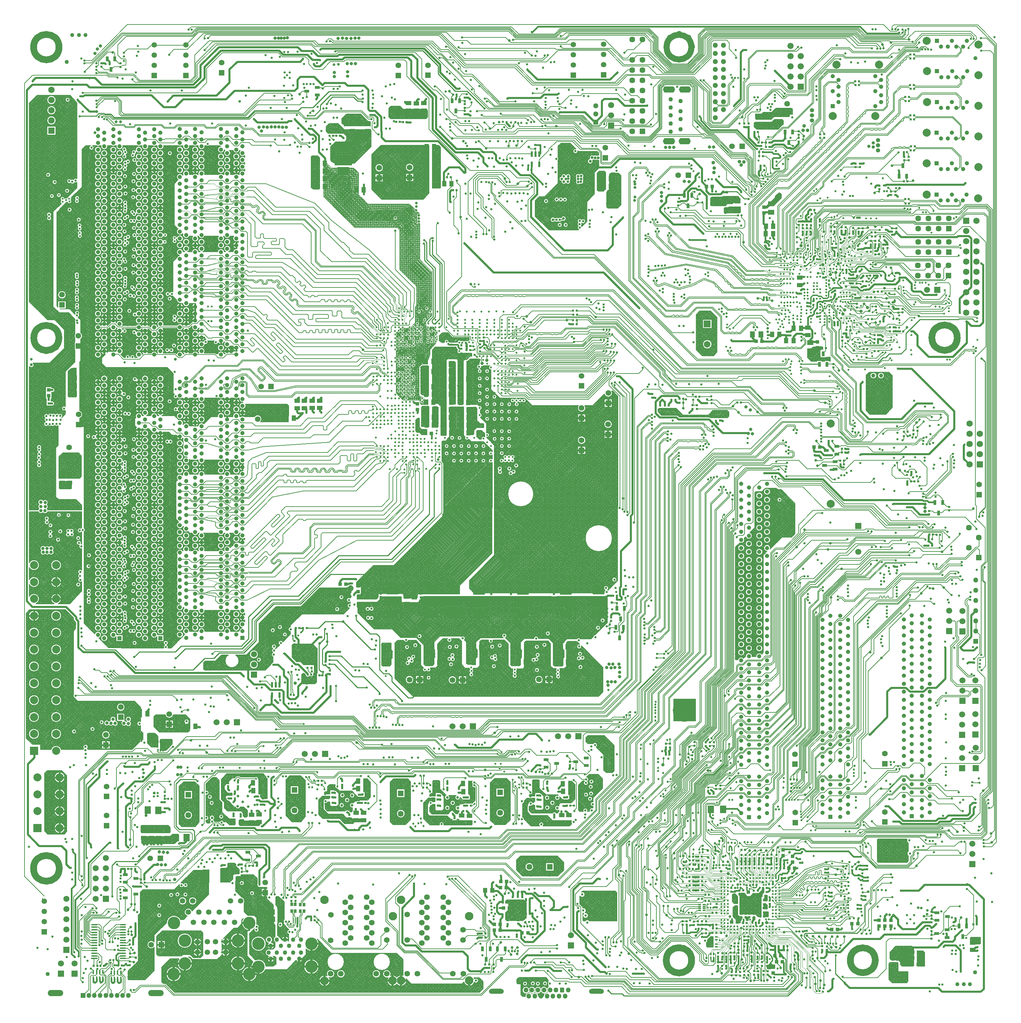
<source format=gbl>
%FSLAX25Y25*%
%MOIN*%
G70*
G01*
G75*
G04 Layer_Physical_Order=6*
G04 Layer_Color=16711680*
%ADD10C,0.01000*%
%ADD11C,0.00800*%
%ADD12C,0.06000*%
%ADD13C,0.00600*%
%ADD14C,0.07000*%
%ADD15C,0.00500*%
%ADD16C,0.04000*%
%ADD17C,0.02500*%
%ADD18C,0.06500*%
%ADD19C,0.01772*%
%ADD20C,0.01772*%
%ADD21O,0.01260X0.03543*%
%ADD22R,0.03465X0.03465*%
%ADD23R,0.03937X0.05276*%
%ADD24R,0.05276X0.03937*%
%ADD25R,0.03465X0.03465*%
%ADD26R,0.02284X0.02362*%
%ADD27O,0.01181X0.03937*%
%ADD28O,0.03937X0.01181*%
%ADD29O,0.03937X0.01181*%
%ADD30R,0.02362X0.02284*%
%ADD31R,0.02756X0.03543*%
%ADD32O,0.01181X0.06299*%
%ADD33O,0.05906X0.01260*%
%ADD34O,0.01260X0.05906*%
%ADD35C,0.01024*%
%ADD36O,0.01181X0.06299*%
%ADD37R,0.02362X0.02284*%
%ADD38R,0.04600X0.03200*%
%ADD39C,0.03150*%
%ADD40R,0.02677X0.06299*%
%ADD41O,0.00984X0.02992*%
%ADD42R,0.06299X0.07284*%
%ADD43O,0.00906X0.03937*%
%ADD44O,0.01299X0.03347*%
%ADD45O,0.03622X0.01024*%
%ADD46O,0.01299X0.08661*%
%ADD47R,0.09843X0.12992*%
%ADD48O,0.05315X0.01654*%
%ADD49R,0.03937X0.01772*%
%ADD50O,0.01181X0.02992*%
%ADD51R,0.02165X0.05315*%
%ADD52O,0.01378X0.06500*%
%ADD53R,0.01299X0.02756*%
%ADD54R,0.02756X0.01299*%
%ADD55O,0.03937X0.00906*%
%ADD56R,0.05118X0.05906*%
%ADD57R,0.05394X0.06496*%
%ADD58O,0.07087X0.01575*%
%ADD59O,0.03937X0.01260*%
%ADD60O,0.01260X0.03937*%
%ADD61R,0.07284X0.06299*%
%ADD62R,0.05197X0.02362*%
%ADD63O,0.05000X0.01575*%
%ADD64R,0.07874X0.02835*%
%ADD65O,0.01575X0.05906*%
%ADD66R,0.07008X0.12992*%
%ADD67R,0.02165X0.05315*%
%ADD68R,0.03543X0.02756*%
%ADD69O,0.02992X0.00984*%
%ADD70R,0.05315X0.02165*%
%ADD71C,0.01654*%
%ADD72C,0.01181*%
%ADD73O,0.01575X0.05000*%
%ADD74R,0.05000X0.05079*%
%ADD75R,0.14173X0.10236*%
%ADD76R,0.11811X0.08268*%
%ADD77R,0.03937X0.05276*%
%ADD78O,0.00984X0.03386*%
%ADD79O,0.01181X0.03600*%
%ADD80R,0.07874X0.08268*%
%ADD81R,0.10236X0.14173*%
%ADD82R,0.01575X0.03150*%
%ADD83R,0.03200X0.04600*%
%ADD84R,0.05079X0.05000*%
%ADD85O,0.01575X0.05433*%
%ADD86R,0.02362X0.05197*%
%ADD87O,0.01654X0.06102*%
%ADD88R,0.10236X0.05118*%
%ADD89R,0.08465X0.07874*%
%ADD90R,0.06378X0.02835*%
%ADD91R,0.08465X0.08071*%
%ADD92R,0.07874X0.04724*%
%ADD93O,0.03386X0.00984*%
%ADD94R,0.05906X0.05118*%
%ADD95O,0.01260X0.03937*%
%ADD96O,0.03937X0.01260*%
%ADD97R,0.06181X0.07165*%
%ADD98R,0.01890X0.03937*%
%ADD99R,0.02953X0.03937*%
%ADD100R,0.02284X0.02362*%
%ADD101R,0.03465X0.03465*%
%ADD102O,0.07500X0.02400*%
%ADD103R,0.03150X0.01575*%
%ADD104R,0.05748X0.04409*%
%ADD105O,0.01378X0.06772*%
%ADD106O,0.03937X0.01496*%
%ADD107O,0.08000X0.02400*%
%ADD108R,0.06693X0.02835*%
%ADD109O,0.03600X0.01181*%
%ADD110R,0.14173X0.10236*%
%ADD111R,0.07874X0.07677*%
%ADD112R,0.07284X0.06299*%
%ADD113O,0.07087X0.01575*%
%ADD114O,0.03937X0.01496*%
%ADD115O,0.03347X0.01299*%
%ADD116R,0.07874X0.07677*%
%ADD117R,0.08661X0.09843*%
%ADD118R,0.03465X0.03465*%
%ADD119R,0.17500X0.17500*%
%ADD120R,0.13780X0.09843*%
%ADD121R,0.05276X0.03937*%
%ADD122O,0.01181X0.03740*%
%ADD123O,0.03800X0.01181*%
%ADD124O,0.02677X0.08071*%
%ADD125O,0.01260X0.05700*%
%ADD126O,0.01181X0.10827*%
%ADD127R,0.06496X0.06496*%
%ADD128R,0.07874X0.07874*%
%ADD129R,0.07087X0.07087*%
%ADD130R,0.12205X0.08268*%
%ADD131R,0.12205X0.01693*%
%ADD132R,0.09843X0.06772*%
%ADD133R,0.20472X0.13780*%
%ADD134C,0.01024*%
%ADD135C,0.01200*%
%ADD136R,0.06496X0.06496*%
%ADD137R,0.13780X0.13780*%
%ADD138R,0.13780X0.09843*%
%ADD139R,0.16929X0.08661*%
%ADD140R,0.03937X0.01772*%
G04:AMPARAMS|DCode=141|XSize=39.37mil|YSize=52.76mil|CornerRadius=0mil|HoleSize=0mil|Usage=FLASHONLY|Rotation=90.000|XOffset=0mil|YOffset=0mil|HoleType=Round|Shape=Octagon|*
%AMOCTAGOND141*
4,1,8,-0.02638,-0.00984,-0.02638,0.00984,-0.01654,0.01969,0.01654,0.01969,0.02638,0.00984,0.02638,-0.00984,0.01654,-0.01969,-0.01654,-0.01969,-0.02638,-0.00984,0.0*
%
%ADD141OCTAGOND141*%

%ADD142C,0.04000*%
%ADD143R,0.05512X0.03937*%
%ADD144R,0.11221X0.13976*%
%ADD145C,0.01260*%
%ADD146R,0.04724X0.11024*%
%ADD147C,0.01772*%
%ADD148O,0.02362X0.14567*%
%ADD149C,0.01800*%
%ADD150C,0.01500*%
%ADD151C,0.02000*%
%ADD152C,0.00700*%
%ADD153C,0.01200*%
%ADD154C,0.01969*%
%ADD155C,0.03000*%
%ADD156C,0.01600*%
%ADD157C,0.01300*%
%ADD158C,0.00350*%
%ADD159C,0.00400*%
%ADD160C,0.00300*%
%ADD161C,0.00900*%
%ADD162R,0.05900X0.04550*%
%ADD163R,0.18350X0.18100*%
%ADD164R,0.06850X0.04700*%
%ADD165R,0.16050X0.28800*%
%ADD166R,0.10850X0.06672*%
%ADD167R,0.10700X0.03150*%
%ADD168R,0.11100X0.08100*%
%ADD169R,0.22300X0.22300*%
%ADD170R,0.02500X0.02950*%
%ADD171R,0.03800X0.02950*%
%ADD172R,0.06900X0.06650*%
%ADD173R,0.03100X0.03600*%
%ADD174R,0.19050X0.02650*%
%ADD175R,0.02450X0.09200*%
%ADD176R,0.03550X0.06550*%
%ADD177R,0.02550X0.02600*%
%ADD178R,0.18600X0.02300*%
%ADD179R,0.01971X0.08558*%
%ADD180C,0.03937*%
%ADD181O,0.04528X0.04921*%
%ADD182C,0.04331*%
%ADD183C,0.04134*%
%ADD184C,0.05709*%
%ADD185C,0.07874*%
%ADD186C,0.05315*%
%ADD187O,0.04528X0.04921*%
%ADD188C,0.05906*%
%ADD189R,0.05709X0.05709*%
%ADD190R,0.04134X0.04134*%
%ADD191R,0.05906X0.05906*%
%ADD192C,0.05906*%
%ADD193R,0.05906X0.05906*%
%ADD194R,0.04528X0.04921*%
%ADD195C,0.06102*%
%ADD196R,0.06102X0.06102*%
%ADD197R,0.05315X0.05315*%
%ADD198C,0.05118*%
%ADD199C,0.06102*%
%ADD200O,0.05118X0.05118*%
%ADD201C,0.05512*%
%ADD202C,0.05000*%
%ADD203C,0.06200*%
%ADD204R,0.05906X0.05906*%
%ADD205R,0.04331X0.04528*%
%ADD206C,0.06500*%
%ADD207R,0.06500X0.06500*%
%ADD208R,0.05709X0.05709*%
%ADD209R,0.06200X0.06200*%
%ADD210C,0.06299*%
%ADD211R,0.06299X0.06299*%
%ADD212R,0.05709X0.05709*%
%ADD213C,0.04331*%
%ADD214R,0.05315X0.05315*%
%ADD215R,0.05000X0.05000*%
%ADD216R,0.05315X0.05315*%
%ADD217C,0.05315*%
%ADD218R,0.05315X0.05315*%
%ADD219C,0.07874*%
%ADD220C,0.04134*%
%ADD221O,0.04331X0.03937*%
%ADD222O,0.04331X0.03937*%
%ADD223R,0.05118X0.05118*%
%ADD224C,0.06299*%
%ADD225C,0.05709*%
%ADD226R,0.04134X0.04134*%
%ADD227O,0.14567X0.05000*%
%ADD228C,0.12205*%
%ADD229C,0.12205*%
%ADD230C,0.05118*%
%ADD231C,0.08268*%
%ADD232C,0.08268*%
%ADD233C,0.05512*%
%ADD234O,0.15354X0.05906*%
%ADD235O,0.11811X0.06221*%
%ADD236R,0.04134X0.04134*%
%ADD237C,0.22441*%
%ADD238C,0.02165*%
%ADD239C,0.01969*%
%ADD240C,0.02165*%
%ADD241C,0.02559*%
%ADD242C,0.02047*%
%ADD243C,0.02362*%
%ADD244C,0.02756*%
%ADD245C,0.01890*%
%ADD246C,0.01890*%
%ADD247C,0.03543*%
%ADD248C,0.02559*%
%ADD249C,0.02047*%
%ADD250C,0.03543*%
%ADD251C,0.03150*%
%ADD252C,0.02756*%
%ADD253R,0.24200X0.05950*%
%ADD254R,0.23900X0.06050*%
%ADD255R,0.05911X0.06527*%
%ADD256R,0.06150X0.03200*%
%ADD257R,0.09050X0.02750*%
%ADD258R,0.05216X0.03337*%
%ADD259R,0.06800X0.01900*%
%ADD260R,0.04950X0.07100*%
%ADD261R,0.07750X0.02200*%
%ADD262R,0.03719X0.04789*%
%ADD263R,0.06700X0.02700*%
%ADD264R,0.14425X0.06794*%
%ADD265R,0.11550X0.03200*%
%ADD266R,0.32600X0.02950*%
%ADD267R,0.33585X0.02339*%
%ADD268R,0.05859X0.04781*%
%ADD269R,0.02737X0.07120*%
%ADD270R,0.04000X0.04100*%
%ADD271C,0.02800*%
%ADD272R,0.07309X0.09456*%
%ADD273R,0.24200X0.06150*%
%ADD274R,0.11000X0.05750*%
%ADD275R,0.13400X0.11100*%
%ADD276R,0.03300X0.01150*%
%ADD277R,0.23000X0.05750*%
%ADD278R,0.24600X0.06350*%
%ADD279R,0.24350X0.06500*%
%ADD280R,0.02900X0.09800*%
%ADD281R,0.21100X0.02900*%
%ADD282R,0.03178X0.10400*%
%ADD283R,0.19100X0.03150*%
%ADD284R,0.07500X0.04250*%
%ADD285R,0.11750X0.02150*%
%ADD286R,0.19182X0.02374*%
%ADD287R,0.02300X0.10000*%
%ADD288R,0.03150X0.11085*%
%ADD289R,0.34850X0.02950*%
%ADD290R,0.33337X0.02093*%
%ADD291R,0.03150X0.04921*%
%ADD292R,0.01772X0.03937*%
%ADD293R,0.01260X0.03347*%
%ADD294R,0.01693X0.02598*%
%ADD295R,0.07087X0.12992*%
%ADD296R,0.04921X0.03150*%
%ADD297O,0.06500X0.01378*%
%ADD298O,0.06772X0.01378*%
%ADD299C,0.02598*%
%ADD300O,0.03150X0.02800*%
%ADD301R,0.04921X0.03150*%
%ADD302R,0.03937X0.05118*%
%ADD303R,0.11811X0.08268*%
%ADD304R,0.07087X0.12992*%
%ADD305O,0.01260X0.02992*%
%ADD306R,0.03543X0.03937*%
%ADD307R,0.16929X0.08661*%
%ADD308R,0.01772X0.03937*%
%ADD309C,0.02598*%
%ADD310R,0.03150X0.04921*%
%ADD311R,0.22050X0.22150*%
%ADD312R,0.08800X0.13800*%
%ADD313R,0.06850X0.09350*%
%ADD314R,0.06700X0.06650*%
%ADD315R,0.04883X0.10114*%
%ADD316R,0.04200X0.08450*%
%ADD317R,0.05300X0.06350*%
%ADD318R,0.01850X0.01750*%
%ADD319R,0.08350X0.05850*%
%ADD320R,0.08862X0.08774*%
%ADD321R,1.37250X0.04150*%
%ADD322R,0.05150X0.04000*%
%ADD323R,0.02150X0.01200*%
%ADD324R,0.03900X0.03450*%
%ADD325R,0.06050X0.17150*%
%ADD326R,0.06219X0.12738*%
%ADD327R,0.01550X0.05150*%
%ADD328R,0.05500X0.03350*%
%ADD329R,0.00850X0.01038*%
%ADD330R,0.01550X0.01750*%
D10*
X3707150Y1867600D02*
X3707750Y1867000D01*
X3707150Y1867600D02*
Y1939200D01*
X3716800Y1948850D01*
X3716950D01*
X3768468Y1874768D02*
X3770450Y1876750D01*
X3798950D01*
X3800150Y1877950D01*
X3806250D01*
X3813200Y1884900D01*
Y1889150D01*
X3757450Y1863750D02*
X3768700Y1875000D01*
X3736300Y1863750D02*
X3757450D01*
X3732350Y1859800D02*
X3736300Y1863750D01*
X3732350Y1829650D02*
Y1859800D01*
Y1829650D02*
X3732750Y1829250D01*
X4043100Y2204100D02*
Y2215100D01*
X4002400Y2163400D02*
X4043100Y2204100D01*
X3954350Y2163400D02*
X4002400D01*
X3914700Y2123750D02*
X3954350Y2163400D01*
X3886700Y2123750D02*
X3914700D01*
X3866200Y2103250D02*
X3886700Y2123750D01*
X3866200Y2081900D02*
Y2103250D01*
X3859000Y2074700D02*
X3866200Y2081900D01*
X3800050Y2074700D02*
X3859000D01*
X3794450Y2069100D02*
X3800050Y2074700D01*
X3759300Y2069100D02*
X3794450D01*
X3754100Y2063900D02*
X3759300Y2069100D01*
X3795000Y2062900D02*
X3804150Y2072050D01*
X3859750D01*
X3869500Y2081800D01*
Y2100600D01*
X3888900Y2120000D01*
X3915550D01*
X3955350Y2159800D01*
X4006000D01*
X4047700Y2201500D01*
Y2211150D01*
X3813200Y1887800D02*
Y1893350D01*
X3811450Y1895100D02*
X3813200Y1893350D01*
X3798300Y1895100D02*
X3811450D01*
X3795050Y1898350D02*
X3798300Y1895100D01*
X3795050Y1898350D02*
Y1939850D01*
X3799250Y1944050D01*
X3814550D01*
X3816200Y1942400D01*
X3909700Y1808000D02*
Y1808850D01*
Y1803800D02*
Y1807850D01*
X3911668Y1803682D02*
Y1808232D01*
X3872300Y1919300D02*
X3874600D01*
X3909500Y2081000D02*
X3910350Y2080150D01*
X3909500Y2081000D02*
Y2084650D01*
X3940250Y2091000D02*
X3940850Y2091600D01*
X3940250Y2081900D02*
Y2091000D01*
X3935200Y2076850D02*
X3940250Y2081900D01*
X3935200Y2051800D02*
Y2076850D01*
Y2051800D02*
X3937200Y2049800D01*
X3938600D01*
X3938700Y2049700D01*
Y2046050D02*
Y2049700D01*
X3938650Y2046000D02*
X3938700Y2046050D01*
X3935700Y2046000D02*
X3938650D01*
X3945800Y2051200D02*
Y2052650D01*
X3945150Y2053300D02*
X3945800Y2052650D01*
X3943950Y2053300D02*
X3945150D01*
X3941250Y2056000D02*
X3943950Y2053300D01*
X3939400Y2056000D02*
X3941250D01*
X3938300Y2057100D02*
X3939400Y2056000D01*
X3938300Y2057100D02*
Y2071400D01*
X3942950Y2076050D01*
Y2086650D01*
X3922850Y2092450D02*
X3934700D01*
X3941050Y2098800D01*
X3958900D01*
X3986200Y2071500D01*
X3989650D01*
X3945700Y2065000D02*
X3956900D01*
X3967650Y2054250D01*
X3983650D01*
X4016450Y2021450D01*
Y2020600D02*
Y2021450D01*
X3994550Y2027650D02*
Y2029200D01*
X3978900Y2044850D02*
X3994550Y2029200D01*
X3968500Y2044850D02*
X3978900D01*
X3952350Y2061000D02*
X3968500Y2044850D01*
X3945550Y2061000D02*
X3952350D01*
X3945400Y2056950D02*
X3949950D01*
X3972850Y2034050D01*
X3981700D01*
X3980900Y1920900D02*
X3983100D01*
X4321150Y1949200D02*
X4330350Y1958400D01*
X4313500Y1949200D02*
X4321150D01*
X4303550Y1939250D02*
X4313500Y1949200D01*
X4303550Y1930600D02*
Y1939250D01*
X4288400Y1915450D02*
X4303550Y1930600D01*
X4288400Y1914200D02*
Y1915450D01*
Y1901400D02*
Y1915100D01*
X4268150Y1881150D02*
X4288400Y1901400D01*
X4268150Y1858650D02*
Y1881150D01*
X4265850Y1856350D02*
X4268150Y1858650D01*
X4404000Y1758850D02*
Y1767300D01*
Y1758850D02*
X4408250Y1754600D01*
Y1746200D02*
Y1754600D01*
X4406156Y1744106D02*
X4408250Y1746200D01*
X4399827Y1746777D02*
X4400800Y1747750D01*
Y1751050D01*
X4399150Y1752700D02*
X4400800Y1751050D01*
X4396300Y1752700D02*
X4399150D01*
X4392150Y1756850D02*
X4396300Y1752700D01*
X4392150Y1756850D02*
Y1767500D01*
X4390250Y1769400D02*
X4392150Y1767500D01*
X4389900Y1769400D02*
X4390250D01*
X4373650Y1774050D02*
Y1782850D01*
X4365050Y1791450D02*
X4373650Y1782850D01*
X4318700Y1766350D02*
Y1767950D01*
Y1766350D02*
X4319300Y1765750D01*
X4321250D01*
X4321350Y1765850D01*
X4392250Y1739200D02*
X4400100Y1747050D01*
X4241450Y1739200D02*
X4392250D01*
X4233950Y1746700D02*
X4241450Y1739200D01*
X4199450Y1746700D02*
X4233950D01*
X4196050Y1750100D02*
X4199450Y1746700D01*
X4196050Y1750100D02*
Y1750600D01*
X4393950Y1731900D02*
X4406550Y1744500D01*
X4233650Y1731900D02*
X4393950D01*
X4231600Y1733950D02*
X4233650Y1731900D01*
X4221350Y1733950D02*
X4231600D01*
X4218350Y1736950D02*
X4221350Y1733950D01*
X4334450Y2520150D02*
X4344100D01*
X4351250Y2513000D01*
X4355600D01*
X4454150Y2410350D02*
X4461150D01*
X4453100Y2411400D02*
X4454150Y2410350D01*
X4453100Y2411400D02*
Y2411750D01*
X4558200Y2394850D02*
X4561400D01*
X4561900Y2395350D01*
X4574750D01*
X4577500Y2392600D01*
X4579450D01*
X4459500Y2419650D02*
X4459750Y2419400D01*
X4457200Y2419650D02*
X4459500D01*
X4454950Y2417400D02*
X4457200Y2419650D01*
X4454850Y2417400D02*
X4454950D01*
X4493550Y2420050D02*
X4494300Y2419300D01*
X4498800D01*
X4523450Y2394850D02*
X4558750D01*
X4509700Y2381100D02*
X4523450Y2394850D01*
X4509700Y2365850D02*
Y2381100D01*
X4504850Y2361000D02*
X4509700Y2365850D01*
X4493400Y2361000D02*
X4504850D01*
X4489800Y2357400D02*
X4493400Y2361000D01*
X4487400Y2357400D02*
X4489800D01*
X4482300Y2352300D02*
X4487400Y2357400D01*
X4457700Y2352300D02*
X4482300D01*
X4454300Y2355700D02*
X4457700Y2352300D01*
X4454300Y2355700D02*
Y2357100D01*
X4444200Y2367200D02*
X4454300Y2357100D01*
X4444200Y2367200D02*
Y2384500D01*
X4445300Y2385600D01*
Y2393200D01*
X4441200Y2397300D02*
X4445300Y2393200D01*
X4441200Y2397300D02*
Y2402350D01*
X4436600Y2406950D02*
X4441200Y2402350D01*
X4436600Y2406950D02*
Y2408450D01*
X4435550Y2409500D02*
X4436600Y2408450D01*
X4433700Y2409500D02*
X4435550D01*
X4432150Y2407950D02*
X4433700Y2409500D01*
X4432150Y2406700D02*
Y2407950D01*
X4430900Y2405450D02*
X4432150Y2406700D01*
X4428900Y2405450D02*
X4430900D01*
X4427850Y2406500D02*
X4428900Y2405450D01*
X4427850Y2406500D02*
Y2408200D01*
X4426200Y2409850D02*
X4427850Y2408200D01*
X4425800Y2409850D02*
X4426200D01*
X4419200Y2406800D02*
Y2408650D01*
X4416550Y2404150D02*
X4419200Y2406800D01*
X4416550Y2404050D02*
Y2404150D01*
X4442650Y2430150D02*
X4447000Y2425800D01*
X4442650Y2430150D02*
Y2432050D01*
X4444400Y2433800D01*
Y2434100D01*
X4464750Y2430000D02*
X4465400Y2429350D01*
X4461200Y2430000D02*
X4464750D01*
X4470750Y2431600D02*
X4473600D01*
X4475650Y2433650D01*
Y2434350D01*
X4478100Y2436800D01*
Y2437400D01*
X4496350Y2484200D02*
X4500200D01*
X4416850Y2450700D02*
X4419350Y2453200D01*
X4415400Y2450700D02*
X4416850D01*
X4412200Y2447500D02*
X4415400Y2450700D01*
X4410900Y2447500D02*
X4412200D01*
X4046150Y2458450D02*
Y2471400D01*
Y2458450D02*
X4055550Y2449050D01*
Y2389500D02*
Y2449050D01*
X4053150Y2387100D02*
X4055550Y2389500D01*
X4052600Y2387100D02*
X4053150D01*
X4048800Y2390650D02*
X4053400Y2395250D01*
Y2448550D01*
X4043550Y2458400D02*
X4053400Y2448550D01*
X4043550Y2458400D02*
Y2473450D01*
X4044600Y2474500D01*
X4009050Y2588500D02*
X4009950D01*
X4008450Y2589100D02*
X4009050Y2588500D01*
X4013800Y2588250D02*
X4017350D01*
X3976300Y2618000D02*
X3977500Y2619200D01*
X3944700Y2618000D02*
X3976300D01*
X3939500Y2612800D02*
X3944700Y2618000D01*
X3943000Y2606150D02*
X3943600Y2606750D01*
Y2607950D01*
X3948200Y2612550D01*
X3968900D01*
X3972750Y2608700D01*
X3976800D01*
X3977650Y2607850D01*
X3973550Y2610850D02*
X3978050D01*
X3969800Y2614600D02*
X3973550Y2610850D01*
X3946500Y2614600D02*
X3969800D01*
X3936450Y2604550D02*
X3946500Y2614600D01*
X3936450Y2600300D02*
Y2604550D01*
X3930600Y2594450D02*
X3936450Y2600300D01*
X3924100Y2594450D02*
X3930600D01*
X4080200Y2618300D02*
X4096800Y2601700D01*
X4068550Y2618300D02*
X4080200D01*
X4051600Y2635250D02*
X4068550Y2618300D01*
X4051600Y2635250D02*
Y2643200D01*
X4036800Y2658000D02*
X4051600Y2643200D01*
X3951750Y2658000D02*
X4036800D01*
X3951150Y2657400D02*
X3951750Y2658000D01*
X3929100Y2602400D02*
X3939500Y2612800D01*
X3917800Y2602400D02*
X3929100D01*
X3914800Y2599400D02*
X3917800Y2602400D01*
X3872050Y2599400D02*
X3914800D01*
X3865500Y2592850D02*
X3872050Y2599400D01*
X3734500Y2592850D02*
X3865500D01*
X3731150Y2596200D02*
X3734500Y2592850D01*
X3725200Y2596200D02*
X3731150D01*
X3724700Y2596700D02*
X3725200Y2596200D01*
X3719550Y2596700D02*
X3724700D01*
X3717000Y2594150D02*
X3719550Y2596700D01*
X3701050Y2594150D02*
X3717000D01*
X3700700Y2593800D02*
X3701050Y2594150D01*
X4041900Y2390650D02*
Y2392150D01*
X4038300Y2452600D02*
X4046700Y2444200D01*
X4038300Y2452600D02*
Y2468200D01*
X4037600Y2468900D02*
X4038300Y2468200D01*
X4038100Y2472600D02*
X4040550Y2470150D01*
Y2453450D02*
Y2470150D01*
Y2453450D02*
X4048750Y2445250D01*
Y2396950D02*
Y2445250D01*
X4045850Y2394050D02*
X4048750Y2396950D01*
X4045850Y2392000D02*
Y2394050D01*
Y2392000D02*
X4047400Y2390450D01*
X4048550D01*
X4048800Y2390700D01*
X4041900Y2390900D02*
Y2392650D01*
X4046700Y2397450D01*
Y2444200D01*
X4407050Y2350900D02*
X4424700D01*
X4583850Y2356500D02*
X4583950D01*
X4587250Y2353200D01*
Y2211000D02*
Y2353200D01*
X4043100Y2246600D02*
X4049250Y2252750D01*
X4043100Y2211150D02*
Y2246600D01*
X4047700Y2210750D02*
Y2243000D01*
X4053000Y2248300D01*
Y2249000D01*
X4083250Y2364600D02*
X4086550D01*
X4087250Y2365300D01*
X4083000Y2368600D02*
X4086400D01*
X4092700Y2366900D02*
X4093300D01*
X4096300Y2369900D01*
X4087550Y2360150D02*
X4089750Y2357950D01*
X4363450Y1839000D02*
Y1840800D01*
X4362400Y1837950D02*
X4363450Y1839000D01*
X4360850Y1837950D02*
X4362400D01*
X4415050Y1784950D02*
X4417700D01*
X4410000Y1790000D02*
X4415050Y1784950D01*
X4410000Y1790000D02*
Y1791900D01*
X4411350Y1793250D01*
X4461900D01*
X4465250Y1796600D01*
X4440800Y1753550D02*
Y1771550D01*
Y1753550D02*
X4449600Y1744750D01*
X4587250Y2210850D02*
Y2211700D01*
X4581600Y2205200D02*
X4587250Y2210850D01*
X4581600Y2201400D02*
Y2205200D01*
X4330350Y1958400D02*
X4331300Y1959350D01*
X4331400Y1959450D01*
Y1967800D01*
Y1967200D02*
Y1969300D01*
X4336550Y1974450D01*
Y1978650D01*
X3946350Y2145200D02*
X3982950D01*
X3917050Y2115900D02*
X3946350Y2145200D01*
X3890750Y2115900D02*
X3917050D01*
X3873500Y2098650D02*
X3890750Y2115900D01*
X3873500Y2080000D02*
Y2098650D01*
X3861450Y2067950D02*
X3873500Y2080000D01*
X3837350Y2067950D02*
X3861450D01*
X3832000Y2062600D02*
X3837350Y2067950D01*
X3823000Y2062600D02*
X3832000D01*
X3811700Y2051300D02*
X3823000Y2062600D01*
X3755250Y2051300D02*
X3811700D01*
X3735600Y2070950D02*
X3755250Y2051300D01*
X3706600Y2070950D02*
X3735600D01*
X3702550Y2075000D02*
X3706600Y2070950D01*
X4031999Y2029499D02*
X4033517D01*
X4026400Y2023900D02*
X4031999Y2029499D01*
X4022500Y2023900D02*
X4026400D01*
X4006450Y2039950D02*
X4022500Y2023900D01*
X4006450Y2039950D02*
Y2044650D01*
X4003500Y2047600D02*
X4006450Y2044650D01*
X3998250Y2047600D02*
X4003500D01*
X3994350Y2051500D02*
X3998250Y2047600D01*
X3994350Y2051500D02*
Y2083550D01*
X3991300Y2086600D02*
X3994350Y2083550D01*
X3985150Y2086600D02*
X3991300D01*
X3971350Y2100400D02*
X3985150Y2086600D01*
X3971350Y2100400D02*
Y2104500D01*
D11*
X3702850Y2190598D02*
G03*
X3702049Y2190022I900J-2098D01*
G01*
X3701924Y2174571D02*
G03*
X3702283Y2175800I-1924J1229D01*
G01*
X3702850Y2174597D02*
G03*
X3701924Y2174571I-400J-2247D01*
G01*
X3702049Y2190022D02*
G03*
X3702601Y2186528I-1149J-1972D01*
G01*
X3701633Y2180500D02*
G03*
X3701633Y2180500I-2283J0D01*
G01*
X3702283Y2175800D02*
G03*
X3700526Y2173579I-2283J0D01*
G01*
X3691934Y2202950D02*
G03*
X3691934Y2202950I-2184J0D01*
G01*
X3682534Y2203200D02*
G03*
X3682534Y2203200I-2184J0D01*
G01*
X3695333Y2184150D02*
G03*
X3694382Y2186004I-2283J0D01*
G01*
X3695083Y2187650D02*
G03*
X3691126Y2189202I-2283J0D01*
G01*
X3691200Y2182813D02*
G03*
X3695333Y2184150I1850J1337D01*
G01*
X3694382Y2186004D02*
G03*
X3695083Y2187650I-1582J1646D01*
G01*
X3691126Y2189202D02*
G03*
X3687978Y2185895I-1576J-1652D01*
G01*
D02*
G03*
X3691200Y2182813I1272J-1895D01*
G01*
X3684083Y2187100D02*
G03*
X3684083Y2187100I-2283J0D01*
G01*
X3673178Y2184538D02*
G03*
X3674383Y2186550I-1078J2012D01*
G01*
X3674433Y2182500D02*
G03*
X3673178Y2184538I-2283J0D01*
G01*
X3681883Y2178950D02*
G03*
X3681883Y2178950I-2283J0D01*
G01*
X3700526Y2173579D02*
G03*
X3702850Y2170103I1924J-1229D01*
G01*
Y2149078D02*
G03*
X3700125Y2145464I-1600J-1628D01*
G01*
D02*
G03*
X3700134Y2141432I1075J-2014D01*
G01*
D02*
G03*
X3702850Y2137779I1216J-1932D01*
G01*
X3701633Y2134950D02*
G03*
X3701633Y2134950I-2283J0D01*
G01*
X3674886Y2168579D02*
G03*
X3675525Y2170350I-2136J1771D01*
G01*
X3675575Y2166750D02*
G03*
X3674886Y2168579I-2775J0D01*
G01*
X3679610Y2116150D02*
G03*
X3682837Y2120919I-1909J4769D01*
G01*
X3669920Y2197862D02*
G03*
X3670783Y2199650I-1420J1788D01*
G01*
X3670883Y2196000D02*
G03*
X3669920Y2197862I-2283J0D01*
G01*
X3674384Y2192950D02*
G03*
X3674384Y2192950I-2184J0D01*
G01*
X3667180Y2197787D02*
G03*
X3670883Y2196000I1420J-1788D01*
G01*
X3670783Y2199650D02*
G03*
X3667180Y2197787I-2283J0D01*
G01*
X3674383Y2186550D02*
G03*
X3671072Y2184512I-2283J0D01*
G01*
D02*
G03*
X3674433Y2182500I1078J-2012D01*
G01*
X3670850Y2164776D02*
G03*
X3675575Y2166750I1950J1974D01*
G01*
X3675525Y2170350D02*
G03*
X3670704Y2172225I-2775J0D01*
G01*
D02*
G03*
X3666870Y2172257I-1934J-1990D01*
G01*
X3666956Y2164732D02*
G03*
X3670850Y2164776I1925J1999D01*
G01*
X3664742Y2205418D02*
G03*
X3669464Y2206450I2070J1848D01*
G01*
X3660192Y2206453D02*
G03*
X3664742Y2205418I2608J948D01*
G01*
X3666870Y2172257D02*
G03*
X3662840Y2168442I-1998J-1926D01*
G01*
D02*
G03*
X3666956Y2164732I2160J-1742D01*
G01*
X3682837Y2153990D02*
G03*
X3682837Y2153990I-5137J0D01*
G01*
X3682837Y2137454D02*
G03*
X3682837Y2137454I-5137J0D01*
G01*
Y2120919D02*
G03*
X3675790Y2116150I-5137J0D01*
G01*
X3661137Y2153990D02*
G03*
X3651400Y2156276I-5137J0D01*
G01*
Y2151703D02*
G03*
X3661137Y2153990I4600J2287D01*
G01*
Y2137454D02*
G03*
X3651400Y2139741I-5137J0D01*
G01*
Y2135168D02*
G03*
X3661137Y2137454I4600J2287D01*
G01*
X3657910Y2116150D02*
G03*
X3661137Y2120919I-1910J4769D01*
G01*
D02*
G03*
X3651400Y2123206I-5137J0D01*
G01*
X3850940Y2560300D02*
G03*
X3857261Y2560300I3160J828D01*
G01*
X3858101D02*
G03*
X3862500Y2555477I2099J-2503D01*
G01*
X3857367Y2554435D02*
G03*
X3857367Y2554435I-3267J0D01*
G01*
X3848467Y2557797D02*
G03*
X3847299Y2560300I-3267J0D01*
G01*
X3843101D02*
G03*
X3848467Y2557797I2099J-2503D01*
G01*
X3862500Y2553424D02*
G03*
X3862500Y2548784I-2300J-2320D01*
G01*
X3848467Y2551104D02*
G03*
X3848467Y2551104I-3267J0D01*
G01*
X3837369Y2565050D02*
G03*
X3838668Y2564582I1731J2771D01*
G01*
X3824627Y2565050D02*
G03*
X3827673Y2565050I1523J1700D01*
G01*
X3838864Y2564386D02*
G03*
X3842358Y2560892I236J-3258D01*
G01*
X3823267Y2564490D02*
G03*
X3823219Y2565050I-3267J0D01*
G01*
X3816782D02*
G03*
X3823267Y2564490I3218J-560D01*
G01*
X3842367Y2554435D02*
G03*
X3842367Y2554435I-3267J0D01*
G01*
X3823267Y2557797D02*
G03*
X3823267Y2557797I-3267J0D01*
G01*
Y2551104D02*
G03*
X3823267Y2551104I-3267J0D01*
G01*
X3857367Y2547742D02*
G03*
X3857367Y2547742I-3267J0D01*
G01*
X3862500Y2546731D02*
G03*
X3862500Y2542091I-2300J-2320D01*
G01*
X3857367Y2541049D02*
G03*
X3857367Y2541049I-3267J0D01*
G01*
X3848467Y2544411D02*
G03*
X3848467Y2544411I-3267J0D01*
G01*
X3862500Y2540038D02*
G03*
X3857149Y2536550I-2300J-2320D01*
G01*
X3856520D02*
G03*
X3851680Y2536550I-2420J-2194D01*
G01*
X3848467Y2537718D02*
G03*
X3842149Y2536550I-3267J0D01*
G01*
X3848251D02*
G03*
X3848467Y2537718I-3051J1168D01*
G01*
X3842367Y2547742D02*
G03*
X3842367Y2547742I-3267J0D01*
G01*
X3823267Y2544411D02*
G03*
X3823267Y2544411I-3267J0D01*
G01*
X3842367Y2541049D02*
G03*
X3842367Y2541049I-3267J0D01*
G01*
X3841520Y2536550D02*
G03*
X3836679Y2536550I-2420J-2194D01*
G01*
X3823267Y2537718D02*
G03*
X3816949Y2536550I-3267J0D01*
G01*
X3823051D02*
G03*
X3823267Y2537718I-3051J1168D01*
G01*
X3812169Y2565050D02*
G03*
X3815631Y2565050I1731J2771D01*
G01*
X3808267Y2564490D02*
G03*
X3808218Y2565050I-3267J0D01*
G01*
X3817167Y2561128D02*
G03*
X3817167Y2561128I-3267J0D01*
G01*
X3801781Y2565050D02*
G03*
X3808267Y2564490I3218J-560D01*
G01*
Y2557797D02*
G03*
X3808267Y2557797I-3267J0D01*
G01*
X3817167Y2554435D02*
G03*
X3817167Y2554435I-3267J0D01*
G01*
Y2547742D02*
G03*
X3817167Y2547742I-3267J0D01*
G01*
X3808267Y2551104D02*
G03*
X3808267Y2551104I-3267J0D01*
G01*
X3797169Y2565050D02*
G03*
X3800631Y2565050I1731J2771D01*
G01*
X3802167Y2561128D02*
G03*
X3802167Y2561128I-3267J0D01*
G01*
Y2554435D02*
G03*
X3802167Y2554435I-3267J0D01*
G01*
Y2547742D02*
G03*
X3802167Y2547742I-3267J0D01*
G01*
X3808267Y2544411D02*
G03*
X3808267Y2544411I-3267J0D01*
G01*
X3817167Y2541049D02*
G03*
X3817167Y2541049I-3267J0D01*
G01*
X3802167D02*
G03*
X3802167Y2541049I-3267J0D01*
G01*
X3816320Y2536550D02*
G03*
X3811480Y2536550I-2420J-2194D01*
G01*
X3808051D02*
G03*
X3808267Y2537718I-3051J1168D01*
G01*
D02*
G03*
X3802023Y2536373I-3267J0D01*
G01*
X3801696Y2536046D02*
G03*
X3797210Y2531560I-2796J-1690D01*
G01*
X3842154Y2476300D02*
G03*
X3848246Y2476300I3046J1182D01*
G01*
X3851667D02*
G03*
X3856050Y2471499I2433J-2180D01*
G01*
X3842367Y2474120D02*
G03*
X3841533Y2476300I-3267J0D01*
G01*
X3836667D02*
G03*
X3842367Y2474120I2433J-2180D01*
G01*
X3848467Y2470789D02*
G03*
X3848467Y2470789I-3267J0D01*
G01*
X3856050Y2470048D02*
G03*
X3854426Y2464176I-1950J-2621D01*
G01*
X3842367Y2467427D02*
G03*
X3842367Y2467427I-3267J0D01*
G01*
X3816954Y2476300D02*
G03*
X3823046Y2476300I3046J1182D01*
G01*
X3817167Y2474120D02*
G03*
X3816333Y2476300I-3267J0D01*
G01*
X3811467D02*
G03*
X3817167Y2474120I2433J-2180D01*
G01*
X3823267Y2470789D02*
G03*
X3823267Y2470789I-3267J0D01*
G01*
X3817167Y2467427D02*
G03*
X3817167Y2467427I-3267J0D01*
G01*
X3854248Y2463997D02*
G03*
X3850854Y2461100I-148J-3264D01*
G01*
X3848467Y2464096D02*
G03*
X3843898Y2461100I-3267J0D01*
G01*
X3846503D02*
G03*
X3848467Y2464096I-1302J2996D01*
G01*
X3842346Y2461100D02*
G03*
X3835854Y2461100I-3246J-366D01*
G01*
X3821302D02*
G03*
X3823267Y2464096I-1302J2996D01*
G01*
D02*
G03*
X3818697Y2461100I-3267J0D01*
G01*
X3817146D02*
G03*
X3810654Y2461100I-3246J-366D01*
G01*
X3817860Y2386250D02*
G03*
X3817316Y2381919I2139J-2469D01*
G01*
X3813290Y2410400D02*
G03*
X3814350Y2403955I610J-3209D01*
G01*
Y2403733D02*
G03*
X3814350Y2397262I-450J-3236D01*
G01*
X3810896Y2388395D02*
G03*
X3817051Y2386250I3004J-1283D01*
G01*
X3814350Y2397041D02*
G03*
X3811084Y2392149I-450J-3236D01*
G01*
X3806303Y2461100D02*
G03*
X3808267Y2464096I-1302J2996D01*
G01*
X3811084Y2392149D02*
G03*
X3810125Y2391725I66J-1448D01*
G01*
X3811084Y2392149D02*
G03*
X3810122Y2391722I66J-1448D01*
G01*
X3808196Y2389796D02*
G03*
X3808267Y2390474I-3196J678D01*
G01*
X3807900Y2386000D02*
G03*
X3808925Y2386425I0J1450D01*
G01*
X3807900Y2386000D02*
G03*
X3808929Y2386428I0J1450D01*
G01*
X3808267Y2383781D02*
G03*
X3807398Y2386000I-3267J0D01*
G01*
X3801897Y2478503D02*
G03*
X3808046Y2476300I3103J-1021D01*
G01*
X3808267Y2470789D02*
G03*
X3808267Y2470789I-3267J0D01*
G01*
X3796959Y2483441D02*
G03*
X3801528Y2478872I1941J-2628D01*
G01*
X3802167Y2474120D02*
G03*
X3795815Y2475195I-3267J0D01*
G01*
D02*
G03*
X3792241Y2473025I-2115J-545D01*
G01*
X3795662Y2473689D02*
G03*
X3802167Y2474120I3238J430D01*
G01*
X3808267Y2464096D02*
G03*
X3803698Y2461100I-3267J0D01*
G01*
X3802167Y2467427D02*
G03*
X3802167Y2467427I-3267J0D01*
G01*
X3802146Y2461100D02*
G03*
X3798277Y2457527I-3246J-366D01*
G01*
X3797902Y2457152D02*
G03*
X3795789Y2455039I998J-3111D01*
G01*
X3795160Y2473025D02*
G03*
X3795662Y2473689I-1460J1625D01*
G01*
X3795884Y2471400D02*
G03*
X3795160Y2473025I-2184J0D01*
G01*
X3792241D02*
G03*
X3795884Y2471400I1460J-1625D01*
G01*
X3801736Y2410400D02*
G03*
X3808263Y2410400I3263J153D01*
G01*
X3808267Y2403860D02*
G03*
X3808267Y2403860I-3267J0D01*
G01*
Y2397167D02*
G03*
X3808267Y2397167I-3267J0D01*
G01*
X3802167Y2407191D02*
G03*
X3799510Y2410400I-3267J0D01*
G01*
X3795635Y2413765D02*
G03*
X3798781Y2410619I3265J119D01*
G01*
X3798943Y2410457D02*
G03*
X3802167Y2407191I-43J-3267D01*
G01*
Y2400498D02*
G03*
X3802167Y2400498I-3267J0D01*
G01*
X3808267Y2390474D02*
G03*
X3802137Y2388900I-3267J0D01*
G01*
X3802167Y2393805D02*
G03*
X3795697Y2394450I-3267J0D01*
G01*
X3795652Y2393450D02*
G03*
X3802167Y2393805I3248J355D01*
G01*
X3801634Y2388900D02*
G03*
X3796166Y2388900I-2734J-1788D01*
G01*
X3795828Y2386000D02*
G03*
X3801972Y2386000I3072J1112D01*
G01*
X3792000Y2421802D02*
G03*
X3788986Y2420825I-1000J-2052D01*
G01*
X3789014Y2418625D02*
G03*
X3792000Y2417698I1986J1125D01*
G01*
X3795073Y2395655D02*
G03*
X3796083Y2397550I-1273J1895D01*
G01*
X3795697Y2394450D02*
G03*
X3795073Y2395655I-2247J-400D01*
G01*
X3796083Y2397550D02*
G03*
X3792177Y2395945I-2283J0D01*
G01*
D02*
G03*
X3795652Y2393450I1273J-1895D01*
G01*
X3783067Y2564390D02*
G03*
X3782999Y2565050I-3267J0D01*
G01*
X3791333Y2557600D02*
G03*
X3791333Y2557600I-2283J0D01*
G01*
X3776601Y2565050D02*
G03*
X3783067Y2564390I3199J-660D01*
G01*
X3776967Y2561028D02*
G03*
X3776967Y2561028I-3267J0D01*
G01*
X3783067Y2557697D02*
G03*
X3783067Y2557697I-3267J0D01*
G01*
Y2551004D02*
G03*
X3783067Y2551004I-3267J0D01*
G01*
X3776967Y2554335D02*
G03*
X3776967Y2554335I-3267J0D01*
G01*
X3783067Y2544311D02*
G03*
X3783067Y2544311I-3267J0D01*
G01*
X3776967Y2547642D02*
G03*
X3776967Y2547642I-3267J0D01*
G01*
Y2540949D02*
G03*
X3776967Y2540949I-3267J0D01*
G01*
X3783067Y2537618D02*
G03*
X3783067Y2537618I-3267J0D01*
G01*
Y2530925D02*
G03*
X3783067Y2530925I-3267J0D01*
G01*
X3771818Y2565050D02*
G03*
X3775582Y2565050I1882J2671D01*
G01*
X3768067Y2564390D02*
G03*
X3768000Y2565050I-3267J0D01*
G01*
X3776967Y2534256D02*
G03*
X3776967Y2534256I-3267J0D01*
G01*
Y2527563D02*
G03*
X3776967Y2527563I-3267J0D01*
G01*
X3783067Y2524232D02*
G03*
X3783067Y2524232I-3267J0D01*
G01*
Y2517539D02*
G03*
X3783067Y2517539I-3267J0D01*
G01*
Y2510847D02*
G03*
X3783067Y2510847I-3267J0D01*
G01*
Y2504153D02*
G03*
X3783067Y2504153I-3267J0D01*
G01*
Y2497461D02*
G03*
X3783067Y2497461I-3267J0D01*
G01*
X3786684Y2477400D02*
G03*
X3782773Y2478737I-2184J0D01*
G01*
X3782783Y2476050D02*
G03*
X3786684Y2477400I1717J1350D01*
G01*
X3786284Y2470700D02*
G03*
X3782632Y2472318I-2184J0D01*
G01*
X3783067Y2490768D02*
G03*
X3783067Y2490768I-3267J0D01*
G01*
Y2484075D02*
G03*
X3783067Y2484075I-3267J0D01*
G01*
X3782773Y2478737D02*
G03*
X3782783Y2476050I-2973J-1355D01*
G01*
X3782632Y2472318D02*
G03*
X3782640Y2469075I-2832J-1629D01*
G01*
X3776967Y2520870D02*
G03*
X3776967Y2520870I-3267J0D01*
G01*
Y2514177D02*
G03*
X3776967Y2514177I-3267J0D01*
G01*
Y2507484D02*
G03*
X3776967Y2507484I-3267J0D01*
G01*
Y2500791D02*
G03*
X3776967Y2500791I-3267J0D01*
G01*
Y2494098D02*
G03*
X3776967Y2494098I-3267J0D01*
G01*
Y2487406D02*
G03*
X3776967Y2487406I-3267J0D01*
G01*
Y2480713D02*
G03*
X3776967Y2480713I-3267J0D01*
G01*
Y2474020D02*
G03*
X3776967Y2474020I-3267J0D01*
G01*
X3761600Y2565050D02*
G03*
X3768067Y2564390I3199J-660D01*
G01*
Y2557697D02*
G03*
X3768067Y2557697I-3267J0D01*
G01*
Y2551004D02*
G03*
X3768067Y2551004I-3267J0D01*
G01*
Y2544311D02*
G03*
X3768067Y2544311I-3267J0D01*
G01*
Y2537618D02*
G03*
X3768067Y2537618I-3267J0D01*
G01*
Y2530925D02*
G03*
X3768067Y2530925I-3267J0D01*
G01*
Y2524232D02*
G03*
X3768067Y2524232I-3267J0D01*
G01*
Y2517539D02*
G03*
X3768067Y2517539I-3267J0D01*
G01*
Y2510847D02*
G03*
X3768067Y2510847I-3267J0D01*
G01*
Y2504153D02*
G03*
X3768067Y2504153I-3267J0D01*
G01*
Y2497461D02*
G03*
X3768067Y2497461I-3267J0D01*
G01*
Y2490768D02*
G03*
X3768067Y2490768I-3267J0D01*
G01*
Y2484075D02*
G03*
X3768067Y2484075I-3267J0D01*
G01*
Y2477382D02*
G03*
X3768067Y2477382I-3267J0D01*
G01*
Y2470689D02*
G03*
X3768067Y2470689I-3267J0D01*
G01*
X3782640Y2469075D02*
G03*
X3786284Y2470700I1460J1625D01*
G01*
X3783067Y2463996D02*
G03*
X3783067Y2463996I-3267J0D01*
G01*
X3776967Y2467327D02*
G03*
X3776967Y2467327I-3267J0D01*
G01*
Y2460634D02*
G03*
X3776967Y2460634I-3267J0D01*
G01*
X3783067Y2457303D02*
G03*
X3783067Y2457303I-3267J0D01*
G01*
Y2450610D02*
G03*
X3783067Y2450610I-3267J0D01*
G01*
Y2443917D02*
G03*
X3783067Y2443917I-3267J0D01*
G01*
Y2437224D02*
G03*
X3783067Y2437224I-3267J0D01*
G01*
Y2430532D02*
G03*
X3783067Y2430532I-3267J0D01*
G01*
Y2423839D02*
G03*
X3783067Y2423839I-3267J0D01*
G01*
X3776967Y2453941D02*
G03*
X3776967Y2453941I-3267J0D01*
G01*
Y2447248D02*
G03*
X3776967Y2447248I-3267J0D01*
G01*
Y2440555D02*
G03*
X3776967Y2440555I-3267J0D01*
G01*
Y2433862D02*
G03*
X3776967Y2433862I-3267J0D01*
G01*
Y2427169D02*
G03*
X3776967Y2427169I-3267J0D01*
G01*
X3788986Y2420825D02*
G03*
X3789014Y2418625I-1986J-1125D01*
G01*
X3791183Y2415050D02*
G03*
X3791183Y2415050I-2283J0D01*
G01*
X3783067Y2417146D02*
G03*
X3783067Y2417146I-3267J0D01*
G01*
Y2410453D02*
G03*
X3783067Y2410453I-3267J0D01*
G01*
X3782716Y2388900D02*
G03*
X3783067Y2390374I-2915J1474D01*
G01*
Y2383681D02*
G03*
X3782101Y2386000I-3267J0D01*
G01*
X3783067Y2403760D02*
G03*
X3783067Y2403760I-3267J0D01*
G01*
Y2397067D02*
G03*
X3783067Y2397067I-3267J0D01*
G01*
Y2390374D02*
G03*
X3777527Y2388028I-3267J0D01*
G01*
X3776967Y2420476D02*
G03*
X3776967Y2420476I-3267J0D01*
G01*
Y2413783D02*
G03*
X3776967Y2413783I-3267J0D01*
G01*
Y2407091D02*
G03*
X3776967Y2407091I-3267J0D01*
G01*
Y2400398D02*
G03*
X3776967Y2400398I-3267J0D01*
G01*
X3775986Y2382652D02*
G03*
X3776604Y2383004I-386J1398D01*
G01*
X3775986Y2382652D02*
G03*
X3776604Y2383004I-386J1398D01*
G01*
X3776967Y2393705D02*
G03*
X3776967Y2393705I-3267J0D01*
G01*
X3776939Y2387439D02*
G03*
X3770433Y2387067I-3239J-428D01*
G01*
X3770375Y2383025D02*
G03*
X3771362Y2382601I1025J1025D01*
G01*
X3770372Y2383028D02*
G03*
X3771362Y2382601I1028J1022D01*
G01*
X3769379Y2388122D02*
G03*
X3768350Y2388550I-1028J-1022D01*
G01*
X3769375Y2388125D02*
G03*
X3768350Y2388550I-1025J-1025D01*
G01*
X3768067Y2463996D02*
G03*
X3768067Y2463996I-3267J0D01*
G01*
Y2457303D02*
G03*
X3768067Y2457303I-3267J0D01*
G01*
Y2450610D02*
G03*
X3768067Y2450610I-3267J0D01*
G01*
Y2443917D02*
G03*
X3768067Y2443917I-3267J0D01*
G01*
Y2437224D02*
G03*
X3768067Y2437224I-3267J0D01*
G01*
Y2430532D02*
G03*
X3768067Y2430532I-3267J0D01*
G01*
Y2423839D02*
G03*
X3768067Y2423839I-3267J0D01*
G01*
Y2417146D02*
G03*
X3768067Y2417146I-3267J0D01*
G01*
Y2410453D02*
G03*
X3768067Y2410453I-3267J0D01*
G01*
Y2403760D02*
G03*
X3768067Y2403760I-3267J0D01*
G01*
Y2397067D02*
G03*
X3768067Y2397067I-3267J0D01*
G01*
X3767510Y2388550D02*
G03*
X3768067Y2390374I-2710J1824D01*
G01*
Y2383681D02*
G03*
X3767407Y2385650I-3267J0D01*
G01*
X3768067Y2390374D02*
G03*
X3762090Y2388550I-3267J0D01*
G01*
X3851261Y2368650D02*
G03*
X3855375Y2364025I2839J-1617D01*
G01*
X3842701Y2372499D02*
G03*
X3847962Y2368650I2499J-2104D01*
G01*
X3836396Y2371893D02*
G03*
X3842269Y2372931I2704J1833D01*
G01*
X3848467Y2363702D02*
G03*
X3843293Y2361050I-3267J0D01*
G01*
X3842367Y2367033D02*
G03*
X3842367Y2367033I-3267J0D01*
G01*
X3852036Y2317650D02*
G03*
X3856164Y2317650I2064J2533D01*
G01*
X3857032D02*
G03*
X3860501Y2313599I3168J-798D01*
G01*
X3848047Y2362100D02*
G03*
X3848467Y2363702I-2847J1602D01*
G01*
Y2316852D02*
G03*
X3848368Y2317650I-3267J0D01*
G01*
X3842289Y2361050D02*
G03*
X3835911Y2361050I-3189J-710D01*
G01*
X3842032Y2317650D02*
G03*
X3848467Y2316852I3168J-798D01*
G01*
X3832387Y2373750D02*
G03*
X3836396Y2371893I1763J-1450D01*
G01*
X3826333Y2372700D02*
G03*
X3826077Y2373750I-2283J0D01*
G01*
X3823263Y2370557D02*
G03*
X3826333Y2372700I787J2143D01*
G01*
X3837037Y2317650D02*
G03*
X3841164Y2317650I2064J2533D01*
G01*
X3834278Y2361372D02*
G03*
X3833250Y2361800I-1028J-1022D01*
G01*
X3834275Y2361375D02*
G03*
X3833250Y2361800I-1025J-1025D01*
G01*
X3833833Y2317650D02*
G03*
X3835367Y2317650I767J2150D01*
G01*
X3823267Y2316852D02*
G03*
X3823168Y2317650I-3267J0D01*
G01*
X3860715Y2313385D02*
G03*
X3863467Y2310159I-515J-3226D01*
G01*
D02*
G03*
X3863132Y2311600I-3267J0D01*
G01*
X3857367Y2313490D02*
G03*
X3857367Y2313490I-3267J0D01*
G01*
X3842367D02*
G03*
X3842367Y2313490I-3267J0D01*
G01*
X3848467Y2310159D02*
G03*
X3848467Y2310159I-3267J0D01*
G01*
X3857367Y2306797D02*
G03*
X3857367Y2306797I-3267J0D01*
G01*
X3842367D02*
G03*
X3842367Y2306797I-3267J0D01*
G01*
X3824453Y2374947D02*
G03*
X3821806Y2373118I-403J-2247D01*
G01*
X3817294Y2378919D02*
G03*
X3823156Y2376244I2706J-1831D01*
G01*
X3816802Y2381919D02*
G03*
X3816802Y2378919I-2902J-1500D01*
G01*
X3817167Y2373726D02*
G03*
X3817167Y2373726I-3267J0D01*
G01*
X3821806Y2373118D02*
G03*
X3823267Y2370395I-1806J-2722D01*
G01*
X3817167Y2367033D02*
G03*
X3817167Y2367033I-3267J0D01*
G01*
X3802602Y2386000D02*
G03*
X3808267Y2383781I2398J-2219D01*
G01*
Y2377088D02*
G03*
X3808267Y2377088I-3267J0D01*
G01*
X3802167Y2380419D02*
G03*
X3802167Y2380419I-3267J0D01*
G01*
Y2373726D02*
G03*
X3802167Y2373726I-3267J0D01*
G01*
X3808267Y2370395D02*
G03*
X3808267Y2370395I-3267J0D01*
G01*
X3802167Y2367033D02*
G03*
X3802167Y2367033I-3267J0D01*
G01*
X3822656Y2361800D02*
G03*
X3823267Y2363702I-2656J1902D01*
G01*
D02*
G03*
X3817344Y2361800I-3267J0D01*
G01*
X3816832Y2317650D02*
G03*
X3823267Y2316852I3168J-798D01*
G01*
X3811836Y2317650D02*
G03*
X3815964Y2317650I2064J2533D01*
G01*
X3816822Y2361800D02*
G03*
X3810978Y2361800I-2923J-1460D01*
G01*
X3817167Y2313490D02*
G03*
X3817167Y2313490I-3267J0D01*
G01*
X3823267Y2310159D02*
G03*
X3823267Y2310159I-3267J0D01*
G01*
X3817167Y2306797D02*
G03*
X3817167Y2306797I-3267J0D01*
G01*
X3807656Y2361800D02*
G03*
X3808267Y2363702I-2656J1902D01*
G01*
D02*
G03*
X3803011Y2361111I-3267J0D01*
G01*
X3808267Y2316852D02*
G03*
X3808168Y2317650I-3267J0D01*
G01*
X3801832D02*
G03*
X3808267Y2316852I3168J-798D01*
G01*
X3796557Y2317906D02*
G03*
X3800964Y2317650I2343J2277D01*
G01*
X3802089Y2361050D02*
G03*
X3795711Y2361050I-3189J-710D01*
G01*
X3793555Y2321245D02*
G03*
X3796557Y2317906I1195J-1945D01*
G01*
X3808267Y2310159D02*
G03*
X3808267Y2310159I-3267J0D01*
G01*
X3802167Y2313490D02*
G03*
X3802167Y2313490I-3267J0D01*
G01*
X3802167Y2306797D02*
G03*
X3796202Y2308639I-3267J0D01*
G01*
X3878956Y2297200D02*
G03*
X3871782Y2299500I-3956J0D01*
G01*
X3863467Y2303466D02*
G03*
X3863467Y2303466I-3267J0D01*
G01*
X3857367Y2300104D02*
G03*
X3850890Y2299500I-3267J0D01*
G01*
X3861999D02*
G03*
X3858401Y2299500I-1799J-2727D01*
G01*
X3877636Y2294250D02*
G03*
X3878956Y2297200I-2636J2950D01*
G01*
X3857310Y2299500D02*
G03*
X3857367Y2300104I-3211J604D01*
G01*
X3852589Y2257050D02*
G03*
X3855611Y2257050I1511J2897D01*
G01*
X3848467Y2303466D02*
G03*
X3848467Y2303466I-3267J0D01*
G01*
X3842367Y2300104D02*
G03*
X3835889Y2299500I-3267J0D01*
G01*
X3846999D02*
G03*
X3843401Y2299500I-1799J-2727D01*
G01*
X3842311D02*
G03*
X3842367Y2300104I-3211J604D01*
G01*
X3848467Y2256616D02*
G03*
X3848438Y2257050I-3267J0D01*
G01*
X3837589D02*
G03*
X3840611Y2257050I1511J2897D01*
G01*
X3823267Y2256616D02*
G03*
X3823238Y2257050I-3267J0D01*
G01*
X3856962D02*
G03*
X3861500Y2253619I3238J-434D01*
G01*
Y2252920D02*
G03*
X3860753Y2246703I-1300J-2997D01*
G01*
X3857367Y2253254D02*
G03*
X3857367Y2253254I-3267J0D01*
G01*
X3841962Y2257050D02*
G03*
X3848467Y2256616I3238J-434D01*
G01*
Y2249923D02*
G03*
X3848467Y2249923I-3267J0D01*
G01*
X3860530Y2246480D02*
G03*
X3856936Y2243100I-330J-3250D01*
G01*
X3854575D02*
G03*
X3853625Y2243100I-475J-3232D01*
G01*
X3857367Y2246561D02*
G03*
X3857367Y2246561I-3267J0D01*
G01*
X3848467Y2243230D02*
G03*
X3841936Y2243100I-3267J0D01*
G01*
X3842367Y2253254D02*
G03*
X3842367Y2253254I-3267J0D01*
G01*
X3839574Y2243100D02*
G03*
X3838625Y2243100I-475J-3232D01*
G01*
X3842367Y2246561D02*
G03*
X3842367Y2246561I-3267J0D01*
G01*
X3823267Y2303466D02*
G03*
X3823267Y2303466I-3267J0D01*
G01*
X3817167Y2300104D02*
G03*
X3817167Y2300104I-3267J0D01*
G01*
X3823267Y2296773D02*
G03*
X3823267Y2296773I-3267J0D01*
G01*
X3808267Y2303466D02*
G03*
X3808267Y2303466I-3267J0D01*
G01*
Y2296773D02*
G03*
X3808267Y2296773I-3267J0D01*
G01*
X3822300Y2292400D02*
G03*
X3816737Y2290250I-2300J-2320D01*
G01*
X3814725D02*
G03*
X3817167Y2293411I-825J3161D01*
G01*
D02*
G03*
X3813075Y2290250I-3267J0D01*
G01*
X3808263D02*
G03*
X3802214Y2291786I-3263J-170D01*
G01*
X3801895Y2292105D02*
G03*
X3802167Y2293411I-2995J1306D01*
G01*
X3796199Y2304959D02*
G03*
X3802167Y2306797I2701J1838D01*
G01*
X3802167Y2300104D02*
G03*
X3802167Y2300104I-3267J0D01*
G01*
Y2293411D02*
G03*
X3797594Y2296406I-3267J0D01*
G01*
X3795914Y2281350D02*
G03*
X3801665Y2278285I2986J-1325D01*
G01*
X3801989Y2277961D02*
G03*
X3802150Y2275097I3011J-1267D01*
G01*
Y2271598D02*
G03*
X3802150Y2268405I2850J-1597D01*
G01*
Y2273665D02*
G03*
X3802150Y2273000I-3250J-332D01*
G01*
Y2266972D02*
G03*
X3802150Y2266307I-3250J-332D01*
G01*
X3812389Y2257050D02*
G03*
X3815411Y2257050I1511J2897D01*
G01*
X3816762D02*
G03*
X3823267Y2256616I3238J-434D01*
G01*
X3817167Y2253254D02*
G03*
X3817167Y2253254I-3267J0D01*
G01*
X3823267Y2249923D02*
G03*
X3823267Y2249923I-3267J0D01*
G01*
X3808267Y2256616D02*
G03*
X3808041Y2257809I-3267J0D01*
G01*
X3802150Y2264906D02*
G03*
X3805727Y2260123I2850J-1597D01*
G01*
X3806193Y2259657D02*
G03*
X3808267Y2256616I-1193J-3041D01*
G01*
Y2249923D02*
G03*
X3808267Y2249923I-3267J0D01*
G01*
X3823267Y2243230D02*
G03*
X3816736Y2243100I-3267J0D01*
G01*
X3814375D02*
G03*
X3813425Y2243100I-475J-3232D01*
G01*
X3817167Y2246561D02*
G03*
X3817167Y2246561I-3267J0D01*
G01*
X3808267Y2243230D02*
G03*
X3801787Y2242637I-3267J0D01*
G01*
X3802167Y2259946D02*
G03*
X3802167Y2259946I-3267J0D01*
G01*
Y2253254D02*
G03*
X3802167Y2253254I-3267J0D01*
G01*
Y2246561D02*
G03*
X3802167Y2246561I-3267J0D01*
G01*
X3801268Y2242118D02*
G03*
X3796650Y2237499I-2368J-2251D01*
G01*
X3795433Y2369150D02*
G03*
X3795433Y2369150I-2283J0D01*
G01*
X3792833Y2364550D02*
G03*
X3788551Y2365652I-2283J0D01*
G01*
D02*
G03*
X3788499Y2363548I-2051J-1002D01*
G01*
D02*
G03*
X3792833Y2364550I2051J1002D01*
G01*
X3795428Y2361322D02*
G03*
X3794400Y2361750I-1028J-1022D01*
G01*
X3795425Y2361325D02*
G03*
X3794400Y2361750I-1025J-1025D01*
G01*
X3791417Y2342833D02*
G03*
X3792300Y2341624I2183J667D01*
G01*
X3776604Y2383004D02*
G03*
X3783067Y2383681I3196J677D01*
G01*
Y2376988D02*
G03*
X3783067Y2376988I-3267J0D01*
G01*
X3776967Y2380319D02*
G03*
X3775986Y2382652I-3267J0D01*
G01*
X3783067Y2370295D02*
G03*
X3783067Y2370295I-3267J0D01*
G01*
X3782491Y2361750D02*
G03*
X3783067Y2363602I-2691J1852D01*
G01*
D02*
G03*
X3777109Y2361750I-3267J0D01*
G01*
X3783067Y2336831D02*
G03*
X3783067Y2336831I-3267J0D01*
G01*
X3796202Y2308639D02*
G03*
X3796199Y2304959I-1352J-1839D01*
G01*
X3791133Y2314500D02*
G03*
X3791133Y2314500I-2283J0D01*
G01*
X3783067Y2330138D02*
G03*
X3783067Y2330138I-3267J0D01*
G01*
Y2323445D02*
G03*
X3783067Y2323445I-3267J0D01*
G01*
Y2316752D02*
G03*
X3783067Y2316752I-3267J0D01*
G01*
X3781169Y2300400D02*
G03*
X3783067Y2303366I-1369J2966D01*
G01*
Y2310059D02*
G03*
X3783067Y2310059I-3267J0D01*
G01*
Y2303366D02*
G03*
X3778431Y2300400I-3267J0D01*
G01*
X3771362Y2382601D02*
G03*
X3776967Y2380319I2338J-2282D01*
G01*
Y2373626D02*
G03*
X3776967Y2373626I-3267J0D01*
G01*
Y2366933D02*
G03*
X3776967Y2366933I-3267J0D01*
G01*
X3776597Y2361750D02*
G03*
X3770803Y2361750I-2897J-1510D01*
G01*
X3776967Y2333468D02*
G03*
X3776967Y2333468I-3267J0D01*
G01*
X3762193Y2385650D02*
G03*
X3768067Y2383681I2607J-1969D01*
G01*
Y2376988D02*
G03*
X3768067Y2376988I-3267J0D01*
G01*
Y2370295D02*
G03*
X3768067Y2370295I-3267J0D01*
G01*
X3767491Y2361750D02*
G03*
X3768067Y2363602I-2691J1852D01*
G01*
D02*
G03*
X3762646Y2361146I-3267J0D01*
G01*
X3768067Y2336831D02*
G03*
X3768067Y2336831I-3267J0D01*
G01*
X3776967Y2326776D02*
G03*
X3776967Y2326776I-3267J0D01*
G01*
Y2320083D02*
G03*
X3776967Y2320083I-3267J0D01*
G01*
Y2313390D02*
G03*
X3776967Y2313390I-3267J0D01*
G01*
X3768067Y2330138D02*
G03*
X3768067Y2330138I-3267J0D01*
G01*
X3776967Y2306697D02*
G03*
X3776967Y2306697I-3267J0D01*
G01*
X3770649Y2285452D02*
G03*
X3776187Y2284500I3052J1167D01*
G01*
X3776943Y2300400D02*
G03*
X3770457Y2300400I-3243J-396D01*
G01*
X3768067Y2323445D02*
G03*
X3768067Y2323445I-3267J0D01*
G01*
Y2316752D02*
G03*
X3768067Y2316752I-3267J0D01*
G01*
X3766169Y2300400D02*
G03*
X3768067Y2303366I-1369J2966D01*
G01*
X3762323Y2287850D02*
G03*
X3767277Y2287850I2477J2130D01*
G01*
X3768067Y2310059D02*
G03*
X3768067Y2310059I-3267J0D01*
G01*
Y2303366D02*
G03*
X3763431Y2300400I-3267J0D01*
G01*
X3768067Y2283287D02*
G03*
X3768067Y2283287I-3267J0D01*
G01*
X3761967Y2286618D02*
G03*
X3761726Y2287850I-3267J0D01*
G01*
X3783067Y2283287D02*
G03*
X3782833Y2284500I-3267J0D01*
G01*
X3791883Y2275050D02*
G03*
X3788050Y2276726I-2283J0D01*
G01*
D02*
G03*
X3788050Y2273374I-1550J-1676D01*
G01*
X3776767Y2284500D02*
G03*
X3783067Y2283287I3033J-1213D01*
G01*
Y2276595D02*
G03*
X3783067Y2276595I-3267J0D01*
G01*
X3788050Y2273374D02*
G03*
X3791883Y2275050I1550J1676D01*
G01*
X3783067Y2269902D02*
G03*
X3783067Y2269902I-3267J0D01*
G01*
Y2263209D02*
G03*
X3783067Y2263209I-3267J0D01*
G01*
Y2256516D02*
G03*
X3783067Y2256516I-3267J0D01*
G01*
Y2249823D02*
G03*
X3783067Y2249823I-3267J0D01*
G01*
Y2243130D02*
G03*
X3783067Y2243130I-3267J0D01*
G01*
Y2236437D02*
G03*
X3783067Y2236437I-3267J0D01*
G01*
Y2229744D02*
G03*
X3783067Y2229744I-3267J0D01*
G01*
Y2223051D02*
G03*
X3783067Y2223051I-3267J0D01*
G01*
Y2216358D02*
G03*
X3783067Y2216358I-3267J0D01*
G01*
X3782640Y2208050D02*
G03*
X3783067Y2209665I-2840J1615D01*
G01*
D02*
G03*
X3776960Y2208050I-3267J0D01*
G01*
X3776967Y2279925D02*
G03*
X3776967Y2279925I-3267J0D01*
G01*
Y2273232D02*
G03*
X3776967Y2273232I-3267J0D01*
G01*
Y2266539D02*
G03*
X3776967Y2266539I-3267J0D01*
G01*
X3768067Y2276595D02*
G03*
X3768067Y2276595I-3267J0D01*
G01*
X3776967Y2259846D02*
G03*
X3776967Y2259846I-3267J0D01*
G01*
Y2253153D02*
G03*
X3776967Y2253153I-3267J0D01*
G01*
Y2246461D02*
G03*
X3776967Y2246461I-3267J0D01*
G01*
X3768067Y2269902D02*
G03*
X3768067Y2269902I-3267J0D01*
G01*
Y2263209D02*
G03*
X3768067Y2263209I-3267J0D01*
G01*
Y2256516D02*
G03*
X3768067Y2256516I-3267J0D01*
G01*
Y2249823D02*
G03*
X3768067Y2249823I-3267J0D01*
G01*
X3776967Y2239768D02*
G03*
X3776967Y2239768I-3267J0D01*
G01*
Y2233075D02*
G03*
X3776967Y2233075I-3267J0D01*
G01*
Y2226382D02*
G03*
X3776967Y2226382I-3267J0D01*
G01*
Y2219689D02*
G03*
X3776967Y2219689I-3267J0D01*
G01*
Y2212996D02*
G03*
X3776967Y2212996I-3267J0D01*
G01*
X3776461Y2208050D02*
G03*
X3770939Y2208050I-2761J-1747D01*
G01*
X3768067Y2243130D02*
G03*
X3768067Y2243130I-3267J0D01*
G01*
Y2236437D02*
G03*
X3768067Y2236437I-3267J0D01*
G01*
Y2229744D02*
G03*
X3768067Y2229744I-3267J0D01*
G01*
Y2223051D02*
G03*
X3768067Y2223051I-3267J0D01*
G01*
X3767640Y2208050D02*
G03*
X3768067Y2209665I-2840J1615D01*
G01*
Y2216358D02*
G03*
X3768067Y2216358I-3267J0D01*
G01*
Y2209665D02*
G03*
X3761960Y2208050I-3267J0D01*
G01*
X3756818Y2565050D02*
G03*
X3760582Y2565050I1882J2671D01*
G01*
X3756150Y2558986D02*
G03*
X3761967Y2561028I2550J2042D01*
G01*
X3756183Y2558600D02*
G03*
X3756150Y2558986I-2283J0D01*
G01*
X3761967Y2547642D02*
G03*
X3756311Y2549870I-3267J0D01*
G01*
X3761967Y2561028D02*
G03*
X3755544Y2560184I-3267J0D01*
G01*
X3754958Y2556577D02*
G03*
X3756183Y2558600I-1058J2023D01*
G01*
X3755544Y2560184D02*
G03*
X3751793Y2557723I-1644J-1584D01*
G01*
X3761967Y2554335D02*
G03*
X3761967Y2554335I-3267J0D01*
G01*
X3756583Y2550950D02*
G03*
X3755896Y2549318I-2283J0D01*
G01*
X3756311Y2549870D02*
G03*
X3756583Y2550950I-2011J1080D01*
G01*
X3755896Y2549318D02*
G03*
X3761967Y2547642I2804J-1676D01*
G01*
Y2540949D02*
G03*
X3761967Y2540949I-3267J0D01*
G01*
Y2534256D02*
G03*
X3761967Y2534256I-3267J0D01*
G01*
X3756283Y2537250D02*
G03*
X3756283Y2537250I-2283J0D01*
G01*
X3755133Y2555700D02*
G03*
X3754958Y2556577I-2283J0D01*
G01*
X3751793Y2557723D02*
G03*
X3755133Y2555700I1058J-2023D01*
G01*
X3747633Y2558550D02*
G03*
X3746562Y2560484I-2283J0D01*
G01*
D02*
G03*
X3746733Y2561350I-2112J866D01*
G01*
X3745906Y2556336D02*
G03*
X3747633Y2558550I-556J2214D01*
G01*
X3746833Y2554500D02*
G03*
X3745906Y2556336I-2283J0D01*
G01*
X3747337Y2547166D02*
G03*
X3750283Y2549350I663J2184D01*
G01*
X3747149Y2546925D02*
G03*
X3747337Y2547166I-1698J1525D01*
G01*
X3747733Y2545400D02*
G03*
X3747149Y2546925I-2283J0D01*
G01*
X3755733Y2530150D02*
G03*
X3755733Y2530150I-2283J0D01*
G01*
X3750283Y2549350D02*
G03*
X3746113Y2550634I-2283J0D01*
G01*
D02*
G03*
X3743752Y2546925I-663J-2184D01*
G01*
D02*
G03*
X3743850Y2543772I1698J-1525D01*
G01*
X3746600Y2543428D02*
G03*
X3747733Y2545400I-1150J1972D01*
G01*
X3747283Y2541800D02*
G03*
X3746600Y2543428I-2283J0D01*
G01*
X3761967Y2527563D02*
G03*
X3761967Y2527563I-3267J0D01*
G01*
Y2520870D02*
G03*
X3755623Y2521968I-3267J0D01*
G01*
X3755458Y2520463D02*
G03*
X3761967Y2520870I3241J407D01*
G01*
Y2514177D02*
G03*
X3755471Y2514676I-3267J0D01*
G01*
X3755438Y2514000D02*
G03*
X3761967Y2514177I3262J177D01*
G01*
X3755623Y2521968D02*
G03*
X3755458Y2520463I-2223J-518D01*
G01*
X3755471Y2514676D02*
G03*
X3755438Y2514000I-2271J-226D01*
G01*
X3756383Y2498000D02*
G03*
X3756313Y2498561I-2283J0D01*
G01*
D02*
G03*
X3761967Y2500791I2387J2230D01*
G01*
Y2507484D02*
G03*
X3761967Y2507484I-3267J0D01*
G01*
Y2500791D02*
G03*
X3755619Y2499703I-3267J0D01*
G01*
D02*
G03*
X3754616Y2500224I-1519J-1703D01*
G01*
X3761967Y2494098D02*
G03*
X3755683Y2492845I-3267J0D01*
G01*
X3751834Y2497726D02*
G03*
X3756383Y2498000I2266J274D01*
G01*
X3756213Y2491980D02*
G03*
X3761967Y2494098I2487J2118D01*
G01*
Y2487406D02*
G03*
X3761967Y2487406I-3267J0D01*
G01*
X3756333Y2491250D02*
G03*
X3756213Y2491980I-2283J0D01*
G01*
X3752493Y2489581D02*
G03*
X3756333Y2491250I1557J1669D01*
G01*
X3754616Y2500224D02*
G03*
X3751834Y2497726I-2266J-274D01*
G01*
X3747733Y2524900D02*
G03*
X3747733Y2524900I-2283J0D01*
G01*
X3747050Y2507727D02*
G03*
X3747633Y2509250I-1700J1523D01*
G01*
X3747293Y2504874D02*
G03*
X3747683Y2506150I-1893J1276D01*
G01*
X3747833Y2503400D02*
G03*
X3747293Y2504874I-2283J0D01*
G01*
X3747683Y2506150D02*
G03*
X3747050Y2507727I-2283J0D01*
G01*
X3747144Y2501766D02*
G03*
X3747833Y2503400I-1594J1634D01*
G01*
X3747383Y2500750D02*
G03*
X3747144Y2501766I-2283J0D01*
G01*
X3755683Y2492845D02*
G03*
X3752607Y2493019I-1633J-1595D01*
G01*
D02*
G03*
X3752493Y2489581I-1557J-1669D01*
G01*
X3747246Y2493222D02*
G03*
X3749683Y2495500I154J2277D01*
G01*
D02*
G03*
X3745254Y2496277I-2283J0D01*
G01*
X3743238Y2559416D02*
G03*
X3743994Y2556714I2112J-866D01*
G01*
X3746733Y2561350D02*
G03*
X3743238Y2559416I-2283J0D01*
G01*
X3743067Y2564390D02*
G03*
X3743000Y2565050I-3267J0D01*
G01*
X3743994Y2556714D02*
G03*
X3746833Y2554500I556J-2214D01*
G01*
X3736600Y2565050D02*
G03*
X3743067Y2564390I3199J-660D01*
G01*
Y2557697D02*
G03*
X3743067Y2557697I-3267J0D01*
G01*
Y2551004D02*
G03*
X3743067Y2551004I-3267J0D01*
G01*
Y2544311D02*
G03*
X3743067Y2544311I-3267J0D01*
G01*
X3743850Y2543772D02*
G03*
X3747283Y2541800I1150J-1972D01*
G01*
X3747383Y2535150D02*
G03*
X3747383Y2535150I-2283J0D01*
G01*
X3743067Y2537618D02*
G03*
X3743067Y2537618I-3267J0D01*
G01*
Y2530925D02*
G03*
X3743067Y2530925I-3267J0D01*
G01*
X3736967Y2561028D02*
G03*
X3736967Y2561028I-3267J0D01*
G01*
X3731818Y2565050D02*
G03*
X3735582Y2565050I1882J2671D01*
G01*
X3736967Y2554335D02*
G03*
X3736967Y2554335I-3267J0D01*
G01*
Y2547642D02*
G03*
X3736967Y2547642I-3267J0D01*
G01*
Y2540949D02*
G03*
X3736967Y2540949I-3267J0D01*
G01*
Y2534256D02*
G03*
X3736967Y2534256I-3267J0D01*
G01*
X3747933Y2518100D02*
G03*
X3747933Y2518100I-2283J0D01*
G01*
X3747633Y2509250D02*
G03*
X3743700Y2507673I-2283J0D01*
G01*
D02*
G03*
X3743657Y2504676I1700J-1523D01*
G01*
X3743067Y2524232D02*
G03*
X3743067Y2524232I-3267J0D01*
G01*
Y2517539D02*
G03*
X3743067Y2517539I-3267J0D01*
G01*
Y2510847D02*
G03*
X3743067Y2510847I-3267J0D01*
G01*
Y2504153D02*
G03*
X3743067Y2504153I-3267J0D01*
G01*
X3743657Y2504676D02*
G03*
X3743506Y2502384I1893J-1276D01*
G01*
D02*
G03*
X3747383Y2500750I1594J-1634D01*
G01*
X3745254Y2496277D02*
G03*
X3747246Y2493222I-154J-2277D01*
G01*
X3743067Y2497461D02*
G03*
X3743067Y2497461I-3267J0D01*
G01*
X3746833Y2487350D02*
G03*
X3746833Y2487350I-2283J0D01*
G01*
X3743067Y2490768D02*
G03*
X3743067Y2490768I-3267J0D01*
G01*
X3736967Y2527563D02*
G03*
X3736967Y2527563I-3267J0D01*
G01*
Y2520870D02*
G03*
X3736967Y2520870I-3267J0D01*
G01*
Y2514177D02*
G03*
X3736967Y2514177I-3267J0D01*
G01*
Y2507484D02*
G03*
X3736967Y2507484I-3267J0D01*
G01*
Y2500791D02*
G03*
X3736967Y2500791I-3267J0D01*
G01*
Y2494098D02*
G03*
X3736967Y2494098I-3267J0D01*
G01*
Y2487406D02*
G03*
X3736967Y2487406I-3267J0D01*
G01*
X3756359Y2478434D02*
G03*
X3761967Y2480713I2341J2279D01*
G01*
Y2474020D02*
G03*
X3756394Y2476334I-3267J0D01*
G01*
X3756633Y2477350D02*
G03*
X3756359Y2478434I-2283J0D01*
G01*
X3756394Y2476334D02*
G03*
X3756633Y2477350I-2044J1016D01*
G01*
X3756283Y2484400D02*
G03*
X3756283Y2484400I-2283J0D01*
G01*
X3761967Y2480713D02*
G03*
X3755905Y2479021I-3267J0D01*
G01*
X3755864Y2475642D02*
G03*
X3761967Y2474020I2836J-1622D01*
G01*
X3755905Y2479021D02*
G03*
X3755864Y2475642I-1555J-1671D01*
G01*
X3761967Y2460634D02*
G03*
X3756269Y2462817I-3267J0D01*
G01*
D02*
G03*
X3756333Y2463350I-2220J533D01*
G01*
X3761967Y2467327D02*
G03*
X3761967Y2467327I-3267J0D01*
G01*
X3755605Y2461679D02*
G03*
X3761967Y2460634I3095J-1045D01*
G01*
X3756333Y2463350D02*
G03*
X3755605Y2461679I-2283J0D01*
G01*
X3761967Y2453941D02*
G03*
X3761967Y2453941I-3267J0D01*
G01*
X3755833Y2456500D02*
G03*
X3755833Y2456500I-2283J0D01*
G01*
X3747463Y2473573D02*
G03*
X3750433Y2475750I687J2177D01*
G01*
X3747149Y2473125D02*
G03*
X3747463Y2473573I-1698J1525D01*
G01*
X3749683Y2469800D02*
G03*
X3747685Y2472065I-2283J0D01*
G01*
D02*
G03*
X3747149Y2473125I-2235J-465D01*
G01*
X3750433Y2475750D02*
G03*
X3746137Y2476827I-2283J0D01*
G01*
D02*
G03*
X3743752Y2473125I-687J-2177D01*
G01*
D02*
G03*
X3743971Y2469861I1698J-1525D01*
G01*
X3747309Y2467519D02*
G03*
X3749683Y2469800I91J2281D01*
G01*
X3746528Y2453305D02*
G03*
X3746583Y2453800I-2228J495D01*
G01*
X3747633Y2451350D02*
G03*
X3746528Y2453305I-2283J0D01*
G01*
X3747533Y2461250D02*
G03*
X3747533Y2461250I-2283J0D01*
G01*
X3743122Y2451845D02*
G03*
X3747633Y2451350I2228J-495D01*
G01*
X3761967Y2447248D02*
G03*
X3755633Y2448373I-3267J0D01*
G01*
X3755452Y2446899D02*
G03*
X3761967Y2447248I3248J349D01*
G01*
Y2440555D02*
G03*
X3755483Y2441124I-3267J0D01*
G01*
X3755465Y2440099D02*
G03*
X3761967Y2440555I3235J456D01*
G01*
Y2433862D02*
G03*
X3761967Y2433862I-3267J0D01*
G01*
X3756034Y2425281D02*
G03*
X3761967Y2427169I2666J1889D01*
G01*
D02*
G03*
X3755765Y2425734I-3267J0D01*
G01*
D02*
G03*
X3754408Y2426586I-1815J-1384D01*
G01*
X3756233Y2424350D02*
G03*
X3756034Y2425281I-2283J0D01*
G01*
X3761967Y2420476D02*
G03*
X3761967Y2420476I-3267J0D01*
G01*
X3756133Y2417550D02*
G03*
X3752361Y2419280I-2283J0D01*
G01*
X3751692Y2424014D02*
G03*
X3756233Y2424350I2258J336D01*
G01*
X3761967Y2413783D02*
G03*
X3761967Y2413783I-3267J0D01*
G01*
Y2407091D02*
G03*
X3761967Y2407091I-3267J0D01*
G01*
X3751839Y2416470D02*
G03*
X3756133Y2417550I2011J1080D01*
G01*
X3755633Y2448373D02*
G03*
X3755452Y2446899I-2233J-473D01*
G01*
X3755483Y2441124D02*
G03*
X3755465Y2440099I-2233J-474D01*
G01*
X3747833Y2444300D02*
G03*
X3747833Y2444300I-2283J0D01*
G01*
X3747733Y2435450D02*
G03*
X3743681Y2434007I-2283J0D01*
G01*
X3747119Y2433893D02*
G03*
X3747733Y2435450I-1669J1557D01*
G01*
X3747633Y2432450D02*
G03*
X3747119Y2433893I-2283J0D01*
G01*
X3747209Y2431125D02*
G03*
X3747633Y2432450I-1859J1325D01*
G01*
Y2429800D02*
G03*
X3747209Y2431125I-2283J0D01*
G01*
X3747010Y2428233D02*
G03*
X3747633Y2429800I-1660J1567D01*
G01*
X3754408Y2426586D02*
G03*
X3751692Y2424014I-2258J-336D01*
G01*
X3752361Y2419280D02*
G03*
X3751839Y2416470I-2011J-1080D01*
G01*
X3747164Y2419525D02*
G03*
X3749633Y2421800I186J2275D01*
G01*
D02*
G03*
X3745286Y2422775I-2283J0D01*
G01*
X3747283Y2427150D02*
G03*
X3747010Y2428233I-2283J0D01*
G01*
X3746933Y2480900D02*
G03*
X3746933Y2480900I-2283J0D01*
G01*
X3743971Y2469861D02*
G03*
X3747309Y2467519I1079J-2011D01*
G01*
X3743067Y2484075D02*
G03*
X3743067Y2484075I-3267J0D01*
G01*
Y2477382D02*
G03*
X3743067Y2477382I-3267J0D01*
G01*
Y2470689D02*
G03*
X3743067Y2470689I-3267J0D01*
G01*
Y2463996D02*
G03*
X3743067Y2463996I-3267J0D01*
G01*
X3746583Y2453800D02*
G03*
X3742280Y2452737I-2283J0D01*
G01*
X3742628Y2452246D02*
G03*
X3743122Y2451845I1672J1554D01*
G01*
X3743067Y2450610D02*
G03*
X3742628Y2452246I-3267J0D01*
G01*
X3743067Y2457303D02*
G03*
X3743067Y2457303I-3267J0D01*
G01*
X3742280Y2452737D02*
G03*
X3743067Y2450610I-2480J-2127D01*
G01*
X3736967Y2480713D02*
G03*
X3736967Y2480713I-3267J0D01*
G01*
Y2474020D02*
G03*
X3736967Y2474020I-3267J0D01*
G01*
Y2467327D02*
G03*
X3736967Y2467327I-3267J0D01*
G01*
Y2460634D02*
G03*
X3736967Y2460634I-3267J0D01*
G01*
Y2453941D02*
G03*
X3736967Y2453941I-3267J0D01*
G01*
Y2447248D02*
G03*
X3736967Y2447248I-3267J0D01*
G01*
X3743681Y2434007D02*
G03*
X3743491Y2431125I1669J-1557D01*
G01*
X3743340Y2428717D02*
G03*
X3747283Y2427150I1660J-1567D01*
G01*
X3743491Y2431125D02*
G03*
X3743340Y2428717I1859J-1325D01*
G01*
X3743067Y2443917D02*
G03*
X3743067Y2443917I-3267J0D01*
G01*
Y2437224D02*
G03*
X3743067Y2437224I-3267J0D01*
G01*
Y2430532D02*
G03*
X3743067Y2430532I-3267J0D01*
G01*
Y2423839D02*
G03*
X3743067Y2423839I-3267J0D01*
G01*
X3745286Y2422775D02*
G03*
X3747164Y2419525I-186J-2275D01*
G01*
X3747283Y2414450D02*
G03*
X3747283Y2414450I-2283J0D01*
G01*
X3743067Y2417146D02*
G03*
X3743067Y2417146I-3267J0D01*
G01*
Y2410453D02*
G03*
X3743067Y2410453I-3267J0D01*
G01*
X3736967Y2440555D02*
G03*
X3736967Y2440555I-3267J0D01*
G01*
Y2433862D02*
G03*
X3736967Y2433862I-3267J0D01*
G01*
Y2427169D02*
G03*
X3736967Y2427169I-3267J0D01*
G01*
Y2420476D02*
G03*
X3736967Y2420476I-3267J0D01*
G01*
Y2413783D02*
G03*
X3736967Y2413783I-3267J0D01*
G01*
Y2407091D02*
G03*
X3736967Y2407091I-3267J0D01*
G01*
X3728067Y2564390D02*
G03*
X3727999Y2565050I-3267J0D01*
G01*
X3721600D02*
G03*
X3728067Y2564390I3199J-660D01*
G01*
Y2557697D02*
G03*
X3728067Y2557697I-3267J0D01*
G01*
Y2551004D02*
G03*
X3728067Y2551004I-3267J0D01*
G01*
Y2544311D02*
G03*
X3728067Y2544311I-3267J0D01*
G01*
Y2537618D02*
G03*
X3728067Y2537618I-3267J0D01*
G01*
Y2530925D02*
G03*
X3728067Y2530925I-3267J0D01*
G01*
Y2524232D02*
G03*
X3728067Y2524232I-3267J0D01*
G01*
Y2517539D02*
G03*
X3728067Y2517539I-3267J0D01*
G01*
Y2510847D02*
G03*
X3728067Y2510847I-3267J0D01*
G01*
Y2504153D02*
G03*
X3728067Y2504153I-3267J0D01*
G01*
Y2497461D02*
G03*
X3728067Y2497461I-3267J0D01*
G01*
Y2490768D02*
G03*
X3728067Y2490768I-3267J0D01*
G01*
Y2484075D02*
G03*
X3728067Y2484075I-3267J0D01*
G01*
X3716818Y2565050D02*
G03*
X3720582Y2565050I1882J2671D01*
G01*
X3721967Y2561028D02*
G03*
X3721967Y2561028I-3267J0D01*
G01*
Y2554335D02*
G03*
X3721967Y2554335I-3267J0D01*
G01*
Y2547642D02*
G03*
X3721967Y2547642I-3267J0D01*
G01*
Y2540949D02*
G03*
X3721967Y2540949I-3267J0D01*
G01*
Y2534256D02*
G03*
X3721967Y2534256I-3267J0D01*
G01*
Y2527563D02*
G03*
X3721967Y2527563I-3267J0D01*
G01*
Y2520870D02*
G03*
X3721967Y2520870I-3267J0D01*
G01*
Y2514177D02*
G03*
X3721967Y2514177I-3267J0D01*
G01*
X3714583Y2562950D02*
G03*
X3713195Y2565050I-2283J0D01*
G01*
X3711405D02*
G03*
X3714583Y2562950I895J-2100D01*
G01*
X3692734Y2513046D02*
G03*
X3692542Y2513942I-2184J0D01*
G01*
X3700434Y2513750D02*
G03*
X3696593Y2512327I-2184J0D01*
G01*
X3699707Y2512123D02*
G03*
X3700434Y2513750I-1457J1627D01*
G01*
X3700234Y2510700D02*
G03*
X3699707Y2512123I-2184J0D01*
G01*
X3692339Y2511793D02*
G03*
X3692734Y2513046I-1789J1254D01*
G01*
X3692933Y2510294D02*
G03*
X3692339Y2511793I-2184J0D01*
G01*
X3721967Y2507484D02*
G03*
X3721967Y2507484I-3267J0D01*
G01*
Y2500791D02*
G03*
X3721967Y2500791I-3267J0D01*
G01*
Y2494098D02*
G03*
X3721967Y2494098I-3267J0D01*
G01*
Y2487406D02*
G03*
X3721967Y2487406I-3267J0D01*
G01*
X3696593Y2512327D02*
G03*
X3700234Y2510700I1457J-1627D01*
G01*
X3688624Y2509791D02*
G03*
X3692933Y2510294I2125J504D01*
G01*
X3688148Y2509548D02*
G03*
X3688624Y2509791I-748J2052D01*
G01*
X3693133Y2502300D02*
G03*
X3693133Y2502300I-2283J0D01*
G01*
X3686684Y2501750D02*
G03*
X3682337Y2502052I-2184J0D01*
G01*
X3682963Y2500198D02*
G03*
X3686684Y2501750I1537J1552D01*
G01*
X3682337Y2502052D02*
G03*
X3681240Y2502640I-1537J-1552D01*
G01*
X3702133Y2492450D02*
G03*
X3702133Y2492450I-2283J0D01*
G01*
X3678661Y2500060D02*
G03*
X3682963Y2500198I2140J440D01*
G01*
X3702221Y2485382D02*
G03*
X3702834Y2486900I-1570J1518D01*
G01*
D02*
G03*
X3699198Y2485268I-2184J0D01*
G01*
X3728067Y2477382D02*
G03*
X3728067Y2477382I-3267J0D01*
G01*
Y2470689D02*
G03*
X3728067Y2470689I-3267J0D01*
G01*
Y2463996D02*
G03*
X3728067Y2463996I-3267J0D01*
G01*
Y2457303D02*
G03*
X3728067Y2457303I-3267J0D01*
G01*
Y2450610D02*
G03*
X3728067Y2450610I-3267J0D01*
G01*
Y2443917D02*
G03*
X3728067Y2443917I-3267J0D01*
G01*
Y2437224D02*
G03*
X3728067Y2437224I-3267J0D01*
G01*
Y2430532D02*
G03*
X3728067Y2430532I-3267J0D01*
G01*
Y2423839D02*
G03*
X3728067Y2423839I-3267J0D01*
G01*
Y2417146D02*
G03*
X3728067Y2417146I-3267J0D01*
G01*
Y2410453D02*
G03*
X3728067Y2410453I-3267J0D01*
G01*
X3721967Y2480713D02*
G03*
X3721967Y2480713I-3267J0D01*
G01*
Y2474020D02*
G03*
X3721967Y2474020I-3267J0D01*
G01*
Y2467327D02*
G03*
X3721967Y2467327I-3267J0D01*
G01*
Y2460634D02*
G03*
X3721967Y2460634I-3267J0D01*
G01*
Y2453941D02*
G03*
X3721967Y2453941I-3267J0D01*
G01*
Y2447248D02*
G03*
X3721967Y2447248I-3267J0D01*
G01*
Y2440555D02*
G03*
X3721967Y2440555I-3267J0D01*
G01*
Y2433862D02*
G03*
X3721967Y2433862I-3267J0D01*
G01*
Y2427169D02*
G03*
X3721967Y2427169I-3267J0D01*
G01*
X3703084Y2479450D02*
G03*
X3701214Y2481612I-2184J0D01*
G01*
X3702536Y2478002D02*
G03*
X3703084Y2479450I-1636J1448D01*
G01*
X3703134Y2476500D02*
G03*
X3702536Y2478002I-2184J0D01*
G01*
X3699314Y2477948D02*
G03*
X3703134Y2476500I1636J-1448D01*
G01*
X3702953Y2483750D02*
G03*
X3702221Y2485382I-2184J0D01*
G01*
X3701214Y2481612D02*
G03*
X3702953Y2483750I-445J2138D01*
G01*
X3699198Y2485268D02*
G03*
X3700455Y2481588I1570J-1518D01*
G01*
D02*
G03*
X3699314Y2477948I445J-2138D01*
G01*
X3699929Y2437546D02*
G03*
X3700314Y2438816I-1897J1269D01*
G01*
D02*
G03*
X3696153Y2437519I-2283J0D01*
G01*
X3700333Y2436250D02*
G03*
X3699929Y2437546I-2283J0D01*
G01*
X3696153Y2437519D02*
G03*
X3700333Y2436250I1897J-1269D01*
G01*
X3700119Y2430011D02*
G03*
X3700616Y2431434I-1785J1423D01*
G01*
D02*
G03*
X3696465Y2430123I-2283J0D01*
G01*
X3700533Y2428700D02*
G03*
X3700119Y2430011I-2283J0D01*
G01*
X3696465Y2430123D02*
G03*
X3700533Y2428700I1785J-1423D01*
G01*
X3699881Y2422462D02*
G03*
X3700433Y2423950I-1732J1488D01*
G01*
D02*
G03*
X3696318Y2422588I-2283J0D01*
G01*
X3721967Y2420476D02*
G03*
X3721967Y2420476I-3267J0D01*
G01*
Y2413783D02*
G03*
X3721967Y2413783I-3267J0D01*
G01*
X3721967Y2407091D02*
G03*
X3721967Y2407091I-3267J0D01*
G01*
X3700333Y2421100D02*
G03*
X3699881Y2422462I-2283J0D01*
G01*
X3696318Y2422588D02*
G03*
X3700333Y2421100I1732J-1488D01*
G01*
X3700283Y2416450D02*
G03*
X3696193Y2415055I-2283J0D01*
G01*
X3699907Y2415195D02*
G03*
X3700283Y2416450I-1907J1255D01*
G01*
X3700383Y2413800D02*
G03*
X3699907Y2415195I-2283J0D01*
G01*
X3696193Y2415055D02*
G03*
X3700383Y2413800I1907J-1255D01*
G01*
X3700481Y2408942D02*
G03*
X3696326Y2407636I-2283J0D01*
G01*
X3699973Y2407506D02*
G03*
X3700481Y2408942I-1774J1436D01*
G01*
X3700383Y2406200D02*
G03*
X3699973Y2407506I-2283J0D01*
G01*
X3696326Y2407636D02*
G03*
X3700383Y2406200I1774J-1436D01*
G01*
X3687356Y2418900D02*
G03*
X3687356Y2418900I-3956J0D01*
G01*
X3756420Y2398058D02*
G03*
X3761967Y2400398I2280J2340D01*
G01*
D02*
G03*
X3755645Y2401554I-3267J0D01*
G01*
X3761967Y2393705D02*
G03*
X3761967Y2393705I-3267J0D01*
G01*
X3761582Y2388550D02*
G03*
X3755818Y2388550I-2882J-1538D01*
G01*
X3755730Y2385650D02*
G03*
X3761670Y2385650I2970J1362D01*
G01*
X3755645Y2401554D02*
G03*
X3756420Y2398058I-995J-2055D01*
G01*
X3761967Y2380319D02*
G03*
X3756433Y2382672I-3267J0D01*
G01*
X3755433Y2380279D02*
G03*
X3761967Y2380319I3267J40D01*
G01*
Y2373626D02*
G03*
X3761967Y2373626I-3267J0D01*
G01*
Y2366933D02*
G03*
X3761967Y2366933I-3267J0D01*
G01*
X3756433Y2382672D02*
G03*
X3755433Y2380279I-2233J-472D01*
G01*
X3761959Y2360460D02*
G03*
X3757384Y2357250I-3260J-220D01*
G01*
X3751683Y2403150D02*
G03*
X3751683Y2403150I-2283J0D01*
G01*
X3742663Y2388800D02*
G03*
X3743067Y2390374I-2863J1574D01*
G01*
X3743914Y2388550D02*
G03*
X3743100Y2388800I-814J-1200D01*
G01*
X3743914Y2388550D02*
G03*
X3743100Y2388800I-814J-1200D01*
G01*
X3742536Y2385900D02*
G03*
X3743350Y2385650I814J1200D01*
G01*
X3742536Y2385900D02*
G03*
X3743350Y2385650I814J1200D01*
G01*
X3746983Y2383400D02*
G03*
X3745085Y2385650I-2283J0D01*
G01*
X3744315D02*
G03*
X3742878Y2384775I385J-2250D01*
G01*
X3754633Y2358000D02*
G03*
X3750194Y2357250I-2283J0D01*
G01*
X3754506D02*
G03*
X3754633Y2358000I-2156J750D01*
G01*
X3749938Y2357250D02*
G03*
X3750033Y2357900I-2188J650D01*
G01*
X3742733Y2382242D02*
G03*
X3746983Y2383400I1967J1158D01*
G01*
X3761967Y2333468D02*
G03*
X3757032Y2336278I-3267J0D01*
G01*
X3755493Y2334092D02*
G03*
X3761967Y2333468I3207J-623D01*
G01*
Y2326776D02*
G03*
X3761967Y2326776I-3267J0D01*
G01*
X3757032Y2336278D02*
G03*
X3755493Y2334092I-2283J-28D01*
G01*
X3761967Y2320083D02*
G03*
X3761967Y2320083I-3267J0D01*
G01*
Y2313390D02*
G03*
X3761967Y2313390I-3267J0D01*
G01*
Y2306697D02*
G03*
X3761967Y2306697I-3267J0D01*
G01*
X3761943Y2300400D02*
G03*
X3755817Y2298467I-3243J-396D01*
G01*
X3750033Y2357900D02*
G03*
X3745562Y2357250I-2283J0D01*
G01*
X3750683Y2318350D02*
G03*
X3750683Y2318350I-2283J0D01*
G01*
X3746233Y2321600D02*
G03*
X3743057Y2323701I-2283J0D01*
G01*
X3751133Y2302250D02*
G03*
X3747128Y2303748I-2283J0D01*
G01*
X3746972Y2300952D02*
G03*
X3751133Y2302250I1878J1298D01*
G01*
X3747128Y2303748D02*
G03*
X3743053Y2303072I-1878J-1298D01*
G01*
X3742971Y2302580D02*
G03*
X3746972Y2300952I2279J-131D01*
G01*
X3742878Y2384775D02*
G03*
X3742198Y2385900I-3078J-1094D01*
G01*
X3743067Y2403760D02*
G03*
X3743067Y2403760I-3267J0D01*
G01*
Y2397067D02*
G03*
X3743067Y2397067I-3267J0D01*
G01*
Y2390374D02*
G03*
X3736603Y2391047I-3267J0D01*
G01*
X3737571Y2386069D02*
G03*
X3742733Y2382242I2230J-2388D01*
G01*
X3743067Y2376988D02*
G03*
X3743067Y2376988I-3267J0D01*
G01*
X3740918Y2360533D02*
G03*
X3743067Y2363602I-1118J3070D01*
G01*
Y2370295D02*
G03*
X3743067Y2370295I-3267J0D01*
G01*
Y2363602D02*
G03*
X3736543Y2363350I-3267J0D01*
G01*
X3737222Y2386328D02*
G03*
X3737571Y2386069I1028J1022D01*
G01*
X3737225Y2386325D02*
G03*
X3737571Y2386069I1025J1025D01*
G01*
X3736967Y2400398D02*
G03*
X3736967Y2400398I-3267J0D01*
G01*
X3736120Y2391510D02*
G03*
X3736967Y2393705I-2420J2195D01*
G01*
D02*
G03*
X3731145Y2391668I-3267J0D01*
G01*
X3730433Y2386983D02*
G03*
X3736942Y2386608I3267J29D01*
G01*
X3736967Y2380319D02*
G03*
X3736967Y2380319I-3267J0D01*
G01*
Y2373626D02*
G03*
X3736967Y2373626I-3267J0D01*
G01*
X3736967Y2366933D02*
G03*
X3736967Y2366933I-3267J0D01*
G01*
X3734701Y2363350D02*
G03*
X3732699Y2363350I-1001J-3110D01*
G01*
X3741792Y2320856D02*
G03*
X3746233Y2321600I2158J744D01*
G01*
X3743067Y2336831D02*
G03*
X3743067Y2336831I-3267J0D01*
G01*
Y2330138D02*
G03*
X3743067Y2330138I-3267J0D01*
G01*
X3743057Y2323701D02*
G03*
X3741792Y2320856I-3257J-256D01*
G01*
X3743067Y2316752D02*
G03*
X3743067Y2316752I-3267J0D01*
G01*
Y2310059D02*
G03*
X3743067Y2310059I-3267J0D01*
G01*
Y2303366D02*
G03*
X3742971Y2302580I-3267J0D01*
G01*
X3743067Y2296673D02*
G03*
X3743067Y2296673I-3267J0D01*
G01*
Y2289980D02*
G03*
X3743067Y2289980I-3267J0D01*
G01*
X3736967Y2333468D02*
G03*
X3736967Y2333468I-3267J0D01*
G01*
Y2326776D02*
G03*
X3736967Y2326776I-3267J0D01*
G01*
Y2320083D02*
G03*
X3736967Y2320083I-3267J0D01*
G01*
Y2313390D02*
G03*
X3736967Y2313390I-3267J0D01*
G01*
Y2306697D02*
G03*
X3736967Y2306697I-3267J0D01*
G01*
Y2300004D02*
G03*
X3736967Y2300004I-3267J0D01*
G01*
Y2293311D02*
G03*
X3736967Y2293311I-3267J0D01*
G01*
X3755904Y2278236D02*
G03*
X3761967Y2279925I2796J1689D01*
G01*
X3756562Y2289088D02*
G03*
X3761967Y2286618I2138J-2470D01*
G01*
Y2279925D02*
G03*
X3755723Y2278580I-3267J0D01*
G01*
X3756083Y2277350D02*
G03*
X3755904Y2278236I-2283J0D01*
G01*
X3761967Y2273232D02*
G03*
X3761967Y2273232I-3267J0D01*
G01*
X3755723Y2278580D02*
G03*
X3756083Y2277350I-1923J-1230D01*
G01*
X3761967Y2266539D02*
G03*
X3755537Y2267356I-3267J0D01*
G01*
X3755456Y2266151D02*
G03*
X3761967Y2266539I3244J389D01*
G01*
Y2259846D02*
G03*
X3755590Y2260846I-3267J0D01*
G01*
X3755522Y2259091D02*
G03*
X3761967Y2259846I3178J755D01*
G01*
Y2253153D02*
G03*
X3761967Y2253153I-3267J0D01*
G01*
Y2246461D02*
G03*
X3761967Y2246461I-3267J0D01*
G01*
X3756083Y2243650D02*
G03*
X3754322Y2245872I-2283J0D01*
G01*
X3755537Y2267356D02*
G03*
X3755456Y2266151I-2237J-456D01*
G01*
X3747883Y2270250D02*
G03*
X3747883Y2270250I-2283J0D01*
G01*
Y2263550D02*
G03*
X3747883Y2263550I-2283J0D01*
G01*
X3755590Y2260846D02*
G03*
X3755522Y2259091I-2140J-795D01*
G01*
X3754322Y2245872D02*
G03*
X3751528Y2243428I-2272J-222D01*
G01*
X3746685Y2253410D02*
G03*
X3747283Y2254950I-1685J1540D01*
G01*
X3747033Y2252200D02*
G03*
X3746685Y2253410I-2283J0D01*
G01*
X3746683Y2250986D02*
G03*
X3747033Y2252200I-1933J1214D01*
G01*
X3747233Y2249500D02*
G03*
X3746683Y2250986I-2283J0D01*
G01*
X3746592Y2247914D02*
G03*
X3747233Y2249500I-1642J1586D01*
G01*
X3747083Y2246500D02*
G03*
X3746592Y2247914I-2283J0D01*
G01*
X3761967Y2239768D02*
G03*
X3761967Y2239768I-3267J0D01*
G01*
Y2233075D02*
G03*
X3761967Y2233075I-3267J0D01*
G01*
X3751528Y2243428D02*
G03*
X3756083Y2243650I2272J222D01*
G01*
X3752507Y2234986D02*
G03*
X3756033Y2236900I1243J1915D01*
G01*
D02*
G03*
X3752243Y2238614I-2283J0D01*
G01*
X3761967Y2226382D02*
G03*
X3761967Y2226382I-3267J0D01*
G01*
X3753303Y2227852D02*
G03*
X3755983Y2230100I397J2248D01*
G01*
D02*
G03*
X3751647Y2231098I-2283J0D01*
G01*
X3761967Y2219689D02*
G03*
X3761967Y2219689I-3267J0D01*
G01*
X3761461Y2208050D02*
G03*
X3755939Y2208050I-2761J-1747D01*
G01*
X3755722D02*
G03*
X3756033Y2209200I-1972J1150D01*
G01*
X3756233Y2223050D02*
G03*
X3756233Y2223050I-2283J0D01*
G01*
X3761967Y2212996D02*
G03*
X3761967Y2212996I-3267J0D01*
G01*
X3756033Y2209200D02*
G03*
X3751778Y2208050I-2283J0D01*
G01*
X3752243Y2238614D02*
G03*
X3752507Y2234986I-1243J-1915D01*
G01*
X3751647Y2231098D02*
G03*
X3753303Y2227852I-397J-2248D01*
G01*
X3749333Y2241100D02*
G03*
X3744981Y2242065I-2283J0D01*
G01*
X3746769Y2238835D02*
G03*
X3749333Y2241100I281J2265D01*
G01*
X3746400Y2232491D02*
G03*
X3746483Y2233100I-2200J609D01*
G01*
X3747333Y2230650D02*
G03*
X3746400Y2232491I-2283J0D01*
G01*
X3745568Y2228427D02*
G03*
X3747333Y2230650I-519J2223D01*
G01*
X3747118Y2219193D02*
G03*
X3749983Y2221400I582J2207D01*
G01*
X3749383Y2215250D02*
G03*
X3747525Y2217493I-2283J0D01*
G01*
X3749983Y2221400D02*
G03*
X3745732Y2222557I-2283J0D01*
G01*
X3746483Y2226600D02*
G03*
X3745568Y2228427I-2283J0D01*
G01*
X3746897Y2218881D02*
G03*
X3747118Y2219193I-1747J1469D01*
G01*
X3747525Y2217493D02*
G03*
X3746897Y2218881I-2275J-193D01*
G01*
X3746930Y2212974D02*
G03*
X3749383Y2215250I170J2276D01*
G01*
X3746583Y2277000D02*
G03*
X3742511Y2278418I-2283J0D01*
G01*
X3742793Y2275285D02*
G03*
X3746583Y2277000I1507J1715D01*
G01*
X3743067Y2283287D02*
G03*
X3743067Y2283287I-3267J0D01*
G01*
X3742511Y2278418D02*
G03*
X3742793Y2275285I-2711J-1823D01*
G01*
X3743067Y2269902D02*
G03*
X3743067Y2269902I-3267J0D01*
G01*
X3743044Y2256126D02*
G03*
X3743067Y2256516I-3244J390D01*
G01*
X3747283Y2254950D02*
G03*
X3743044Y2256126I-2283J0D01*
G01*
X3742720Y2255050D02*
G03*
X3743065Y2253740I2280J-100D01*
G01*
D02*
G03*
X3742553Y2251583I1685J-1540D01*
G01*
X3742841Y2248628D02*
G03*
X3743158Y2248086I2110J872D01*
G01*
X3743067Y2263209D02*
G03*
X3743067Y2263209I-3267J0D01*
G01*
Y2256516D02*
G03*
X3742720Y2255050I-3267J0D01*
G01*
X3742553Y2251583D02*
G03*
X3742841Y2248628I-2752J-1760D01*
G01*
X3736967Y2286618D02*
G03*
X3736967Y2286618I-3267J0D01*
G01*
Y2279925D02*
G03*
X3736967Y2279925I-3267J0D01*
G01*
Y2273232D02*
G03*
X3736967Y2273232I-3267J0D01*
G01*
Y2266539D02*
G03*
X3736967Y2266539I-3267J0D01*
G01*
Y2259846D02*
G03*
X3736967Y2259846I-3267J0D01*
G01*
Y2253153D02*
G03*
X3736967Y2253153I-3267J0D01*
G01*
X3743158Y2248086D02*
G03*
X3747083Y2246500I1642J-1586D01*
G01*
X3744981Y2242065D02*
G03*
X3746769Y2238835I-281J-2265D01*
G01*
X3746483Y2233100D02*
G03*
X3742558Y2234685I-2283J0D01*
G01*
D02*
G03*
X3743067Y2236437I-2758J1752D01*
G01*
X3742517Y2231557D02*
G03*
X3742850Y2231259I1682J1543D01*
G01*
X3742800Y2231037D02*
G03*
X3742517Y2231557I-3000J-1293D01*
G01*
X3743067Y2243130D02*
G03*
X3743067Y2243130I-3267J0D01*
G01*
Y2236437D02*
G03*
X3742231Y2234254I-3267J0D01*
G01*
D02*
G03*
X3742267Y2231886I1970J-1154D01*
G01*
D02*
G03*
X3742055Y2227380I-2467J-2141D01*
G01*
D02*
G03*
X3746483Y2226600I2145J-780D01*
G01*
X3745732Y2222557D02*
G03*
X3743503Y2218769I-582J-2207D01*
G01*
D02*
G03*
X3742973Y2217135I1747J-1469D01*
G01*
X3743050Y2216692D02*
G03*
X3743664Y2215658I2200J608D01*
G01*
X3746927Y2208050D02*
G03*
X3742873Y2208050I-2027J-1050D01*
G01*
X3743067Y2216358D02*
G03*
X3743050Y2216692I-3267J0D01*
G01*
X3742640Y2208050D02*
G03*
X3743067Y2209665I-2840J1615D01*
G01*
Y2223051D02*
G03*
X3743067Y2223051I-3267J0D01*
G01*
X3743664Y2215658D02*
G03*
X3746930Y2212974I1086J-2008D01*
G01*
X3742973Y2217135D02*
G03*
X3743067Y2216358I-3173J-777D01*
G01*
Y2209665D02*
G03*
X3736960Y2208050I-3267J0D01*
G01*
X3736967Y2246461D02*
G03*
X3736967Y2246461I-3267J0D01*
G01*
Y2239768D02*
G03*
X3736967Y2239768I-3267J0D01*
G01*
Y2233075D02*
G03*
X3736967Y2233075I-3267J0D01*
G01*
Y2226382D02*
G03*
X3736967Y2226382I-3267J0D01*
G01*
Y2219689D02*
G03*
X3736967Y2219689I-3267J0D01*
G01*
Y2212996D02*
G03*
X3736967Y2212996I-3267J0D01*
G01*
X3736461Y2208050D02*
G03*
X3730939Y2208050I-2761J-1747D01*
G01*
X3731145Y2391668D02*
G03*
X3730725Y2391375I604J-1318D01*
G01*
X3731145Y2391668D02*
G03*
X3730722Y2391372I604J-1318D01*
G01*
X3728550Y2385700D02*
G03*
X3729575Y2386125I0J1450D01*
G01*
X3727543Y2388600D02*
G03*
X3728067Y2390374I-2743J1774D01*
G01*
X3728067Y2403760D02*
G03*
X3728067Y2403760I-3267J0D01*
G01*
Y2397067D02*
G03*
X3728067Y2397067I-3267J0D01*
G01*
X3728067Y2390374D02*
G03*
X3722057Y2388600I-3267J0D01*
G01*
X3728550Y2385700D02*
G03*
X3729578Y2386128I0J1450D01*
G01*
X3728067Y2383681D02*
G03*
X3727369Y2385700I-3267J0D01*
G01*
X3722232D02*
G03*
X3728067Y2383681I2568J-2019D01*
G01*
Y2376988D02*
G03*
X3728067Y2376988I-3267J0D01*
G01*
Y2370295D02*
G03*
X3728067Y2370295I-3267J0D01*
G01*
X3727861Y2362461D02*
G03*
X3728067Y2363602I-3061J1141D01*
G01*
D02*
G03*
X3725941Y2360541I-3267J0D01*
G01*
X3728067Y2336831D02*
G03*
X3728067Y2336831I-3267J0D01*
G01*
Y2330138D02*
G03*
X3728067Y2330138I-3267J0D01*
G01*
Y2323445D02*
G03*
X3728067Y2323445I-3267J0D01*
G01*
Y2316752D02*
G03*
X3728067Y2316752I-3267J0D01*
G01*
Y2310059D02*
G03*
X3728067Y2310059I-3267J0D01*
G01*
Y2303366D02*
G03*
X3728067Y2303366I-3267J0D01*
G01*
X3721967Y2400398D02*
G03*
X3721967Y2400398I-3267J0D01*
G01*
Y2393705D02*
G03*
X3721967Y2393705I-3267J0D01*
G01*
X3721555Y2388600D02*
G03*
X3721692Y2385700I-2855J-1588D01*
G01*
X3721967Y2380319D02*
G03*
X3721967Y2380319I-3267J0D01*
G01*
Y2373626D02*
G03*
X3721967Y2373626I-3267J0D01*
G01*
Y2366933D02*
G03*
X3721967Y2366933I-3267J0D01*
G01*
Y2360240D02*
G03*
X3721967Y2360240I-3267J0D01*
G01*
X3700146Y2399907D02*
G03*
X3700583Y2401250I-1846J1343D01*
G01*
X3700433Y2398800D02*
G03*
X3700146Y2399907I-2283J0D01*
G01*
X3700583Y2401250D02*
G03*
X3696304Y2400143I-2283J0D01*
G01*
D02*
G03*
X3696115Y2399835I1846J-1343D01*
G01*
X3699185Y2396765D02*
G03*
X3700433Y2398800I-1035J2035D01*
G01*
X3703456Y2378600D02*
G03*
X3701650Y2381921I-3956J0D01*
G01*
Y2375279D02*
G03*
X3703456Y2378600I-2150J3321D01*
G01*
X3721967Y2333468D02*
G03*
X3721967Y2333468I-3267J0D01*
G01*
Y2326776D02*
G03*
X3721967Y2326776I-3267J0D01*
G01*
Y2320083D02*
G03*
X3721967Y2320083I-3267J0D01*
G01*
Y2313390D02*
G03*
X3721967Y2313390I-3267J0D01*
G01*
Y2306697D02*
G03*
X3721967Y2306697I-3267J0D01*
G01*
X3703556Y2301600D02*
G03*
X3700750Y2305385I-3956J0D01*
G01*
X3728067Y2296673D02*
G03*
X3728067Y2296673I-3267J0D01*
G01*
Y2289980D02*
G03*
X3728067Y2289980I-3267J0D01*
G01*
Y2283287D02*
G03*
X3728067Y2283287I-3267J0D01*
G01*
Y2276595D02*
G03*
X3728067Y2276595I-3267J0D01*
G01*
Y2269902D02*
G03*
X3728067Y2269902I-3267J0D01*
G01*
Y2263209D02*
G03*
X3728067Y2263209I-3267J0D01*
G01*
Y2256516D02*
G03*
X3728067Y2256516I-3267J0D01*
G01*
Y2249823D02*
G03*
X3728067Y2249823I-3267J0D01*
G01*
Y2243130D02*
G03*
X3728067Y2243130I-3267J0D01*
G01*
Y2236437D02*
G03*
X3728067Y2236437I-3267J0D01*
G01*
Y2229744D02*
G03*
X3728067Y2229744I-3267J0D01*
G01*
X3727640Y2208050D02*
G03*
X3728067Y2209665I-2840J1615D01*
G01*
Y2223051D02*
G03*
X3728067Y2223051I-3267J0D01*
G01*
Y2216358D02*
G03*
X3728067Y2216358I-3267J0D01*
G01*
Y2209665D02*
G03*
X3721960Y2208050I-3267J0D01*
G01*
X3721967Y2300004D02*
G03*
X3721967Y2300004I-3267J0D01*
G01*
Y2293311D02*
G03*
X3721967Y2293311I-3267J0D01*
G01*
Y2286618D02*
G03*
X3721967Y2286618I-3267J0D01*
G01*
Y2279925D02*
G03*
X3715755Y2281339I-3267J0D01*
G01*
X3716200Y2277822D02*
G03*
X3721967Y2279925I2500J2103D01*
G01*
Y2273232D02*
G03*
X3721967Y2273232I-3267J0D01*
G01*
Y2266539D02*
G03*
X3721967Y2266539I-3267J0D01*
G01*
Y2259846D02*
G03*
X3721967Y2259846I-3267J0D01*
G01*
X3711333Y2280300D02*
G03*
X3711333Y2280300I-2283J0D01*
G01*
X3700750Y2297815D02*
G03*
X3703556Y2301600I-1150J3785D01*
G01*
X3715755Y2281339D02*
G03*
X3716200Y2277822I-1205J-1939D01*
G01*
X3721967Y2253153D02*
G03*
X3721967Y2253153I-3267J0D01*
G01*
Y2246461D02*
G03*
X3721967Y2246461I-3267J0D01*
G01*
Y2239768D02*
G03*
X3721967Y2239768I-3267J0D01*
G01*
Y2233075D02*
G03*
X3721967Y2233075I-3267J0D01*
G01*
Y2226382D02*
G03*
X3721967Y2226382I-3267J0D01*
G01*
Y2219689D02*
G03*
X3721967Y2219689I-3267J0D01*
G01*
Y2212996D02*
G03*
X3721967Y2212996I-3267J0D01*
G01*
X3721461Y2208050D02*
G03*
X3715939Y2208050I-2761J-1747D01*
G01*
X3940715Y1927600D02*
G03*
X3941485Y1927600I385J2250D01*
G01*
X3942109Y1925000D02*
G03*
X3939278Y1922278I-609J-2200D01*
G01*
X3972050Y1927850D02*
G03*
X3972950Y1926950I2000J1100D01*
G01*
X3970029Y1928400D02*
G03*
X3970029Y1928400I-2479J0D01*
G01*
X3973709Y1923100D02*
G03*
X3971634Y1922650I-609J-2200D01*
G01*
X3968698Y1920948D02*
G03*
X3967700Y1916275I-1148J-2198D01*
G01*
X3965079Y1923850D02*
G03*
X3965079Y1923850I-2479J0D01*
G01*
X3964859Y1913252D02*
G03*
X3963918Y1913812I-1560J-1552D01*
G01*
X3964856Y1913256D02*
G03*
X3963918Y1913812I-1556J-1556D01*
G01*
D02*
G03*
X3960808Y1913050I-1167J-1962D01*
G01*
X3951169Y1938431D02*
G03*
X3952711Y1934889I1781J-1331D01*
G01*
X3951467Y1932950D02*
G03*
X3950727Y1933083I-767J-2150D01*
G01*
X3960429Y1928550D02*
G03*
X3960429Y1928550I-2479J0D01*
G01*
X3959880Y1918800D02*
G03*
X3959880Y1918800I-2479J0D01*
G01*
X3940950Y1920585D02*
G03*
X3943638Y1922000I550J2215D01*
G01*
X4209000Y2555679D02*
G03*
X4207061Y2555289I-500J-2529D01*
G01*
X4206989Y2551061D02*
G03*
X4209000Y2550621I1511J2089D01*
G01*
X4207061Y2555289D02*
G03*
X4204093Y2555327I-1511J-2089D01*
G01*
X4203957Y2551173D02*
G03*
X4206989Y2551061I1593J2027D01*
G01*
X4204093Y2555327D02*
G03*
X4200172Y2552192I-1593J-2027D01*
G01*
X4188433Y2559600D02*
G03*
X4188353Y2560197I-2283J0D01*
G01*
X4186747Y2561803D02*
G03*
X4188433Y2559600I-597J-2203D01*
G01*
X4202928Y2550758D02*
G03*
X4203957Y2551173I-428J2542D01*
G01*
X4200172Y2552192D02*
G03*
X4203178Y2549650I428J-2542D01*
G01*
D02*
G03*
X4202928Y2550758I-2578J0D01*
G01*
X4193741Y2533707D02*
G03*
X4194279Y2535250I-1941J1543D01*
G01*
D02*
G03*
X4190157Y2537107I-2479J0D01*
G01*
X4194180Y2532300D02*
G03*
X4193741Y2533707I-2479J0D01*
G01*
X4193747Y2530900D02*
G03*
X4194180Y2532300I-2047J1400D01*
G01*
X4194030Y2529750D02*
G03*
X4193747Y2530900I-2479J0D01*
G01*
X4186696Y2533639D02*
G03*
X4186818Y2530696I2054J-1389D01*
G01*
X4190536Y2527487D02*
G03*
X4194030Y2529750I1014J2263D01*
G01*
X4190157Y2537107D02*
G03*
X4186696Y2533639I-1457J-2007D01*
G01*
X4181266Y2533965D02*
G03*
X4181480Y2534972I-2266J1007D01*
G01*
D02*
G03*
X4176942Y2536356I-2479J0D01*
G01*
X4181630Y2532672D02*
G03*
X4181266Y2533965I-2479J0D01*
G01*
X4180942Y2530959D02*
G03*
X4181630Y2532672I-1792J1713D01*
G01*
X4186818Y2530696D02*
G03*
X4190536Y2527487I2082J-1346D01*
G01*
X4181229Y2529800D02*
G03*
X4180942Y2530959I-2479J0D01*
G01*
X4176820Y2528244D02*
G03*
X4181229Y2529800I1930J1556D01*
G01*
X4197300Y2502867D02*
G03*
X4197300Y2501333I2150J-767D01*
G01*
X4195883Y2490950D02*
G03*
X4192181Y2492738I-2283J0D01*
G01*
X4192109Y2489221D02*
G03*
X4195883Y2490950I1491J1729D01*
G01*
X4192181Y2492738D02*
G03*
X4188686Y2489801I-1731J-1488D01*
G01*
D02*
G03*
X4188763Y2486237I1464J-1751D01*
G01*
X4178083Y2512100D02*
G03*
X4173911Y2513381I-2283J0D01*
G01*
X4173789Y2511019D02*
G03*
X4178083Y2512100I2011J1081D01*
G01*
X4174131Y2491128D02*
G03*
X4176999Y2493600I369J2472D01*
G01*
X4178933Y2487350D02*
G03*
X4178933Y2487350I-2283J0D01*
G01*
X4173350Y2490900D02*
G03*
X4174131Y2491128I0J1450D01*
G01*
X4173350Y2490900D02*
G03*
X4174131Y2491128I0J1450D01*
G01*
X4192433Y2488050D02*
G03*
X4192109Y2489221I-2283J0D01*
G01*
X4191837Y2486513D02*
G03*
X4192433Y2488050I-1687J1537D01*
G01*
X4192432Y2485832D02*
G03*
X4191837Y2486513I-1982J-1132D01*
G01*
X4188763Y2486237D02*
G03*
X4189318Y2482718I1687J-1537D01*
G01*
X4176942Y2536356D02*
G03*
X4172421Y2534908I-2042J-1406D01*
G01*
X4172383Y2529998D02*
G03*
X4176820Y2528244I2467J-248D01*
G01*
X4169533Y2552000D02*
G03*
X4169150Y2553265I-2283J0D01*
G01*
Y2550735D02*
G03*
X4169533Y2552000I-1900J1265D01*
G01*
X4172421Y2534908D02*
G03*
X4172383Y2529998I329J-2458D01*
G01*
X4173911Y2513381D02*
G03*
X4169862Y2513329I-2011J-1081D01*
G01*
X4169838Y2511321D02*
G03*
X4173789Y2511019I2062J979D01*
G01*
X4169862Y2513329D02*
G03*
X4169838Y2511321I-2062J-979D01*
G01*
X4159683Y2510700D02*
G03*
X4159683Y2510700I-2283J0D01*
G01*
X4176999Y2493600D02*
G03*
X4172068Y2494177I-2499J0D01*
G01*
D02*
G03*
X4169225Y2494092I-1368J-1827D01*
G01*
Y2490608D02*
G03*
X4172463Y2490900I1475J1742D01*
G01*
X4173083Y2487400D02*
G03*
X4173083Y2487400I-2283J0D01*
G01*
X4169225Y2494092D02*
G03*
X4166130Y2493958I-1475J-1742D01*
G01*
X4166003Y2490880D02*
G03*
X4169225Y2490608I1747J1470D01*
G01*
X4166130Y2493958D02*
G03*
X4166003Y2490880I-2030J-1458D01*
G01*
X3686237Y1946006D02*
G03*
X3686237Y1946006I-5137J0D01*
G01*
Y1929471D02*
G03*
X3686237Y1929471I-5137J0D01*
G01*
Y1912935D02*
G03*
X3686237Y1912935I-5137J0D01*
G01*
Y1896400D02*
G03*
X3686237Y1896400I-5137J0D01*
G01*
X3790138Y1885120D02*
G03*
X3789750Y1885249I-1038J-2470D01*
G01*
D02*
G03*
X3787161Y1884500I-650J-2599D01*
G01*
X3787686Y1883331D02*
G03*
X3787161Y1884500I-2636J-482D01*
G01*
X3791779Y1882650D02*
G03*
X3790138Y1885120I-2679J0D01*
G01*
X3791734Y1882158D02*
G03*
X3791779Y1882650I-2634J492D01*
G01*
X3791129Y1880900D02*
G03*
X3791734Y1882158I-2029J1750D01*
G01*
X3787161Y1884500D02*
G03*
X3786509Y1883331I1939J-1850D01*
G01*
X3787730Y1882850D02*
G03*
X3787686Y1883331I-2679J0D01*
G01*
X3786509D02*
G03*
X3786988Y1881000I2591J-681D01*
G01*
X3787161Y1884500D02*
G03*
X3782414Y1883331I-2111J-1650D01*
G01*
X3786988Y1881000D02*
G03*
X3787730Y1882850I-1939J1850D01*
G01*
X3782414Y1883331D02*
G03*
X3783212Y1880900I2636J-482D01*
G01*
X3787233Y1897500D02*
G03*
X3786728Y1899000I-2483J0D01*
G01*
X3785772D02*
G03*
X3785278Y1897268I1978J-1500D01*
G01*
X3783783Y1897550D02*
G03*
X3783315Y1899000I-2483J0D01*
G01*
X3782772D02*
G03*
X3782278Y1897268I1978J-1500D01*
G01*
X3780783Y1897500D02*
G03*
X3780278Y1899000I-2483J0D01*
G01*
X3779285D02*
G03*
X3778833Y1897268I2015J-1450D01*
G01*
X3776322Y1899000D02*
G03*
X3775828Y1897268I1978J-1500D01*
G01*
X3775683Y1897500D02*
G03*
X3775178Y1899000I-2483J0D01*
G01*
X3786250Y1895522D02*
G03*
X3787222Y1897268I-1500J1978D01*
G01*
X3785278D02*
G03*
X3786250Y1895522I2472J231D01*
G01*
D02*
G03*
X3789550Y1895790I1500J1978D01*
G01*
X3782999Y1895740D02*
G03*
X3783767Y1897268I-1699J1810D01*
G01*
X3782278D02*
G03*
X3782999Y1895740I2472J231D01*
G01*
D02*
G03*
X3786250Y1895522I1751J1760D01*
G01*
X3782238Y1895251D02*
G03*
X3782999Y1895740I-938J2299D01*
G01*
X3779833Y1895547D02*
G03*
X3780772Y1897268I-1533J1953D01*
G01*
X3778833D02*
G03*
X3779833Y1895547I2467J282D01*
G01*
X3775828Y1897268D02*
G03*
X3779833Y1895547I2472J231D01*
G01*
X3775038Y1895831D02*
G03*
X3775672Y1897268I-1838J1669D01*
G01*
X3774162Y1895211D02*
G03*
X3775038Y1895831I-962J2289D01*
G01*
X3779833Y1895547D02*
G03*
X3782062Y1895187I1467J2003D01*
G01*
X3772683Y1897500D02*
G03*
X3772178Y1899000I-2483J0D01*
G01*
X3771222D02*
G03*
X3770721Y1897368I1978J-1500D01*
G01*
X3768222Y1899000D02*
G03*
X3767950Y1898549I1978J-1500D01*
G01*
X3768183Y1897500D02*
G03*
X3767950Y1898549I-2483J0D01*
G01*
Y1896451D02*
G03*
X3768179Y1897368I-2250J1049D01*
G01*
X3767950Y1898549D02*
G03*
X3767678Y1899000I-2250J-1049D01*
G01*
X3767950Y1898549D02*
G03*
X3767721Y1897368I2250J-1049D01*
G01*
X3765133Y1897500D02*
G03*
X3764628Y1899000I-2483J0D01*
G01*
X3763722D02*
G03*
X3763221Y1897368I1978J-1500D01*
G01*
X3767721D02*
G03*
X3767950Y1896451I2479J132D01*
G01*
X3767438Y1895727D02*
G03*
X3767950Y1896451I-1738J1773D01*
G01*
X3771700Y1895522D02*
G03*
X3772679Y1897368I-1500J1978D01*
G01*
X3770721D02*
G03*
X3771700Y1895522I2479J132D01*
G01*
D02*
G03*
X3774162Y1895211I1500J1978D01*
G01*
X3766962Y1895362D02*
G03*
X3767438Y1895727I-1262J2138D01*
G01*
X3767950Y1896451D02*
G03*
X3771700Y1895522I2250J1049D01*
G01*
X3764175Y1895541D02*
G03*
X3765129Y1897368I-1525J1959D01*
G01*
X3764175Y1895541D02*
G03*
X3766962Y1895362I1525J1959D01*
G01*
X3763221Y1897368D02*
G03*
X3764175Y1895541I2479J132D01*
G01*
X3760750Y1895902D02*
G03*
X3764175Y1895541I1900J1598D01*
G01*
X3790233Y1978600D02*
G03*
X3790233Y1978600I-2483J0D01*
G01*
X3819857Y1784800D02*
G03*
X3819857Y1784800I-3858J0D01*
G01*
X3819857Y1774600D02*
G03*
X3819857Y1774600I-3858J0D01*
G01*
X3811002Y1786100D02*
G03*
X3811002Y1786100I-7302J0D01*
G01*
X3744956Y2014900D02*
G03*
X3744956Y2014900I-3956J0D01*
G01*
X3750158Y2000825D02*
G03*
X3751275Y2003050I-1658J2225D01*
G01*
D02*
G03*
X3746842Y2000825I-2775J0D01*
G01*
D02*
G03*
X3746570Y2000594I1658J-2225D01*
G01*
D02*
G03*
X3744857Y2001846I-2370J-1443D01*
G01*
X3736225Y2003100D02*
G03*
X3730985Y2001826I-2775J0D01*
G01*
X3735866Y2001735D02*
G03*
X3736225Y2003100I-2416J1365D01*
G01*
X3737143Y2001159D02*
G03*
X3735866Y2001735I-1743J-2159D01*
G01*
X3730985Y2001826D02*
G03*
X3729465Y2000986I515J-2726D01*
G01*
X3694772Y2024878D02*
G03*
X3695478Y2024172I1928J1222D01*
G01*
X3694600Y2026995D02*
G03*
X3694600Y2025205I2100J-895D01*
G01*
X3760400Y2000672D02*
G03*
X3760400Y1996728I-1150J-1972D01*
G01*
X3751275Y1998600D02*
G03*
X3750158Y2000825I-2775J0D01*
G01*
X3742269Y2001143D02*
G03*
X3746130Y1997157I1931J-1993D01*
G01*
D02*
G03*
X3751275Y1998600I2370J1443D01*
G01*
X3738175Y1999000D02*
G03*
X3737163Y2001143I-2775J0D01*
G01*
X3733400Y1997077D02*
G03*
X3738175Y1999000I2001J1923D01*
G01*
X3729465Y2000986D02*
G03*
X3729335Y1997364I-2165J-1736D01*
G01*
D02*
G03*
X3733400Y1997077I2165J1736D01*
G01*
X3730356Y1987700D02*
G03*
X3730356Y1987700I-3956J0D01*
G01*
X3724483Y2000050D02*
G03*
X3724483Y2000050I-2283J0D01*
G01*
X3715633Y1993450D02*
G03*
X3715633Y1993450I-2283J0D01*
G01*
X3697583Y1991050D02*
G03*
X3697583Y1991050I-2283J0D01*
G01*
X3708881Y1975900D02*
G03*
X3704712Y1974327I-2381J0D01*
G01*
X3708238Y1974273D02*
G03*
X3708881Y1975900I-1738J1628D01*
G01*
X3708693Y1973500D02*
G03*
X3708238Y1974273I-2243J-800D01*
G01*
X3704712Y1974327D02*
G03*
X3704207Y1973500I1738J-1628D01*
G01*
X3682837Y2104383D02*
G03*
X3682837Y2104383I-5137J0D01*
G01*
Y2087848D02*
G03*
X3682837Y2087848I-5137J0D01*
G01*
Y2071313D02*
G03*
X3682837Y2071313I-5137J0D01*
G01*
Y2054777D02*
G03*
X3682837Y2054777I-5137J0D01*
G01*
X3661137Y2104383D02*
G03*
X3661137Y2104383I-5137J0D01*
G01*
X3661137Y2087848D02*
G03*
X3661137Y2087848I-5137J0D01*
G01*
Y2071313D02*
G03*
X3661137Y2071313I-5137J0D01*
G01*
Y2054777D02*
G03*
X3661137Y2054777I-5137J0D01*
G01*
X3682837Y2038242D02*
G03*
X3682837Y2038242I-5137J0D01*
G01*
Y2021706D02*
G03*
X3682837Y2021706I-5137J0D01*
G01*
Y2005171D02*
G03*
X3682837Y2005171I-5137J0D01*
G01*
Y1988635D02*
G03*
X3682837Y1988635I-5137J0D01*
G01*
X3682643Y1973500D02*
G03*
X3672757Y1973500I-4943J-1400D01*
G01*
X3661137Y2038242D02*
G03*
X3661137Y2038242I-5137J0D01*
G01*
Y2021706D02*
G03*
X3661137Y2021706I-5137J0D01*
G01*
Y2005171D02*
G03*
X3661137Y2005171I-5137J0D01*
G01*
Y1988635D02*
G03*
X3661137Y1988635I-5137J0D01*
G01*
X3807443Y1999838D02*
G03*
X3807733Y2000950I-1993J1112D01*
G01*
D02*
G03*
X3803831Y1999340I-2283J0D01*
G01*
X3784598Y2007350D02*
G03*
X3792402Y2007350I3902J650D01*
G01*
X3850939Y2185500D02*
G03*
X3857261Y2185500I3161J824D01*
G01*
X3848467Y2182994D02*
G03*
X3847295Y2185500I-3267J0D01*
G01*
X3835939D02*
G03*
X3842261Y2185500I3161J824D01*
G01*
X3823267Y2182994D02*
G03*
X3822095Y2185500I-3267J0D01*
G01*
X3810739D02*
G03*
X3817061Y2185500I3161J824D01*
G01*
X3858104D02*
G03*
X3862300Y2180491I2096J-2506D01*
G01*
X3843105Y2185500D02*
G03*
X3848467Y2182994I2096J-2506D01*
G01*
X3857367Y2179631D02*
G03*
X3857367Y2179631I-3267J0D01*
G01*
X3842367D02*
G03*
X3842367Y2179631I-3267J0D01*
G01*
X3817905Y2185500D02*
G03*
X3823267Y2182994I2096J-2506D01*
G01*
X3817167Y2179631D02*
G03*
X3817167Y2179631I-3267J0D01*
G01*
X3796444Y2197556D02*
G03*
X3796746Y2197254I2456J2154D01*
G01*
X3797879Y2196121D02*
G03*
X3802003Y2191997I1021J-3103D01*
G01*
X3802372Y2191628D02*
G03*
X3806941Y2187059I2628J-1941D01*
G01*
X3776559Y2209250D02*
G03*
X3783040Y2209250I3240J415D01*
G01*
X3783067Y2202972D02*
G03*
X3783067Y2202972I-3267J0D01*
G01*
Y2196280D02*
G03*
X3783067Y2196280I-3267J0D01*
G01*
Y2189587D02*
G03*
X3783067Y2189587I-3267J0D01*
G01*
X3802167Y2186324D02*
G03*
X3802167Y2186324I-3267J0D01*
G01*
X3808267Y2182994D02*
G03*
X3808267Y2182994I-3267J0D01*
G01*
X3802167Y2179631D02*
G03*
X3802167Y2179631I-3267J0D01*
G01*
X3783067Y2182894D02*
G03*
X3783067Y2182894I-3267J0D01*
G01*
X3862300Y2178803D02*
G03*
X3856933Y2176350I-2100J-2503D01*
G01*
X3848467Y2176301D02*
G03*
X3848467Y2176301I-3267J0D01*
G01*
X3853170Y2176071D02*
G03*
X3850968Y2173868I929J-3132D01*
G01*
X3823267Y2176301D02*
G03*
X3823267Y2176301I-3267J0D01*
G01*
X3848138Y2171037D02*
G03*
X3842252Y2168200I-2937J-1430D01*
G01*
X3842367Y2172939D02*
G03*
X3842367Y2172939I-3267J0D01*
G01*
X3841718Y2168200D02*
G03*
X3836482Y2168200I-2618J-1954D01*
G01*
X3823267Y2169608D02*
G03*
X3817052Y2168200I-3267J0D01*
G01*
X3817167Y2172939D02*
G03*
X3817167Y2172939I-3267J0D01*
G01*
X3822948Y2168200D02*
G03*
X3823267Y2169608I-2948J1408D01*
G01*
X3816518Y2168200D02*
G03*
X3811282Y2168200I-2618J-1954D01*
G01*
X3808267Y2176301D02*
G03*
X3808267Y2176301I-3267J0D01*
G01*
X3807948Y2168200D02*
G03*
X3808267Y2169608I-2948J1408D01*
G01*
D02*
G03*
X3802052Y2168200I-3267J0D01*
G01*
X3802167Y2172939D02*
G03*
X3802167Y2172939I-3267J0D01*
G01*
X3783067Y2176201D02*
G03*
X3783067Y2176201I-3267J0D01*
G01*
X3801518Y2168200D02*
G03*
X3796086Y2164586I-2618J-1954D01*
G01*
X3783067Y2169508D02*
G03*
X3783067Y2169508I-3267J0D01*
G01*
X3796000Y2161057D02*
G03*
X3796000Y2158048I2900J-1504D01*
G01*
Y2154364D02*
G03*
X3796000Y2151356I2900J-1504D01*
G01*
Y2147671D02*
G03*
X3796000Y2144663I2900J-1504D01*
G01*
X3783067Y2162815D02*
G03*
X3783067Y2162815I-3267J0D01*
G01*
Y2156122D02*
G03*
X3783067Y2156122I-3267J0D01*
G01*
X3796000Y2140978D02*
G03*
X3796000Y2137970I2900J-1504D01*
G01*
X3783067Y2149429D02*
G03*
X3783067Y2149429I-3267J0D01*
G01*
Y2142736D02*
G03*
X3783067Y2142736I-3267J0D01*
G01*
X3776967Y2206303D02*
G03*
X3775110Y2209250I-3267J0D01*
G01*
X3772290D02*
G03*
X3776967Y2206303I1410J-2947D01*
G01*
Y2199610D02*
G03*
X3776967Y2199610I-3267J0D01*
G01*
Y2192917D02*
G03*
X3776967Y2192917I-3267J0D01*
G01*
Y2186224D02*
G03*
X3776967Y2186224I-3267J0D01*
G01*
Y2179531D02*
G03*
X3776967Y2179531I-3267J0D01*
G01*
Y2172839D02*
G03*
X3776967Y2172839I-3267J0D01*
G01*
X3761560Y2209250D02*
G03*
X3768040Y2209250I3240J415D01*
G01*
X3768067Y2202972D02*
G03*
X3768067Y2202972I-3267J0D01*
G01*
Y2196280D02*
G03*
X3768067Y2196280I-3267J0D01*
G01*
X3761967Y2206303D02*
G03*
X3760110Y2209250I-3267J0D01*
G01*
X3768067Y2189587D02*
G03*
X3768067Y2189587I-3267J0D01*
G01*
Y2182894D02*
G03*
X3768067Y2182894I-3267J0D01*
G01*
Y2176201D02*
G03*
X3768067Y2176201I-3267J0D01*
G01*
X3776967Y2166146D02*
G03*
X3776967Y2166146I-3267J0D01*
G01*
Y2159453D02*
G03*
X3776967Y2159453I-3267J0D01*
G01*
Y2152760D02*
G03*
X3776967Y2152760I-3267J0D01*
G01*
Y2146067D02*
G03*
X3776967Y2146067I-3267J0D01*
G01*
Y2139374D02*
G03*
X3776967Y2139374I-3267J0D01*
G01*
X3768067Y2169508D02*
G03*
X3768067Y2169508I-3267J0D01*
G01*
Y2162815D02*
G03*
X3768067Y2162815I-3267J0D01*
G01*
Y2156122D02*
G03*
X3768067Y2156122I-3267J0D01*
G01*
Y2149429D02*
G03*
X3768067Y2149429I-3267J0D01*
G01*
Y2142736D02*
G03*
X3768067Y2142736I-3267J0D01*
G01*
X3852701Y2109750D02*
G03*
X3855499Y2109750I1399J2952D01*
G01*
X3856955D02*
G03*
X3862400Y2106956I3245J-378D01*
G01*
X3848467Y2109372D02*
G03*
X3848445Y2109750I-3267J0D01*
G01*
X3837701D02*
G03*
X3840499Y2109750I1399J2952D01*
G01*
X3841955D02*
G03*
X3848467Y2109372I3245J-378D01*
G01*
X3823267D02*
G03*
X3823245Y2109750I-3267J0D01*
G01*
X3857367Y2106009D02*
G03*
X3857367Y2106009I-3267J0D01*
G01*
X3862400Y2105094D02*
G03*
X3862400Y2100264I-2200J-2415D01*
G01*
X3842367Y2106009D02*
G03*
X3842367Y2106009I-3267J0D01*
G01*
X3848467Y2102679D02*
G03*
X3848467Y2102679I-3267J0D01*
G01*
X3857367Y2099316D02*
G03*
X3857367Y2099316I-3267J0D01*
G01*
X3842367D02*
G03*
X3842367Y2099316I-3267J0D01*
G01*
X3812501Y2109750D02*
G03*
X3815299Y2109750I1399J2952D01*
G01*
X3816755D02*
G03*
X3823267Y2109372I3245J-378D01*
G01*
X3808267D02*
G03*
X3808245Y2109750I-3267J0D01*
G01*
X3803025Y2111974D02*
G03*
X3808267Y2109372I1974J-2603D01*
G01*
X3796000Y2134285D02*
G03*
X3796000Y2131277I2900J-1504D01*
G01*
Y2120900D02*
G03*
X3798872Y2116129I2900J-1504D01*
G01*
X3799033Y2115967D02*
G03*
X3802167Y2112702I-133J-3264D01*
G01*
X3823267Y2102679D02*
G03*
X3823267Y2102679I-3267J0D01*
G01*
X3817167Y2106009D02*
G03*
X3817167Y2106009I-3267J0D01*
G01*
Y2099316D02*
G03*
X3817167Y2099316I-3267J0D01*
G01*
X3802167Y2106009D02*
G03*
X3802167Y2106009I-3267J0D01*
G01*
X3808267Y2102679D02*
G03*
X3808267Y2102679I-3267J0D01*
G01*
X3802167Y2099316D02*
G03*
X3802167Y2099316I-3267J0D01*
G01*
X3862400Y2098401D02*
G03*
X3859930Y2092730I-2200J-2415D01*
G01*
X3848467Y2095986D02*
G03*
X3848467Y2095986I-3267J0D01*
G01*
X3857367Y2092624D02*
G03*
X3857367Y2092624I-3267J0D01*
G01*
X3859725Y2092525D02*
G03*
X3856968Y2089768I475J-3232D01*
G01*
X3842367Y2092624D02*
G03*
X3842367Y2092624I-3267J0D01*
G01*
X3848467Y2089293D02*
G03*
X3841951Y2088950I-3267J0D01*
G01*
X3855348D02*
G03*
X3852852Y2088950I-1248J-3019D01*
G01*
X3848449D02*
G03*
X3848467Y2089293I-3249J343D01*
G01*
X3840348Y2088950D02*
G03*
X3837852Y2088950I-1248J-3019D01*
G01*
X3823249D02*
G03*
X3823267Y2089293I-3249J343D01*
G01*
Y2095986D02*
G03*
X3823267Y2095986I-3267J0D01*
G01*
X3808267D02*
G03*
X3808267Y2095986I-3267J0D01*
G01*
X3823267Y2089293D02*
G03*
X3816751Y2088950I-3267J0D01*
G01*
X3817167Y2092624D02*
G03*
X3817167Y2092624I-3267J0D01*
G01*
X3808267Y2089293D02*
G03*
X3803876Y2086226I-3267J0D01*
G01*
X3815148Y2088950D02*
G03*
X3812652Y2088950I-1248J-3019D01*
G01*
X3808249D02*
G03*
X3808267Y2089293I-3249J343D01*
G01*
X3802167Y2092624D02*
G03*
X3802167Y2092624I-3267J0D01*
G01*
Y2085931D02*
G03*
X3802167Y2085931I-3267J0D01*
G01*
X3783067Y2136043D02*
G03*
X3783067Y2136043I-3267J0D01*
G01*
X3796000Y2127592D02*
G03*
X3796000Y2124584I2900J-1504D01*
G01*
X3783067Y2129350D02*
G03*
X3783067Y2129350I-3267J0D01*
G01*
X3776967Y2132681D02*
G03*
X3776967Y2132681I-3267J0D01*
G01*
Y2125988D02*
G03*
X3776967Y2125988I-3267J0D01*
G01*
X3783067Y2122658D02*
G03*
X3783067Y2122658I-3267J0D01*
G01*
Y2115965D02*
G03*
X3783067Y2115965I-3267J0D01*
G01*
Y2109272D02*
G03*
X3783067Y2109272I-3267J0D01*
G01*
X3776967Y2119295D02*
G03*
X3776967Y2119295I-3267J0D01*
G01*
Y2112602D02*
G03*
X3776967Y2112602I-3267J0D01*
G01*
Y2105909D02*
G03*
X3776967Y2105909I-3267J0D01*
G01*
X3768067Y2136043D02*
G03*
X3768067Y2136043I-3267J0D01*
G01*
Y2129350D02*
G03*
X3768067Y2129350I-3267J0D01*
G01*
Y2122658D02*
G03*
X3768067Y2122658I-3267J0D01*
G01*
Y2115965D02*
G03*
X3768067Y2115965I-3267J0D01*
G01*
Y2109272D02*
G03*
X3768067Y2109272I-3267J0D01*
G01*
X3783067Y2102579D02*
G03*
X3783067Y2102579I-3267J0D01*
G01*
Y2095886D02*
G03*
X3783067Y2095886I-3267J0D01*
G01*
X3785970Y2075711D02*
G03*
X3787333Y2077800I-919J2089D01*
G01*
X3787152Y2072600D02*
G03*
X3787383Y2073600I-2052J1000D01*
G01*
X3787333Y2077800D02*
G03*
X3784180Y2075689I-2283J0D01*
G01*
X3787383Y2073600D02*
G03*
X3785970Y2075711I-2283J0D01*
G01*
X3784180Y2075689D02*
G03*
X3783048Y2072600I919J-2089D01*
G01*
X3783067Y2089193D02*
G03*
X3783067Y2089193I-3267J0D01*
G01*
X3776967Y2099216D02*
G03*
X3776967Y2099216I-3267J0D01*
G01*
X3768067Y2102579D02*
G03*
X3768067Y2102579I-3267J0D01*
G01*
Y2095886D02*
G03*
X3768067Y2095886I-3267J0D01*
G01*
X3776967Y2092524D02*
G03*
X3776967Y2092524I-3267J0D01*
G01*
Y2085831D02*
G03*
X3776533Y2084204I-3267J0D01*
G01*
X3768067Y2089193D02*
G03*
X3768067Y2089193I-3267J0D01*
G01*
Y2082500D02*
G03*
X3768067Y2082500I-3267J0D01*
G01*
X3757290Y2209250D02*
G03*
X3761967Y2206303I1410J-2947D01*
G01*
X3751468Y2209250D02*
G03*
X3756033Y2209200I2282J-50D01*
G01*
X3761967Y2199610D02*
G03*
X3761967Y2199610I-3267J0D01*
G01*
X3747183Y2207000D02*
G03*
X3745285Y2209250I-2283J0D01*
G01*
X3755333Y2202150D02*
G03*
X3755333Y2202150I-2283J0D01*
G01*
X3755283Y2193550D02*
G03*
X3755283Y2193550I-2283J0D01*
G01*
X3761967Y2192917D02*
G03*
X3761967Y2192917I-3267J0D01*
G01*
Y2186224D02*
G03*
X3761967Y2186224I-3267J0D01*
G01*
Y2179531D02*
G03*
X3761967Y2179531I-3267J0D01*
G01*
X3755233Y2186450D02*
G03*
X3755233Y2186450I-2283J0D01*
G01*
X3746614Y2179536D02*
G03*
X3747283Y2181150I-1614J1614D01*
G01*
X3747083Y2178150D02*
G03*
X3746614Y2179536I-2283J0D01*
G01*
X3746646Y2176808D02*
G03*
X3747083Y2178150I-1847J1342D01*
G01*
X3747133Y2175400D02*
G03*
X3746646Y2176808I-2283J0D01*
G01*
X3744515Y2209250D02*
G03*
X3747183Y2207000I385J-2250D01*
G01*
X3736560Y2209250D02*
G03*
X3743040Y2209250I3240J415D01*
G01*
X3743067Y2202972D02*
G03*
X3743067Y2202972I-3267J0D01*
G01*
X3747483Y2197000D02*
G03*
X3742928Y2197222I-2283J0D01*
G01*
X3743066Y2196190D02*
G03*
X3747483Y2197000I2134J810D01*
G01*
X3742928Y2197222D02*
G03*
X3743066Y2196190I-3128J-942D01*
G01*
X3736967Y2206303D02*
G03*
X3735110Y2209250I-3267J0D01*
G01*
X3732290D02*
G03*
X3736967Y2206303I1410J-2947D01*
G01*
Y2199610D02*
G03*
X3736967Y2199610I-3267J0D01*
G01*
X3747583Y2190050D02*
G03*
X3743019Y2190143I-2283J0D01*
G01*
X3743067Y2189577D02*
G03*
X3747583Y2190050I2233J473D01*
G01*
X3743019Y2190143D02*
G03*
X3743067Y2189577I-3219J-556D01*
G01*
X3743005Y2182259D02*
G03*
X3743067Y2182894I-3205J635D01*
G01*
X3747283Y2181150D02*
G03*
X3743005Y2182259I-2283J0D01*
G01*
X3742739Y2181468D02*
G03*
X3743186Y2179764I2260J-318D01*
G01*
D02*
G03*
X3742522Y2178008I1614J-1614D01*
G01*
X3743067Y2182894D02*
G03*
X3742739Y2181468I-3267J0D01*
G01*
X3736967Y2192917D02*
G03*
X3736967Y2192917I-3267J0D01*
G01*
Y2186224D02*
G03*
X3736967Y2186224I-3267J0D01*
G01*
X3742522Y2178008D02*
G03*
X3742687Y2174671I-2722J-1807D01*
G01*
X3736967Y2179531D02*
G03*
X3736967Y2179531I-3267J0D01*
G01*
X3761967Y2172839D02*
G03*
X3761967Y2172839I-3267J0D01*
G01*
Y2166146D02*
G03*
X3761967Y2166146I-3267J0D01*
G01*
X3756083Y2169850D02*
G03*
X3754233Y2172091I-2283J0D01*
G01*
X3751517Y2169859D02*
G03*
X3756083Y2169850I2283J-9D01*
G01*
X3755983Y2163200D02*
G03*
X3752140Y2164866I-2283J0D01*
G01*
X3752460Y2161283D02*
G03*
X3755983Y2163200I1240J1916D01*
G01*
X3754233Y2172100D02*
G03*
X3751517Y2169859I-2283J0D01*
G01*
X3746715Y2174084D02*
G03*
X3747133Y2175400I-1865J1316D01*
G01*
X3747183Y2172700D02*
G03*
X3746715Y2174084I-2283J0D01*
G01*
X3746918Y2165199D02*
G03*
X3749583Y2167450I382J2251D01*
G01*
X3752140Y2164866D02*
G03*
X3752460Y2161283I-1240J-1916D01*
G01*
X3746454Y2158907D02*
G03*
X3746533Y2159500I-2204J593D01*
G01*
X3761967Y2159453D02*
G03*
X3761967Y2159453I-3267J0D01*
G01*
X3755933Y2156400D02*
G03*
X3751426Y2155887I-2283J0D01*
G01*
X3754774Y2154413D02*
G03*
X3755933Y2156400I-1124J1987D01*
G01*
X3761967Y2152760D02*
G03*
X3761967Y2152760I-3267J0D01*
G01*
X3756183Y2149250D02*
G03*
X3756183Y2149250I-2283J0D01*
G01*
X3751426Y2155887D02*
G03*
X3754833Y2153900I1124J-1987D01*
G01*
D02*
G03*
X3754774Y2154413I-2283J0D01*
G01*
X3747483Y2157000D02*
G03*
X3746454Y2158907I-2283J0D01*
G01*
X3747143Y2145424D02*
G03*
X3749933Y2147650I507J2226D01*
G01*
X3746902Y2145125D02*
G03*
X3747143Y2145424I-1652J1575D01*
G01*
X3747527Y2143708D02*
G03*
X3746902Y2145125I-2277J-158D01*
G01*
X3743035Y2174016D02*
G03*
X3747183Y2172700I1865J-1316D01*
G01*
X3742687Y2174671D02*
G03*
X3743035Y2174016I2163J729D01*
G01*
X3749583Y2167450D02*
G03*
X3745182Y2168300I-2283J0D01*
G01*
X3743067Y2169508D02*
G03*
X3743067Y2169508I-3267J0D01*
G01*
X3745182Y2168300D02*
G03*
X3746918Y2165199I-382J-2251D01*
G01*
X3746533Y2159500D02*
G03*
X3742444Y2160896I-2283J0D01*
G01*
X3743067Y2162815D02*
G03*
X3742396Y2160831I-3267J0D01*
G01*
X3742444Y2160896D02*
G03*
X3743067Y2162815I-2644J1919D01*
G01*
X3736967Y2172839D02*
G03*
X3736967Y2172839I-3267J0D01*
G01*
Y2166146D02*
G03*
X3736967Y2166146I-3267J0D01*
G01*
X3745465Y2154733D02*
G03*
X3747483Y2157000I-265J2267D01*
G01*
X3742996Y2157593D02*
G03*
X3742919Y2157093I2204J-593D01*
G01*
X3746533Y2152800D02*
G03*
X3745465Y2154733I-2283J0D01*
G01*
X3743066Y2156189D02*
G03*
X3743985Y2155067I2134J811D01*
G01*
X3742396Y2160831D02*
G03*
X3742996Y2157593I1854J-1331D01*
G01*
X3743985Y2155067D02*
G03*
X3746533Y2152800I265J-2267D01*
G01*
X3742919Y2157093D02*
G03*
X3743067Y2156122I-3119J-971D01*
G01*
Y2149429D02*
G03*
X3743067Y2149429I-3267J0D01*
G01*
X3749933Y2147650D02*
G03*
X3745757Y2148926I-2283J0D01*
G01*
D02*
G03*
X3743598Y2145125I-507J-2226D01*
G01*
D02*
G03*
X3742967Y2143537I1652J-1575D01*
G01*
X3736967Y2159453D02*
G03*
X3736967Y2159453I-3267J0D01*
G01*
Y2152760D02*
G03*
X3736967Y2152760I-3267J0D01*
G01*
X3721560Y2209250D02*
G03*
X3728040Y2209250I3240J415D01*
G01*
X3728067Y2202972D02*
G03*
X3728067Y2202972I-3267J0D01*
G01*
X3721967Y2206303D02*
G03*
X3720110Y2209250I-3267J0D01*
G01*
X3717290D02*
G03*
X3721967Y2206303I1410J-2947D01*
G01*
Y2199610D02*
G03*
X3721967Y2199610I-3267J0D01*
G01*
X3728067Y2196280D02*
G03*
X3728067Y2196280I-3267J0D01*
G01*
X3721967Y2192917D02*
G03*
X3721967Y2192917I-3267J0D01*
G01*
X3728067Y2189587D02*
G03*
X3728067Y2189587I-3267J0D01*
G01*
X3721967Y2186224D02*
G03*
X3721967Y2186224I-3267J0D01*
G01*
X3728067Y2182894D02*
G03*
X3728067Y2182894I-3267J0D01*
G01*
Y2176201D02*
G03*
X3728067Y2176201I-3267J0D01*
G01*
X3721967Y2179531D02*
G03*
X3721967Y2179531I-3267J0D01*
G01*
X3706033Y2188500D02*
G03*
X3705000Y2190410I-2283J0D01*
G01*
Y2186590D02*
G03*
X3706033Y2188500I-1250J1910D01*
G01*
X3728067Y2169508D02*
G03*
X3728067Y2169508I-3267J0D01*
G01*
X3721967Y2172839D02*
G03*
X3721967Y2172839I-3267J0D01*
G01*
X3728067Y2162815D02*
G03*
X3728067Y2162815I-3267J0D01*
G01*
X3721967Y2166146D02*
G03*
X3721967Y2166146I-3267J0D01*
G01*
X3712133Y2163650D02*
G03*
X3712133Y2163650I-2283J0D01*
G01*
X3728067Y2156122D02*
G03*
X3728067Y2156122I-3267J0D01*
G01*
X3721967Y2159453D02*
G03*
X3721967Y2159453I-3267J0D01*
G01*
Y2152760D02*
G03*
X3721967Y2152760I-3267J0D01*
G01*
X3728067Y2149429D02*
G03*
X3728067Y2149429I-3267J0D01*
G01*
X3711633Y2152900D02*
G03*
X3711633Y2152900I-2283J0D01*
G01*
X3761967Y2146067D02*
G03*
X3761967Y2146067I-3267J0D01*
G01*
Y2139374D02*
G03*
X3761967Y2139374I-3267J0D01*
G01*
Y2132681D02*
G03*
X3761967Y2132681I-3267J0D01*
G01*
X3755983Y2135500D02*
G03*
X3755983Y2135500I-2283J0D01*
G01*
X3749233Y2141500D02*
G03*
X3747527Y2143708I-2283J0D01*
G01*
X3743063Y2142896D02*
G03*
X3743832Y2141761I2187J654D01*
G01*
X3746941Y2139217D02*
G03*
X3749233Y2141500I9J2283D01*
G01*
X3755433Y2128600D02*
G03*
X3755433Y2128600I-2283J0D01*
G01*
X3761967Y2125988D02*
G03*
X3761967Y2125988I-3267J0D01*
G01*
Y2119295D02*
G03*
X3761967Y2119295I-3267J0D01*
G01*
Y2112602D02*
G03*
X3761967Y2112602I-3267J0D01*
G01*
X3755383Y2119800D02*
G03*
X3755383Y2119800I-2283J0D01*
G01*
X3747533Y2123250D02*
G03*
X3742974Y2123429I-2283J0D01*
G01*
X3755233Y2112700D02*
G03*
X3755233Y2112700I-2283J0D01*
G01*
X3743832Y2141761D02*
G03*
X3746941Y2139217I868J-2111D01*
G01*
X3742967Y2143537D02*
G03*
X3743067Y2142736I-3167J-800D01*
G01*
Y2136043D02*
G03*
X3743067Y2136043I-3267J0D01*
G01*
X3747133Y2133250D02*
G03*
X3747133Y2133250I-2283J0D01*
G01*
X3743067Y2129350D02*
G03*
X3743067Y2129350I-3267J0D01*
G01*
X3736967Y2146067D02*
G03*
X3736967Y2146067I-3267J0D01*
G01*
Y2139374D02*
G03*
X3736967Y2139374I-3267J0D01*
G01*
Y2132681D02*
G03*
X3736967Y2132681I-3267J0D01*
G01*
X3743066Y2122586D02*
G03*
X3747533Y2123250I2184J664D01*
G01*
X3742974Y2123429D02*
G03*
X3743066Y2122586I-3174J-772D01*
G01*
X3747633Y2116350D02*
G03*
X3747633Y2116350I-2283J0D01*
G01*
X3743067Y2115965D02*
G03*
X3743067Y2115965I-3267J0D01*
G01*
Y2109272D02*
G03*
X3742686Y2107741I-3267J0D01*
G01*
X3736967Y2125988D02*
G03*
X3736967Y2125988I-3267J0D01*
G01*
Y2119295D02*
G03*
X3736967Y2119295I-3267J0D01*
G01*
Y2112602D02*
G03*
X3736967Y2112602I-3267J0D01*
G01*
X3761967Y2105909D02*
G03*
X3761967Y2105909I-3267J0D01*
G01*
Y2099216D02*
G03*
X3761967Y2099216I-3267J0D01*
G01*
X3755983Y2096300D02*
G03*
X3754028Y2098559I-2283J0D01*
G01*
X3754033Y2098700D02*
G03*
X3751422Y2096441I-2283J0D01*
G01*
D02*
G03*
X3755983Y2096300I2278J-141D01*
G01*
X3747126Y2103449D02*
G03*
X3747383Y2104500I-2026J1051D01*
G01*
X3747733Y2101900D02*
G03*
X3747126Y2103449I-2283J0D01*
G01*
X3746959Y2100187D02*
G03*
X3747733Y2101900I-1508J1713D01*
G01*
X3747233Y2107450D02*
G03*
X3743007Y2108648I-2283J0D01*
G01*
X3746763Y2106063D02*
G03*
X3747233Y2107450I-1813J1387D01*
G01*
X3743007Y2108648D02*
G03*
X3743067Y2109272I-3207J624D01*
G01*
X3747383Y2104500D02*
G03*
X3746763Y2106063I-2283J0D01*
G01*
X3743423Y2102951D02*
G03*
X3743391Y2100913I2026J-1051D01*
G01*
X3747183Y2099200D02*
G03*
X3746959Y2100187I-2283J0D01*
G01*
X3749483Y2093850D02*
G03*
X3745101Y2094747I-2283J0D01*
G01*
X3761967Y2092524D02*
G03*
X3761967Y2092524I-3267J0D01*
G01*
Y2085831D02*
G03*
X3761967Y2085831I-3267J0D01*
G01*
X3756783Y2077750D02*
G03*
X3756783Y2077750I-2283J0D01*
G01*
X3755933Y2089550D02*
G03*
X3752125Y2091249I-2283J0D01*
G01*
X3746799Y2091603D02*
G03*
X3749483Y2093850I401J2247D01*
G01*
X3752125Y2091249D02*
G03*
X3752125Y2087852I-1525J-1698D01*
G01*
D02*
G03*
X3755933Y2089550I1525J1698D01*
G01*
X3742686Y2107741D02*
G03*
X3743287Y2105887I2264J-291D01*
G01*
D02*
G03*
X3743423Y2102951I1813J-1387D01*
G01*
X3743391Y2100913D02*
G03*
X3747183Y2099200I1508J-1713D01*
G01*
X3743067Y2102579D02*
G03*
X3743067Y2102579I-3267J0D01*
G01*
Y2095886D02*
G03*
X3743067Y2095886I-3267J0D01*
G01*
X3736967Y2105909D02*
G03*
X3736967Y2105909I-3267J0D01*
G01*
Y2099216D02*
G03*
X3736967Y2099216I-3267J0D01*
G01*
X3745101Y2094747D02*
G03*
X3746799Y2091603I-401J-2247D01*
G01*
X3743067Y2089193D02*
G03*
X3743067Y2089193I-3267J0D01*
G01*
X3736967Y2092524D02*
G03*
X3736967Y2092524I-3267J0D01*
G01*
Y2085831D02*
G03*
X3736533Y2084204I-3267J0D01*
G01*
X3728067Y2142736D02*
G03*
X3728067Y2142736I-3267J0D01*
G01*
Y2136043D02*
G03*
X3728067Y2136043I-3267J0D01*
G01*
Y2129350D02*
G03*
X3728067Y2129350I-3267J0D01*
G01*
Y2122658D02*
G03*
X3728067Y2122658I-3267J0D01*
G01*
Y2115965D02*
G03*
X3728067Y2115965I-3267J0D01*
G01*
X3721967Y2146067D02*
G03*
X3721967Y2146067I-3267J0D01*
G01*
Y2139374D02*
G03*
X3721967Y2139374I-3267J0D01*
G01*
Y2132681D02*
G03*
X3721967Y2132681I-3267J0D01*
G01*
X3711983Y2128800D02*
G03*
X3708205Y2127075I-2283J0D01*
G01*
X3711195D02*
G03*
X3711983Y2128800I-1495J1725D01*
G01*
X3721967Y2125988D02*
G03*
X3721967Y2125988I-3267J0D01*
G01*
Y2119295D02*
G03*
X3721967Y2119295I-3267J0D01*
G01*
X3711983Y2125350D02*
G03*
X3711195Y2127075I-2283J0D01*
G01*
X3708205D02*
G03*
X3711983Y2125350I1495J-1725D01*
G01*
X3711445Y2119340D02*
G03*
X3711933Y2120750I-1795J1410D01*
G01*
D02*
G03*
X3707908Y2119275I-2283J0D01*
G01*
X3711986Y2117865D02*
G03*
X3711445Y2119340I-2283J0D01*
G01*
X3707908Y2119275D02*
G03*
X3711986Y2117865I1795J-1410D01*
G01*
X3728067Y2109272D02*
G03*
X3728067Y2109272I-3267J0D01*
G01*
Y2102579D02*
G03*
X3728067Y2102579I-3267J0D01*
G01*
X3721967Y2112602D02*
G03*
X3721967Y2112602I-3267J0D01*
G01*
Y2105909D02*
G03*
X3721967Y2105909I-3267J0D01*
G01*
Y2099216D02*
G03*
X3721967Y2099216I-3267J0D01*
G01*
X3728067Y2095886D02*
G03*
X3728067Y2095886I-3267J0D01*
G01*
Y2089193D02*
G03*
X3728067Y2089193I-3267J0D01*
G01*
X3721967Y2092524D02*
G03*
X3721967Y2092524I-3267J0D01*
G01*
Y2085831D02*
G03*
X3715511Y2086539I-3267J0D01*
G01*
X3728067Y2082500D02*
G03*
X3728067Y2082500I-3267J0D01*
G01*
X3719408Y2082641D02*
G03*
X3721967Y2085831I-709J3189D01*
G01*
X3841633Y1907600D02*
G03*
X3841633Y1907600I-2283J0D01*
G01*
X3831760Y1904533D02*
G03*
X3832729Y1906500I-1510J1967D01*
G01*
X3837682Y1902667D02*
G03*
X3837200Y1902750I-482J-1367D01*
G01*
X3837682Y1902667D02*
G03*
X3837200Y1902750I-482J-1367D01*
G01*
X3841888Y1902500D02*
G03*
X3837682Y1902667I-2138J-800D01*
G01*
X3832682Y1902750D02*
G03*
X3831760Y1904533I-2282J-50D01*
G01*
X3830483Y1926950D02*
G03*
X3830483Y1926950I-2283J0D01*
G01*
X3827233Y1931050D02*
G03*
X3824350Y1933252I-2283J0D01*
G01*
Y1928848D02*
G03*
X3827233Y1931050I600J2202D01*
G01*
X3832283Y1921050D02*
G03*
X3832283Y1921050I-2283J0D01*
G01*
X3832729Y1906500D02*
G03*
X3828900Y1904420I-2479J0D01*
G01*
D02*
G03*
X3828474Y1901474I1500J-1720D01*
G01*
X3827083Y1906250D02*
G03*
X3824350Y1908488I-2283J0D01*
G01*
Y1904012D02*
G03*
X3827083Y1906250I450J2238D01*
G01*
X3882967Y1946833D02*
G03*
X3884550Y1944677I2283J17D01*
G01*
X3875684Y1944650D02*
G03*
X3872069Y1946300I-2184J0D01*
G01*
X3875640Y1944210D02*
G03*
X3875684Y1944650I-2140J440D01*
G01*
X3857729Y1946922D02*
G03*
X3856700Y1947350I-1028J-1022D01*
G01*
X3857725Y1946925D02*
G03*
X3856700Y1947350I-1025J-1025D01*
G01*
X3854800D02*
G03*
X3853775Y1946925I0J-1450D01*
G01*
X3854800Y1947350D02*
G03*
X3853772Y1946922I0J-1450D01*
G01*
X3853103Y1917200D02*
G03*
X3857997Y1917200I2447J400D01*
G01*
X3851935Y1912900D02*
G03*
X3851165Y1912900I-385J-2250D01*
G01*
X3844117Y1925282D02*
G03*
X3846432Y1922968I2283J-33D01*
G01*
X3861081Y1902964D02*
G03*
X3857070Y1901558I-1581J-1914D01*
G01*
X3861983Y1901050D02*
G03*
X3861081Y1902964I-2483J0D01*
G01*
X3860550Y1898800D02*
G03*
X3861983Y1901050I-1049J2250D01*
G01*
X3857070Y1901558D02*
G03*
X3858451Y1898800I2430J-508D01*
G01*
X3897896Y1827154D02*
G03*
X3898954Y1826096I2054J996D01*
G01*
X3905550Y1796777D02*
G03*
X3905550Y1792323I500J-2227D01*
G01*
X3899483Y1801550D02*
G03*
X3898910Y1803062I-2283J0D01*
G01*
X3904873Y1785523D02*
G03*
X3905265Y1787100I-2973J1577D01*
G01*
D02*
G03*
X3898548Y1787402I-3365J0D01*
G01*
X3895490Y1803062D02*
G03*
X3899483Y1801550I1710J-1512D01*
G01*
X3892100Y1789944D02*
G03*
X3892100Y1784257I1800J-2843D01*
G01*
X3874600Y1842200D02*
G03*
X3875450Y1839128I2000J-1100D01*
G01*
X3875551Y1798223D02*
G03*
X3876233Y1799850I-1601J1627D01*
G01*
D02*
G03*
X3874200Y1802119I-2283J0D01*
G01*
X3876133Y1796700D02*
G03*
X3875551Y1798223I-2283J0D01*
G01*
X3891265Y1781100D02*
G03*
X3888179Y1784454I-3365J0D01*
G01*
D02*
G03*
X3889465Y1787100I-2079J2646D01*
G01*
D02*
G03*
X3885821Y1783746I-3365J0D01*
G01*
D02*
G03*
X3891265Y1781100I2079J-2646D01*
G01*
Y1768300D02*
G03*
X3890096Y1770850I-3365J0D01*
G01*
X3885704D02*
G03*
X3891265Y1768300I2196J-2550D01*
G01*
X3886942Y1777600D02*
G03*
X3884858Y1777600I-1042J-3200D01*
G01*
X3884770Y1777570D02*
G03*
X3885374Y1771076I1130J-3170D01*
G01*
X3871833Y1832500D02*
G03*
X3871833Y1832500I-2283J0D01*
G01*
X3861833Y1842500D02*
G03*
X3861833Y1842500I-2283J0D01*
G01*
X3861850Y1823274D02*
G03*
X3862257Y1825000I-3450J1726D01*
G01*
D02*
G03*
X3859434Y1828716I-3858J0D01*
G01*
X3871922Y1797922D02*
G03*
X3876133Y1796700I1928J-1222D01*
G01*
X3883191Y1760900D02*
G03*
X3872860Y1767140I-7291J-400D01*
G01*
X3883202Y1783100D02*
G03*
X3883202Y1783100I-7302J0D01*
G01*
X4004793Y1765300D02*
G03*
X4004793Y1765300I-8293J0D01*
G01*
X4017300Y1751884D02*
G03*
X4011300Y1750312I-1900J-4984D01*
G01*
X4087208Y1748536D02*
G03*
X4086757Y1749600I-5108J-1536D01*
G01*
X4091133Y1746950D02*
G03*
X4087208Y1748536I-2283J0D01*
G01*
X4087185Y1745389D02*
G03*
X4091133Y1746950I1665J1561D01*
G01*
X4020734Y1746900D02*
G03*
X4020404Y1748746I-5334J0D01*
G01*
X4004868Y1751697D02*
G03*
X4005356Y1753600I-3468J1903D01*
G01*
X4011300Y1750312D02*
G03*
X4004868Y1751697I-4100J-3412D01*
G01*
X4005356Y1753600D02*
G03*
X4002786Y1749895I-3956J0D01*
G01*
X3995156Y1753600D02*
G03*
X3995156Y1753600I-3956J0D01*
G01*
X3934903Y1783100D02*
G03*
X3933355Y1787595I-7302J0D01*
G01*
X3960456Y1753600D02*
G03*
X3960456Y1753600I-3956J0D01*
G01*
X3959693Y1765300D02*
G03*
X3959693Y1765300I-8293J0D01*
G01*
X3950356Y1753600D02*
G03*
X3943061Y1751479I-3956J0D01*
G01*
X3944771Y1749995D02*
G03*
X3950356Y1753600I1629J3605D01*
G01*
X3945834Y1746800D02*
G03*
X3944771Y1749995I-5334J0D01*
G01*
X4076932Y1745682D02*
G03*
X4087185Y1745389I5168J1318D01*
G01*
X4011300Y1743488D02*
G03*
X4020734Y1746900I4100J3412D01*
G01*
X3943061Y1751479D02*
G03*
X3945834Y1746800I-2561J-4679D01*
G01*
X4002786Y1749895D02*
G03*
X4011300Y1743488I4414J-2995D01*
G01*
X3861045Y1807895D02*
G03*
X3865992Y1796142I5755J-4495D01*
G01*
X3922400Y1777973D02*
G03*
X3934903Y1783100I5200J5127D01*
G01*
X3863002Y1786200D02*
G03*
X3863002Y1786200I-7302J0D01*
G01*
X3918966Y1768300D02*
G03*
X3918856Y1769150I-3365J0D01*
G01*
X3934903Y1760600D02*
G03*
X3934903Y1760600I-7302J0D01*
G01*
X3912550Y1766878D02*
G03*
X3918966Y1768300I3050J1422D01*
G01*
X3870493Y1765408D02*
G03*
X3868597Y1760502I5407J-4907D01*
G01*
X3863002Y1763800D02*
G03*
X3863002Y1763800I-7302J0D01*
G01*
X3847458Y1784900D02*
G03*
X3841287Y1787987I-3858J0D01*
G01*
X3840000Y1783514D02*
G03*
X3847458Y1784900I3600J1386D01*
G01*
X3840512Y1787213D02*
G03*
X3840000Y1786286I3087J-2313D01*
G01*
X3847458Y1774600D02*
G03*
X3840000Y1775986I-3858J0D01*
G01*
Y1773214D02*
G03*
X3847458Y1774600I3600J1386D01*
G01*
X3811102Y1763700D02*
G03*
X3807316Y1770100I-7302J0D01*
G01*
X3798129Y1768300D02*
G03*
X3811102Y1763700I5671J-4600D01*
G01*
X3868597Y1760502D02*
G03*
X3874202Y1753398I-1698J-7102D01*
G01*
D02*
G03*
X3882644Y1757700I1698J7102D01*
G01*
X3800102Y1753300D02*
G03*
X3800102Y1753300I-7302J0D01*
G01*
X3785629Y1743472D02*
G03*
X3784600Y1743900I-1028J-1022D01*
G01*
X3785625Y1743475D02*
G03*
X3784600Y1743900I-1025J-1025D01*
G01*
X3929833Y2046800D02*
G03*
X3929532Y2047933I-2283J0D01*
G01*
X3925911Y2045211D02*
G03*
X3929833Y2046800I1639J1589D01*
G01*
X3921819Y2046670D02*
G03*
X3925911Y2045211I2282J-70D01*
G01*
X4001984Y2075650D02*
G03*
X4000898Y2077650I-2384J0D01*
G01*
X4001570Y2074306D02*
G03*
X4001984Y2075650I-1970J1343D01*
G01*
X4001570Y2074306D02*
G03*
X4000531Y2075121I-1934J-1395D01*
G01*
X4002020Y2072911D02*
G03*
X4001570Y2074306I-2384J0D01*
G01*
X4001652Y2071638D02*
G03*
X4002020Y2072911I-2016J1273D01*
G01*
X4002134Y2070200D02*
G03*
X4001652Y2071638I-2384J0D01*
G01*
X4002073Y2069662D02*
G03*
X4002134Y2070200I-2323J538D01*
G01*
X4000531Y2073455D02*
G03*
X4001570Y2074306I-931J2195D01*
G01*
X4001652Y2071638D02*
G03*
X4000531Y2072453I-1902J-1438D01*
G01*
Y2070702D02*
G03*
X4001652Y2071638I-895J2210D01*
G01*
X4000531Y2075121D02*
G03*
X3999273Y2075268I-895J-2210D01*
G01*
X3998919Y2074232D02*
G03*
X3999273Y2075268I-2019J1268D01*
G01*
X3999368Y2073277D02*
G03*
X4000531Y2073455I232J2373D01*
G01*
X3999368Y2073277D02*
G03*
X3998919Y2074232I-2329J-511D01*
G01*
X4000531Y2072453D02*
G03*
X3999414Y2072561I-781J-2252D01*
G01*
X3999423Y2072766D02*
G03*
X3999368Y2073277I-2384J0D01*
G01*
X3999038Y2071466D02*
G03*
X3999414Y2072561I-1999J1299D01*
G01*
X3999402Y2070539D02*
G03*
X4000531Y2070702I234J2373D01*
G01*
X3999402Y2070539D02*
G03*
X3999038Y2071466I-2352J-389D01*
G01*
X3999434Y2070150D02*
G03*
X3999402Y2070539I-2384J0D01*
G01*
X3999356Y2069543D02*
G03*
X3999434Y2070150I-2306J607D01*
G01*
X4001628Y2068731D02*
G03*
X4002073Y2069662I-1878J1469D01*
G01*
X4002184Y2067200D02*
G03*
X4001628Y2068731I-2384J0D01*
G01*
D02*
G03*
X3999356Y2069543I-1828J-1531D01*
G01*
X4001778Y2065869D02*
G03*
X4002184Y2067200I-1978J1331D01*
G01*
X3999328Y2067853D02*
G03*
X4001628Y2068731I422J2347D01*
G01*
X3998903Y2068650D02*
G03*
X3999356Y2069543I-1853J1500D01*
G01*
X3999328Y2067853D02*
G03*
X3998903Y2068650I-2278J-703D01*
G01*
X4001778Y2065869D02*
G03*
X3999433Y2067069I-2078J-1169D01*
G01*
X3999434Y2067150D02*
G03*
X3999328Y2067853I-2384J0D01*
G01*
X3999127Y2065979D02*
G03*
X3999433Y2067069I-2077J1171D01*
G01*
X4002084Y2064700D02*
G03*
X4001778Y2065869I-2384J0D01*
G01*
X4000897Y2062638D02*
G03*
X4002084Y2064700I-1197J2062D01*
G01*
X4000431Y2062431D02*
G03*
X4000897Y2062638I-732J2269D01*
G01*
X3999483Y2064837D02*
G03*
X4001778Y2065869I316J2363D01*
G01*
X3999483Y2064837D02*
G03*
X3999127Y2065979I-2381J-116D01*
G01*
X3999284Y2075500D02*
G03*
X3998141Y2077536I-2384J0D01*
G01*
X3999273Y2075268D02*
G03*
X3998225Y2074834I363J-2356D01*
G01*
X3998359Y2073614D02*
G03*
X3999368Y2073277I1241J2036D01*
G01*
X3998359Y2073614D02*
G03*
X3998919Y2074232I-1459J1886D01*
G01*
D02*
G03*
X3998225Y2074834I-1880J-1466D01*
G01*
X3998141Y2077536D02*
G03*
X3997271Y2075139I1459J-1886D01*
G01*
X3998225Y2074834D02*
G03*
X3997667Y2074255I1411J-1922D01*
G01*
X3998225Y2074834D02*
G03*
X3997271Y2075139I-1187J-2068D01*
G01*
X3997667Y2074255D02*
G03*
X3998359Y2073614I1934J1395D01*
G01*
X3999414Y2072561D02*
G03*
X3998363Y2072140I336J-2361D01*
G01*
X3999038Y2071466D02*
G03*
X3998363Y2072140I-1988J-1316D01*
G01*
X3998449Y2070844D02*
G03*
X3999038Y2071466I-1411J1922D01*
G01*
X3998449Y2070844D02*
G03*
X3999402Y2070539I1187J2068D01*
G01*
X3999356Y2069543D02*
G03*
X3998389Y2069122I444J-2342D01*
G01*
X3998903Y2068650D02*
G03*
X3998389Y2069122I-1853J-1500D01*
G01*
X3997263Y2073144D02*
G03*
X3998359Y2073614I-363J2356D01*
G01*
X3997734Y2071474D02*
G03*
X3998449Y2070844I1902J1438D01*
G01*
X3997375Y2070405D02*
G03*
X3998449Y2070844I-336J2361D01*
G01*
X3998389Y2069122D02*
G03*
X3997472Y2069497I-1340J-1972D01*
G01*
X3997271Y2075139D02*
G03*
X3997667Y2074255I2329J511D01*
G01*
D02*
G03*
X3997263Y2073144I1970J-1343D01*
G01*
D02*
G03*
X3997284Y2072523I2373J-232D01*
G01*
X3997271Y2075139D02*
G03*
X3996250Y2075016I-232J-2373D01*
G01*
Y2073206D02*
G03*
X3997263Y2073144I650J2294D01*
G01*
X3998363Y2072140D02*
G03*
X3997734Y2071474I1386J-1940D01*
G01*
X3998363Y2072140D02*
G03*
X3997284Y2072523I-1314J-1990D01*
G01*
D02*
G03*
X3997734Y2071474I2352J389D01*
G01*
D02*
G03*
X3997375Y2070405I2016J-1273D01*
G01*
D02*
G03*
X3997472Y2069497I2375J-205D01*
G01*
X3997284Y2072523D02*
G03*
X3996250Y2072396I-234J-2373D01*
G01*
Y2070516D02*
G03*
X3997375Y2070405I789J2250D01*
G01*
X3997472Y2069497D02*
G03*
X3996250Y2069396I-422J-2347D01*
G01*
X3998436Y2068210D02*
G03*
X3999328Y2067853I1314J1990D01*
G01*
X3998436Y2068210D02*
G03*
X3998903Y2068650I-1386J1940D01*
G01*
X3999433Y2067069D02*
G03*
X3998417Y2066710I267J-2369D01*
G01*
X3999127Y2065979D02*
G03*
X3998417Y2066710I-2025J-1259D01*
G01*
X3998389Y2069122D02*
G03*
X3997922Y2068669I1410J-1922D01*
G01*
D02*
G03*
X3998436Y2068210I1828J1531D01*
G01*
X3997495Y2067808D02*
G03*
X3998436Y2068210I-444J2342D01*
G01*
X3998417Y2066710D02*
G03*
X3997419Y2067084I-1315J-1989D01*
G01*
X3998460Y2065228D02*
G03*
X3999127Y2065979I-1410J1922D01*
G01*
X3998460Y2065228D02*
G03*
X3999483Y2064837I1340J1972D01*
G01*
X3998417Y2066710D02*
G03*
X3997722Y2066031I1283J-2010D01*
G01*
X3998385Y2062711D02*
G03*
X3999487Y2064721I-1283J2010D01*
G01*
X3998385Y2062711D02*
G03*
X4000431Y2062431I1315J1989D01*
G01*
X3997472Y2069497D02*
G03*
X3997922Y2068669I2278J703D01*
G01*
D02*
G03*
X3997495Y2067808I1878J-1469D01*
G01*
D02*
G03*
X3997419Y2067084I2306J-607D01*
G01*
D02*
G03*
X3997722Y2066031I2381J116D01*
G01*
X3996250Y2067904D02*
G03*
X3997495Y2067808I800J2246D01*
G01*
X3997419Y2067084D02*
G03*
X3996250Y2066948I-316J-2363D01*
G01*
X3997722Y2066031D02*
G03*
X3998460Y2065228I2078J1169D01*
G01*
X3997317Y2064781D02*
G03*
X3998460Y2065228I-267J2369D01*
G01*
X3997722Y2066031D02*
G03*
X3997317Y2064781I1978J-1331D01*
G01*
D02*
G03*
X3998385Y2062711I2383J-81D01*
G01*
X3996250Y2064904D02*
G03*
X3997317Y2064781I800J2246D01*
G01*
X3996250Y2062494D02*
G03*
X3998385Y2062711I852J2227D01*
G01*
X4085040Y1942450D02*
G03*
X4085315Y1939607I1910J-1250D01*
G01*
D02*
G03*
X4087672Y1936028I1835J-1357D01*
G01*
X4069482Y1928400D02*
G03*
X4073280Y1926300I1318J-2100D01*
G01*
X4063079Y1926450D02*
G03*
X4062132Y1928400I-2479J0D01*
G01*
X4074787Y1924963D02*
G03*
X4075213Y1924537I1813J1387D01*
G01*
X4086618Y1922190D02*
G03*
X4085309Y1920781I781J-2040D01*
G01*
X4077156Y1920580D02*
G03*
X4075584Y1920050I-106J-2280D01*
G01*
X4072150Y1918220D02*
G03*
X4072150Y1913880I-1200J-2170D01*
G01*
X4068430Y1921100D02*
G03*
X4068430Y1921100I-2479J0D01*
G01*
X4068100Y1911450D02*
G03*
X4067200Y1912350I-2000J-1100D01*
G01*
X4055415Y1929813D02*
G03*
X4053650Y1930700I-1765J-1313D01*
G01*
X4056003Y1928797D02*
G03*
X4055415Y1929813I-2203J-597D01*
G01*
X4045415Y1927600D02*
G03*
X4045018Y1927550I0J-1600D01*
G01*
X4045415Y1927600D02*
G03*
X4045018Y1927550I0J-1600D01*
G01*
X4043918Y1929868D02*
G03*
X4045254Y1930350I-68J2282D01*
G01*
X4059420Y1928630D02*
G03*
X4063079Y1926450I1180J-2180D01*
G01*
X4063179Y1916200D02*
G03*
X4063179Y1916200I-2479J0D01*
G01*
X4024900Y1938400D02*
G03*
X4024900Y1936200I2000J-1100D01*
G01*
X4019230Y1910515D02*
G03*
X4019230Y1910515I-4054J0D01*
G01*
X4057169Y1899400D02*
G03*
X4057333Y1900250I-2118J850D01*
G01*
D02*
G03*
X4052932Y1899400I-2283J0D01*
G01*
X4042885Y1926000D02*
G03*
X4045415Y1926000I1265J1900D01*
G01*
X4046405Y1921900D02*
G03*
X4042242Y1920342I-2055J-850D01*
G01*
X4159350Y1745387D02*
G03*
X4159350Y1742713I1850J-1337D01*
G01*
X4158683Y1744150D02*
G03*
X4158683Y1744150I-2283J0D01*
G01*
X4151683Y1743950D02*
G03*
X4151683Y1743950I-2283J0D01*
G01*
X4158336Y1739608D02*
G03*
X4152431Y1739608I-2953J-1811D01*
G01*
X4159350Y1740667D02*
G03*
X4158336Y1739608I1939J-2870D01*
G01*
X4158496Y1735354D02*
G03*
X4158180Y1735359I-207J-3458D01*
G01*
X4155493Y1733941D02*
G03*
X4154825Y1731897I2796J-2044D01*
G01*
X4152431Y1735592D02*
G03*
X4155493Y1733941I2953J1811D01*
G01*
X4149271Y1733945D02*
G03*
X4152431Y1735592I207J3458D01*
G01*
Y1739608D02*
G03*
X4146525Y1739608I-2953J-1811D01*
G01*
X4146685Y1735354D02*
G03*
X4146369Y1735359I-207J-3458D01*
G01*
X4149942Y1731897D02*
G03*
X4149271Y1733945I-3464J0D01*
G01*
X4146733Y1744150D02*
G03*
X4146733Y1744150I-2283J0D01*
G01*
X4139083Y1744000D02*
G03*
X4139083Y1744000I-2283J0D01*
G01*
X4146525Y1739608D02*
G03*
X4140620Y1739608I-2953J-1811D01*
G01*
D02*
G03*
X4134203Y1737797I-2953J-1811D01*
G01*
Y1737403D02*
G03*
X4137776Y1733941I3464J0D01*
G01*
X4140779Y1735354D02*
G03*
X4140463Y1735359I-207J-3458D01*
G01*
X4143365Y1733946D02*
G03*
X4143682Y1733941I207J3458D01*
G01*
X4137776Y1733941D02*
G03*
X4137109Y1731897I2796J-2044D01*
G01*
X4145040Y1858375D02*
G03*
X4145040Y1858375I-4054J0D01*
G01*
X4319083Y1786000D02*
G03*
X4318642Y1787413I-2483J0D01*
G01*
X4318819Y1784887D02*
G03*
X4319083Y1786000I-2219J1113D01*
G01*
X4317562Y1782287D02*
G03*
X4316875Y1783485I-2412J-587D01*
G01*
X4317633Y1781700D02*
G03*
X4317562Y1782287I-2483J0D01*
G01*
X4317330Y1780513D02*
G03*
X4317633Y1781700I-2180J1187D01*
G01*
X4318642Y1787413D02*
G03*
X4316957Y1788457I-2042J-1413D01*
G01*
X4314678Y1784428D02*
G03*
X4314920Y1784172I1922J1572D01*
G01*
D02*
G03*
X4314400Y1784067I230J-2472D01*
G01*
X4316875Y1783533D02*
G03*
X4318780Y1784813I-275J2467D01*
G01*
X4316830Y1783528D02*
G03*
X4314920Y1784172I-1680J-1828D01*
G01*
D02*
G03*
X4316830Y1783528I1680J1828D01*
G01*
X4316875Y1779915D02*
G03*
X4317330Y1780513I-1725J1785D01*
G01*
X4316550Y1779650D02*
G03*
X4316875Y1779915I-1400J2050D01*
G01*
X4342697Y2515500D02*
G03*
X4341957Y2513869I2025J-1902D01*
G01*
D02*
G03*
X4347350Y2512698I2765J-270D01*
G01*
X4331496Y2510138D02*
G03*
X4331890Y2511565I-2384J1427D01*
G01*
X4331813Y2509442D02*
G03*
X4331496Y2510138I-2663J-792D01*
G01*
X4330904Y2509442D02*
G03*
X4331496Y2510138I-1791J2123D01*
G01*
X4331928Y2508650D02*
G03*
X4331813Y2509442I-2778J0D01*
G01*
X4330019Y2508939D02*
G03*
X4330904Y2509442I-907J2626D01*
G01*
X4330019Y2506011D02*
G03*
X4331928Y2508650I-869J2639D01*
G01*
X4331890Y2511565D02*
G03*
X4326426Y2512273I-2778J0D01*
G01*
D02*
G03*
X4324335Y2512574I-1412J-2392D01*
G01*
X4331496Y2510138D02*
G03*
X4327581Y2510942I-2346J-1488D01*
G01*
D02*
G03*
X4326426Y2512273I-2567J-1062D01*
G01*
X4327581Y2510942D02*
G03*
X4326767Y2510077I1569J-2292D01*
G01*
X4327792Y2509880D02*
G03*
X4327581Y2510942I-2778J0D01*
G01*
X4326426Y2512273D02*
G03*
X4326767Y2510077I2686J-708D01*
G01*
X4324615Y2511360D02*
G03*
X4324335Y2512574I-2778J0D01*
G01*
X4324175Y2509861D02*
G03*
X4324615Y2511360I-2338J1500D01*
G01*
X4324335Y2512574D02*
G03*
X4322587Y2511233I678J-2694D01*
G01*
X4324335Y2512574D02*
G03*
X4319361Y2510099I-2499J-1214D01*
G01*
X4324175Y2509861D02*
G03*
X4322587Y2511233I-2475J-1261D01*
G01*
D02*
G03*
X4319361Y2510099I-887J-2633D01*
G01*
X4327700Y2509173D02*
G03*
X4330019Y2508939I1412J2392D01*
G01*
X4326767Y2510077D02*
G03*
X4327700Y2509173I2346J1488D01*
G01*
D02*
G03*
X4327792Y2509880I-2686J708D01*
G01*
X4326583Y2507588D02*
G03*
X4327700Y2509173I-1569J2292D01*
G01*
X4326767Y2510077D02*
G03*
X4326583Y2507588I2384J-1427D01*
G01*
X4324478Y2508600D02*
G03*
X4324175Y2509861I-2778J0D01*
G01*
X4322515Y2508666D02*
G03*
X4324175Y2509861I-678J2694D01*
G01*
X4326583Y2507588D02*
G03*
X4328316Y2506000I2567J1062D01*
G01*
X4324127Y2507248D02*
G03*
X4326583Y2507588I887J2633D01*
G01*
X4324127Y2507248D02*
G03*
X4324478Y2508600I-2427J1352D01*
G01*
X4322515Y2508666D02*
G03*
X4324127Y2507248I2499J1214D01*
G01*
X4322587Y2511233D02*
G03*
X4322515Y2508666I2427J-1352D01*
G01*
X4319361Y2510099D02*
G03*
X4322515Y2508666I2475J1261D01*
G01*
X4319361Y2510099D02*
G03*
X4320722Y2506000I2338J-1500D01*
G01*
X4322678D02*
G03*
X4324127Y2507248I-978J2600D01*
G01*
X4388544Y2590556D02*
G03*
X4386309Y2590194I-644J-3105D01*
G01*
D02*
G03*
X4385515Y2590650I-1959J-2494D01*
G01*
X4387522Y2587700D02*
G03*
X4386309Y2590194I-3172J0D01*
G01*
X4383185Y2590650D02*
G03*
X4381183Y2587866I1165J-2950D01*
G01*
X4385941Y2584956D02*
G03*
X4387522Y2587700I-1591J2744D01*
G01*
X4386309Y2590194D02*
G03*
X4385941Y2584956I1591J-2744D01*
G01*
D02*
G03*
X4387878Y2584278I1959J2494D01*
G01*
X4384167Y2584534D02*
G03*
X4385941Y2584956I183J3166D01*
G01*
X4384172Y2584700D02*
G03*
X4381183Y2587866I-3172J0D01*
G01*
D02*
G03*
X4384167Y2584534I3167J-166D01*
G01*
X4381183Y2587866D02*
G03*
X4384167Y2584534I-183J-3166D01*
G01*
X4229472Y2520313D02*
G03*
X4224250Y2522733I-3172J0D01*
G01*
X4228742Y2518289D02*
G03*
X4229472Y2520313I-2442J2024D01*
G01*
X4229572Y2516150D02*
G03*
X4228742Y2518289I-3172J0D01*
G01*
D02*
G03*
X4225108Y2519046I-2342J-2139D01*
G01*
X4224811Y2517513D02*
G03*
X4228742Y2518289I1489J2800D01*
G01*
X4225372Y2520313D02*
G03*
X4224250Y2522733I-3172J0D01*
G01*
X4224168Y2522662D02*
G03*
X4223218Y2521062I2131J-2349D01*
G01*
X4225108Y2519046D02*
G03*
X4225372Y2520313I-2908J1267D01*
G01*
X4225108Y2519046D02*
G03*
X4224071Y2518303I1292J-2896D01*
G01*
X4224394Y2518023D02*
G03*
X4225108Y2519046I-2194J2290D01*
G01*
X4224394Y2518023D02*
G03*
X4224071Y2518303I-2233J-2252D01*
G01*
X4223958Y2518174D02*
G03*
X4224250Y2517893I2342J2139D01*
G01*
X4225332Y2515771D02*
G03*
X4224811Y2517513I-3172J0D01*
G01*
D02*
G03*
X4224394Y2518023I-2650J-1742D01*
G01*
X4224250Y2517893D02*
G03*
X4224811Y2517513I2050J2420D01*
G01*
X4225229Y2514967D02*
G03*
X4225332Y2515771I-3068J804D01*
G01*
X4224071Y2518303D02*
G03*
X4223650Y2518571I-1910J-2532D01*
G01*
D02*
G03*
X4223958Y2518174I2650J1742D01*
G01*
X4223218Y2521062D02*
G03*
X4223650Y2518571I3082J-749D01*
G01*
X4223958Y2518174D02*
G03*
X4223492Y2517417I2442J-2024D01*
G01*
D02*
G03*
X4224250Y2517893I-1292J2896D01*
G01*
X4228773Y2514046D02*
G03*
X4229572Y2516150I-2373J2104D01*
G01*
X4229522Y2512000D02*
G03*
X4228773Y2514046I-3172J0D01*
G01*
X4228727Y2509900D02*
G03*
X4229522Y2512000I-2377J2100D01*
G01*
X4228773Y2514046D02*
G03*
X4225229Y2514967I-2423J-2046D01*
G01*
X4224509Y2513604D02*
G03*
X4228773Y2514046I1891J2546D01*
G01*
X4228727Y2509900D02*
G03*
X4224829Y2510583I-2377J-2100D01*
G01*
X4229522Y2507800D02*
G03*
X4228727Y2509900I-3172J0D01*
G01*
X4224974Y2509143D02*
G03*
X4228727Y2509900I1376J2857D01*
G01*
X4224225Y2505445D02*
G03*
X4229522Y2507800I2125J2355D01*
G01*
X4224495Y2513623D02*
G03*
X4225229Y2514967I-2334J2147D01*
G01*
D02*
G03*
X4224023Y2514156I1121J-2967D01*
G01*
D02*
G03*
X4223791Y2514346I-2124J-2356D01*
G01*
D02*
G03*
X4223977Y2514104I2609J1804D01*
G01*
X4224495Y2513623D02*
G03*
X4224023Y2514156I-2595J-1823D01*
G01*
X4223977Y2514104D02*
G03*
X4224490Y2513618I2423J2046D01*
G01*
X4225072Y2511800D02*
G03*
X4224509Y2513604I-3172J0D01*
G01*
X4224829Y2510583D02*
G03*
X4225072Y2511800I-2929J1217D01*
G01*
X4224456Y2509923D02*
G03*
X4224829Y2510583I-2557J1877D01*
G01*
X4223282Y2512804D02*
G03*
X4224490Y2513618I-1121J2967D01*
G01*
X4223492Y2517417D02*
G03*
X4223791Y2514346I2908J-1267D01*
G01*
X4223977Y2514104D02*
G03*
X4223282Y2512804I2373J-2104D01*
G01*
X4224225Y2510155D02*
G03*
X4223476Y2510657I-2125J-2355D01*
G01*
D02*
G03*
X4223973Y2509900I2874J1343D01*
G01*
X4223282Y2512804D02*
G03*
X4223476Y2510657I3068J-804D01*
G01*
X4224829Y2510583D02*
G03*
X4224225Y2510155I1521J-2783D01*
G01*
X4224456Y2509923D02*
G03*
X4224225Y2510155I-2356J-2123D01*
G01*
D02*
G03*
X4223973Y2509900I2125J-2355D01*
G01*
X4224226Y2509644D02*
G03*
X4224456Y2509923I-2326J2156D01*
G01*
X4223973Y2509900D02*
G03*
X4224226Y2509644I2377J2100D01*
G01*
X4224974Y2509143D02*
G03*
X4224456Y2509923I-2874J-1343D01*
G01*
X4225272Y2507800D02*
G03*
X4224974Y2509143I-3172J0D01*
G01*
X4224225Y2505445D02*
G03*
X4225272Y2507800I-2125J2355D01*
G01*
X4224226Y2509644D02*
G03*
X4224974Y2509143I2124J2356D01*
G01*
X4223421Y2509017D02*
G03*
X4224226Y2509644I-1521J2783D01*
G01*
X4223973Y2509900D02*
G03*
X4223421Y2509017I2377J-2100D01*
G01*
D02*
G03*
X4224225Y2505445I2929J-1217D01*
G01*
X4224168Y2522800D02*
G03*
X4220210Y2522783I-1969J-2487D01*
G01*
X4221772Y2520050D02*
G03*
X4221606Y2521062I-3172J0D01*
G01*
X4223650Y2518571D02*
G03*
X4221549Y2518883I-1489J-2800D01*
G01*
D02*
G03*
X4221772Y2520050I-2949J1167D01*
G01*
X4221606Y2521062D02*
G03*
X4220210Y2522783I-3006J-1012D01*
G01*
X4220590Y2517581D02*
G03*
X4223492Y2517417I1610J2733D01*
G01*
X4223791Y2514346D02*
G03*
X4220975Y2514834I-1891J-2546D01*
G01*
X4220590Y2517581D02*
G03*
X4221549Y2518883I-1990J2469D01*
G01*
D02*
G03*
X4220081Y2518165I612J-3112D01*
G01*
X4220210Y2522783D02*
G03*
X4219450Y2523106I-1610J-2733D01*
G01*
X4220210Y2522783D02*
G03*
X4219118Y2521062I1990J-2469D01*
G01*
D02*
G03*
X4219570Y2518541I3082J-749D01*
G01*
D02*
G03*
X4216750Y2518743I-1612J-2731D01*
G01*
X4220588Y2517582D02*
G03*
X4220081Y2518165I-2630J-1772D01*
G01*
X4219967Y2518061D02*
G03*
X4220588Y2517582I2233J2252D01*
G01*
X4219212Y2516938D02*
G03*
X4220589Y2517580I-612J3112D01*
G01*
X4220081Y2518165D02*
G03*
X4219570Y2518541I-2124J-2355D01*
G01*
D02*
G03*
X4219967Y2518061I2630J1772D01*
G01*
D02*
G03*
X4219212Y2516938I2194J-2290D01*
G01*
X4221129Y2515810D02*
G03*
X4220589Y2517580I-3172J0D01*
G01*
X4220975Y2514834D02*
G03*
X4221129Y2515810I-3018J976D01*
G01*
X4216750Y2517474D02*
G03*
X4219212Y2516938I1850J2576D01*
G01*
D02*
G03*
X4219201Y2514632I2949J-1167D01*
G01*
D02*
G03*
X4216750Y2514639I-1234J-2922D01*
G01*
X4220927Y2512849D02*
G03*
X4223282Y2512804I1234J2922D01*
G01*
X4221138Y2511710D02*
G03*
X4220927Y2512849I-3172J0D01*
G01*
X4223476Y2510657D02*
G03*
X4220997Y2510774I-1376J-2857D01*
G01*
D02*
G03*
X4221138Y2511710I-3030J936D01*
G01*
X4220382Y2513766D02*
G03*
X4220975Y2514834I-2425J2044D01*
G01*
D02*
G03*
X4219876Y2514242I925J-3034D01*
G01*
X4220382Y2513766D02*
G03*
X4219876Y2514242I-2416J-2055D01*
G01*
X4220037Y2513415D02*
G03*
X4220382Y2513766I-2080J2395D01*
G01*
X4220927Y2512849D02*
G03*
X4220382Y2513766I-2960J-1139D01*
G01*
X4220037Y2513415D02*
G03*
X4220927Y2512849I2124J2355D01*
G01*
X4220997Y2510774D02*
G03*
X4220056Y2510225I1103J-2974D01*
G01*
X4220859Y2508804D02*
G03*
X4223421Y2509017I1041J2996D01*
G01*
X4220448Y2509735D02*
G03*
X4220997Y2510774I-2482J1975D01*
G01*
X4220859Y2508804D02*
G03*
X4220448Y2509735I-3070J-798D01*
G01*
X4220961Y2508006D02*
G03*
X4220859Y2508804I-3172J0D01*
G01*
X4219990Y2509268D02*
G03*
X4220859Y2508804I1910J2532D01*
G01*
X4220448Y2509735D02*
G03*
X4220056Y2510225I-2658J-1730D01*
G01*
X4219990Y2509268D02*
G03*
X4220448Y2509735I-2024J2442D01*
G01*
X4219834Y2505581D02*
G03*
X4224225Y2505445I2266J2219D01*
G01*
X4219834Y2505581D02*
G03*
X4220961Y2508006I-2044J2425D01*
G01*
X4219876Y2514242D02*
G03*
X4219201Y2514632I-1910J-2532D01*
G01*
X4219876Y2514242D02*
G03*
X4219566Y2513947I2024J-2442D01*
G01*
D02*
G03*
X4220037Y2513415I2595J1823D01*
G01*
X4219201Y2514632D02*
G03*
X4219566Y2513947I2960J1139D01*
G01*
D02*
G03*
X4218882Y2512776I2334J-2147D01*
G01*
D02*
G03*
X4220037Y2513415I-925J3034D01*
G01*
X4220056Y2510225D02*
G03*
X4218830Y2511002I-2266J-2219D01*
G01*
D02*
G03*
X4219543Y2509677I3070J798D01*
G01*
X4218882Y2512776D02*
G03*
X4218830Y2511002I3018J-976D01*
G01*
X4216750Y2512877D02*
G03*
X4218882Y2512776I1207J2933D01*
G01*
X4218830Y2511002D02*
G03*
X4216750Y2511002I-1041J-2996D01*
G01*
X4220056Y2510225D02*
G03*
X4219543Y2509677I2044J-2425D01*
G01*
D02*
G03*
X4219990Y2509268I2356J2123D01*
G01*
X4219543Y2509677D02*
G03*
X4219070Y2508736I2557J-1877D01*
G01*
D02*
G03*
X4219990Y2509268I-1103J2974D01*
G01*
X4219070Y2508736D02*
G03*
X4219834Y2505581I3030J-936D01*
G01*
X4216750Y2508781D02*
G03*
X4219070Y2508736I1217J2929D01*
G01*
X4216811Y2504988D02*
G03*
X4219834Y2505581I978J3017D01*
G01*
X4212089Y2537238D02*
G03*
X4212283Y2538200I-2289J962D01*
G01*
D02*
G03*
X4211271Y2540200I-2483J0D01*
G01*
X4211367Y2536275D02*
G03*
X4212089Y2537238I-1567J1925D01*
G01*
X4212383Y2534272D02*
G03*
X4211367Y2536275I-2483J0D01*
G01*
X4211097Y2524242D02*
G03*
X4211933Y2526100I-1647J1858D01*
G01*
X4212033Y2522300D02*
G03*
X4211097Y2524242I-2483J0D01*
G01*
X4211933Y2526100D02*
G03*
X4209581Y2528579I-2483J0D01*
G01*
X4211097Y2524242D02*
G03*
X4209581Y2524783I-1547J-1942D01*
G01*
X4211921Y2521562D02*
G03*
X4212033Y2522300I-2371J738D01*
G01*
X4209581Y2523621D02*
G03*
X4211097Y2524242I-132J2479D01*
G01*
X4211021Y2520300D02*
G03*
X4211921Y2521562I-1471J2000D01*
G01*
X4211367Y2536275D02*
G03*
X4209481Y2536719I-1467J-2003D01*
G01*
D02*
G03*
X4208332Y2536197I418J-2447D01*
G01*
X4209481Y2535738D02*
G03*
X4211367Y2536275I319J2462D01*
G01*
X4209481Y2531825D02*
G03*
X4212383Y2534272I418J2447D01*
G01*
X4208332Y2536197D02*
G03*
X4209481Y2535738I1467J2003D01*
G01*
X4207500Y2537265D02*
G03*
X4208332Y2536197I2300J935D01*
G01*
D02*
G03*
X4207500Y2534907I1567J-1925D01*
G01*
Y2533637D02*
G03*
X4209481Y2531825I2400J635D01*
G01*
X4209581Y2528579D02*
G03*
X4207500Y2527637I-132J-2479D01*
G01*
X4209581Y2524783D02*
G03*
X4207903Y2524158I-32J-2482D01*
G01*
X4207500Y2524563D02*
G03*
X4207903Y2524158I1950J1537D01*
G01*
D02*
G03*
X4209581Y2523621I1547J1942D01*
G01*
X4207903Y2524158D02*
G03*
X4207500Y2523700I1647J-1858D01*
G01*
X4050969Y2562713D02*
G03*
X4054100Y2561935I2081J1687D01*
G01*
Y2557574D02*
G03*
X4051368Y2557006I-900J-2524D01*
G01*
X4054100Y2553386D02*
G03*
X4051456Y2553016I-1000J-2486D01*
G01*
D02*
G03*
X4054100Y2552526I1744J2034D01*
G01*
Y2550306D02*
G03*
X4050969Y2549356I-950J-2506D01*
G01*
Y2549276D02*
G03*
X4054100Y2548414I2131J1624D01*
G01*
X4050969Y2546244D02*
G03*
X4054100Y2545295I2182J1556D01*
G01*
Y2542505D02*
G03*
X4050969Y2541556I-950J-2506D01*
G01*
X4051368Y2552945D02*
G03*
X4050969Y2552524I1732J-2045D01*
G01*
X4054100Y2537986D02*
G03*
X4051670Y2537766I-1000J-2486D01*
G01*
D02*
G03*
X4054100Y2537494I1480J2234D01*
G01*
Y2535036D02*
G03*
X4051368Y2534595I-1000J-2486D01*
G01*
Y2533455D02*
G03*
X4054100Y2533014I1732J2045D01*
G01*
Y2530956D02*
G03*
X4051400Y2530479I-950J-2506D01*
G01*
D02*
G03*
X4054100Y2530064I1700J2071D01*
G01*
Y2527974D02*
G03*
X4050969Y2526933I-900J-2524D01*
G01*
Y2526894D02*
G03*
X4054100Y2525945I2182J1556D01*
G01*
X4051368Y2537999D02*
G03*
X4051670Y2537766I1781J2001D01*
G01*
D02*
G03*
X4051368Y2537545I1430J-2266D01*
G01*
X4050969Y2538444D02*
G03*
X4051325Y2538038I2182J1556D01*
G01*
X4051368Y2534595D02*
G03*
X4050863Y2534025I1732J-2045D01*
G01*
D02*
G03*
X4051368Y2533455I2237J1475D01*
G01*
Y2530452D02*
G03*
X4050969Y2530006I1781J-2001D01*
G01*
Y2523967D02*
G03*
X4051670Y2523250I2231J1483D01*
G01*
X4050526Y2565300D02*
G03*
X4050969Y2562713I2524J-900D01*
G01*
X4051368Y2557006D02*
G03*
X4051368Y2553094I1832J-1956D01*
G01*
X4050923Y2552462D02*
G03*
X4050940Y2549315I2177J-1562D01*
G01*
D02*
G03*
X4050969Y2546244I2210J-1515D01*
G01*
Y2541556D02*
G03*
X4050969Y2538444I2182J-1556D01*
G01*
X4051368Y2537545D02*
G03*
X4050863Y2534025I1732J-2045D01*
G01*
D02*
G03*
X4051368Y2530505I2237J-1475D01*
G01*
X4050938Y2529962D02*
G03*
X4050955Y2526913I2212J-1512D01*
G01*
D02*
G03*
X4050969Y2523967I2245J-1463D01*
G01*
X4027756Y2543700D02*
G03*
X4027756Y2543700I-3956J0D01*
G01*
X3997956Y2543300D02*
G03*
X3997956Y2543300I-3956J0D01*
G01*
X3932425Y2553500D02*
G03*
X3931891Y2555200I-2975J0D01*
G01*
X3931770Y2551638D02*
G03*
X3932425Y2553500I-2320J1862D01*
G01*
X3932525Y2548500D02*
G03*
X3931111Y2551032I-2975J0D01*
G01*
D02*
G03*
X3931770Y2551638I-1661J2468D01*
G01*
X3931111Y2551032D02*
G03*
X3930231Y2551396I-1561J-2532D01*
G01*
Y2550630D02*
G03*
X3931111Y2551032I-781J2870D01*
G01*
X3930924Y2545862D02*
G03*
X3932525Y2548500I-1374J2638D01*
G01*
X3932458Y2543562D02*
G03*
X3932339Y2544138I-2958J-312D01*
G01*
D02*
G03*
X3930924Y2545862I-2839J-888D01*
G01*
X3932475Y2543250D02*
G03*
X3932458Y2543562I-2975J0D01*
G01*
X3931640Y2541184D02*
G03*
X3932475Y2543250I-2140J2066D01*
G01*
X3930924Y2545862D02*
G03*
X3930231Y2546133I-1424J-2612D01*
G01*
Y2545604D02*
G03*
X3930924Y2545862I-681J2896D01*
G01*
X3932510Y2539081D02*
G03*
X3931640Y2541184I-2975J0D01*
G01*
X3932067Y2536062D02*
G03*
X3931560Y2536638I-2467J-1662D01*
G01*
X3931404Y2536766D02*
G03*
X3932510Y2539081I-1868J2315D01*
G01*
X3930231Y2536189D02*
G03*
X3931233Y2536638I-696J2892D01*
G01*
X3932575Y2534400D02*
G03*
X3932067Y2536062I-2975J0D01*
G01*
X3930231Y2531493D02*
G03*
X3932575Y2534400I-631J2907D01*
G01*
X3930231Y2551396D02*
G03*
X3927889Y2550968I-681J-2896D01*
G01*
D02*
G03*
X3930231Y2550630I1561J2532D01*
G01*
Y2546133D02*
G03*
X3928126Y2545888I-732J-2884D01*
G01*
X3931640Y2541184D02*
G03*
X3930132Y2541995I-2104J-2103D01*
G01*
Y2540343D02*
G03*
X3931640Y2541184I-631J2907D01*
G01*
X3928126Y2545888D02*
G03*
X3930231Y2545604I1424J2612D01*
G01*
X3927500Y2551254D02*
G03*
X3927889Y2550968I1950J2246D01*
G01*
D02*
G03*
X3927500Y2550656I1661J-2468D01*
G01*
Y2546344D02*
G03*
X3928126Y2545888I2050J2156D01*
G01*
D02*
G03*
X3927500Y2545452I1374J-2638D01*
G01*
X3930132Y2541995D02*
G03*
X3927500Y2541250I-596J-2915D01*
G01*
Y2541048D02*
G03*
X3930132Y2540343I2000J2202D01*
G01*
X3931404Y2536766D02*
G03*
X3930132Y2537327I-1804J-2366D01*
G01*
D02*
G03*
X3927732Y2536715I-532J-2927D01*
G01*
D02*
G03*
X3930132Y2536166I1804J2366D01*
G01*
X3927500Y2536912D02*
G03*
X3927732Y2536715I2036J2169D01*
G01*
D02*
G03*
X3927500Y2536507I1868J-2315D01*
G01*
Y2532293D02*
G03*
X3930231Y2531493I2100J2107D01*
G01*
X3985950Y2577449D02*
G03*
X3982944Y2577151I-1250J-2699D01*
G01*
X3983751Y2576031D02*
G03*
X3982944Y2577151I-2751J-1132D01*
G01*
D02*
G03*
X3982015Y2576031I1756J-2402D01*
G01*
X3982944Y2577151D02*
G03*
X3979438Y2577432I-1944J-2252D01*
G01*
X3978962Y2577259D02*
G03*
X3975044Y2577001I-1812J-2359D01*
G01*
X3983975Y2574900D02*
G03*
X3983751Y2576031I-2975J0D01*
G01*
X3980125Y2574900D02*
G03*
X3979901Y2576031I-2975J0D01*
G01*
X3982756Y2572499D02*
G03*
X3983975Y2574900I-1756J2402D01*
G01*
X3982015Y2576031D02*
G03*
X3982756Y2572499I2685J-1281D01*
G01*
X3979438Y2577432D02*
G03*
X3979075Y2577168I1562J-2532D01*
G01*
X3979901Y2576031D02*
G03*
X3979438Y2576801I-2751J-1132D01*
G01*
D02*
G03*
X3979075Y2577168I-2288J-1901D01*
G01*
X3978962Y2577067D02*
G03*
X3978175Y2575831I2038J-2167D01*
G01*
X3979075Y2572632D02*
G03*
X3980125Y2574900I-1925J2268D01*
G01*
X3978175Y2575831D02*
G03*
X3979075Y2572632I2825J-931D01*
G01*
X3975044Y2577001D02*
G03*
X3971938Y2577488I-1944J-2251D01*
G01*
D02*
G03*
X3971362Y2577164I1162J-2738D01*
G01*
X3965075Y2579100D02*
G03*
X3964669Y2580600I-2975J0D01*
G01*
X3970900Y2576752D02*
G03*
X3965943Y2576031I-2248J-1949D01*
G01*
X3963862Y2576703D02*
G03*
X3965075Y2579100I-1762J2397D01*
G01*
X3975871Y2575831D02*
G03*
X3975044Y2577001I-2771J-1082D01*
G01*
D02*
G03*
X3974325Y2575831I2106J-2101D01*
G01*
X3971362Y2577164D02*
G03*
X3970900Y2576752I1738J-2414D01*
G01*
X3976075Y2574750D02*
G03*
X3975871Y2575831I-2975J0D01*
G01*
X3975206Y2572649D02*
G03*
X3976075Y2574750I-2106J2101D01*
G01*
X3974325Y2575831D02*
G03*
X3975206Y2572649I2825J-931D01*
G01*
X3971627Y2574804D02*
G03*
X3971444Y2575831I-2975J0D01*
G01*
X3971362Y2576031D02*
G03*
X3970900Y2576752I-2709J-1228D01*
G01*
D02*
G03*
X3970415Y2576031I2200J-2002D01*
G01*
X3970852Y2572801D02*
G03*
X3971627Y2574804I-2200J2002D01*
G01*
X3970415Y2576031D02*
G03*
X3970852Y2572801I2685J-1281D01*
G01*
X3979075Y2572632D02*
G03*
X3982756Y2572499I1925J2268D01*
G01*
D02*
G03*
X3985950Y2572051I1944J2252D01*
G01*
X3975206Y2572649D02*
G03*
X3979075Y2572632I1944J2251D01*
G01*
X3970852Y2572801D02*
G03*
X3975206Y2572649I2248J1949D01*
G01*
X3971241Y2563954D02*
G03*
X3972325Y2566250I-1891J2296D01*
G01*
X3972275Y2561700D02*
G03*
X3971241Y2563954I-2975J0D01*
G01*
X3972596Y2553050D02*
G03*
X3973625Y2555300I-1946J2250D01*
G01*
X3973543Y2551493D02*
G03*
X3972596Y2553050I-2893J-693D01*
G01*
X3972325Y2566250D02*
G03*
X3967408Y2563996I-2975J0D01*
G01*
D02*
G03*
X3972275Y2561700I1891J-2296D01*
G01*
X3973625Y2555300D02*
G03*
X3968099Y2556831I-2975J0D01*
G01*
X3972596Y2553050D02*
G03*
X3968704Y2553050I-1946J-2250D01*
G01*
D02*
G03*
X3972596Y2553050I1946J2250D01*
G01*
X3971241Y2563954D02*
G03*
X3967408Y2563996I-1942J-2254D01*
G01*
D02*
G03*
X3971241Y2563954I1942J2254D01*
G01*
X3965943Y2576031D02*
G03*
X3970852Y2572801I2709J-1228D01*
G01*
X3968565Y2548679D02*
G03*
X3969957Y2547907I2085J2121D01*
G01*
X3968099Y2556831D02*
G03*
X3968565Y2553179I2551J-1531D01*
G01*
Y2552921D02*
G03*
X3968565Y2548679I2085J-2121D01*
G01*
X3954155Y2581567D02*
G03*
X3956031Y2584050I-705J2483D01*
G01*
X3954155Y2581567D02*
G03*
X3952545Y2581633I-905J-2417D01*
G01*
X3959615Y2580735D02*
G03*
X3963862Y2576703I2485J-1635D01*
G01*
X3955831Y2579150D02*
G03*
X3954155Y2581567I-2581J0D01*
G01*
X3953735Y2586615D02*
G03*
X3950870Y2583975I-285J-2565D01*
G01*
X3952330Y2581725D02*
G03*
X3950870Y2583975I-2580J-75D01*
G01*
X3952545Y2581633D02*
G03*
X3954155Y2581567I905J2417D01*
G01*
X3950870Y2583975D02*
G03*
X3952330Y2581725I2580J75D01*
G01*
X3952330Y2581561D02*
G03*
X3950670Y2579239I920J-2411D01*
G01*
D02*
G03*
X3952330Y2581561I-920J2411D01*
G01*
X3954882Y2577150D02*
G03*
X3955831Y2579150I-1632J2000D01*
G01*
X3950870Y2583975D02*
G03*
X3948830Y2584062I-1120J-2325D01*
G01*
D02*
G03*
X3947169Y2581630I920J-2412D01*
G01*
X3947224Y2581610D02*
G03*
X3948831Y2584000I-974J2390D01*
G01*
X3948881Y2579220D02*
G03*
X3947224Y2581610I-2581J-20D01*
G01*
X3947169Y2581588D02*
G03*
X3948881Y2579220I2580J62D01*
G01*
X3948830Y2584062D02*
G03*
X3945325Y2581590I-2580J-62D01*
G01*
X3947169Y2581630D02*
G03*
X3945325Y2581590I-869J-2430D01*
G01*
X3950670Y2579239D02*
G03*
X3951619Y2577150I2580J-89D01*
G01*
X3948881Y2579220D02*
G03*
X3950670Y2579239I869J2430D01*
G01*
X3951395Y2565861D02*
G03*
X3949915Y2567315I-2695J-1261D01*
G01*
X3951675Y2564600D02*
G03*
X3951395Y2565861I-2975J0D01*
G01*
X3945325Y2581590D02*
G03*
X3947169Y2581588I924J2410D01*
G01*
X3947868Y2577150D02*
G03*
X3948881Y2579200I-1568J2050D01*
G01*
X3945325Y2581590D02*
G03*
X3944732Y2577150I974J-2390D01*
G01*
X3951395Y2563339D02*
G03*
X3951675Y2564600I-2695J1261D01*
G01*
X3950362Y2562133D02*
G03*
X3951395Y2563339I-1662J2467D01*
G01*
Y2560848D02*
G03*
X3950362Y2562133I-2744J-1148D01*
G01*
X3951625Y2559700D02*
G03*
X3951395Y2560848I-2975J0D01*
G01*
Y2558552D02*
G03*
X3951625Y2559700I-2744J1148D01*
G01*
X3950045Y2557072D02*
G03*
X3951395Y2558552I-1395J2628D01*
G01*
X3950326Y2556831D02*
G03*
X3950045Y2557072I-2076J-2131D01*
G01*
X3949435Y2556831D02*
G03*
X3950045Y2557072I-785J2869D01*
G01*
X3951225Y2554700D02*
G03*
X3950326Y2556831I-2975J0D01*
G01*
X3948835Y2556731D02*
G03*
X3949435Y2556831I-185J2969D01*
G01*
X3950362Y2562133D02*
G03*
X3946988Y2562167I-1712J-2433D01*
G01*
D02*
G03*
X3950362Y2562133I1712J2433D01*
G01*
X3946550Y2562544D02*
G03*
X3946988Y2562167I2150J2056D01*
G01*
D02*
G03*
X3946550Y2561807I1662J-2467D01*
G01*
X3950045Y2557072D02*
G03*
X3946855Y2557328I-1795J-2372D01*
G01*
D02*
G03*
X3948835Y2556731I1795J2372D01*
G01*
X3946550Y2557593D02*
G03*
X3946855Y2557328I2100J2107D01*
G01*
D02*
G03*
X3946550Y2557141I1395J-2628D01*
G01*
X3950199Y2552453D02*
G03*
X3951225Y2554700I-1949J2247D01*
G01*
X3950199Y2552453D02*
G03*
X3948835Y2553156I-1999J-2203D01*
G01*
Y2551783D02*
G03*
X3950199Y2552453I-585J2917D01*
G01*
X3951175Y2550250D02*
G03*
X3950199Y2552453I-2975J0D01*
G01*
X3950256Y2548100D02*
G03*
X3951175Y2550250I-2056J2150D01*
G01*
X3948835Y2553156D02*
G03*
X3946550Y2552725I-635J-2906D01*
G01*
Y2552259D02*
G03*
X3948835Y2551783I1700J2441D01*
G01*
X3975574Y2592086D02*
G03*
X3977220Y2594580I-1324J2664D01*
G01*
X3975725Y2591150D02*
G03*
X3975574Y2592086I-2975J0D01*
G01*
X3971574Y2596050D02*
G03*
X3971426Y2593814I2676J-1300D01*
G01*
X3975574Y2592086D02*
G03*
X3971426Y2593814I-2824J-936D01*
G01*
D02*
G03*
X3975574Y2592086I2824J936D01*
G01*
X3975385Y2589768D02*
G03*
X3975725Y2591150I-2635J1381D01*
G01*
X3971425Y2589968D02*
G03*
X3971575Y2590900I-2825J931D01*
G01*
X3971938Y2588288D02*
G03*
X3975385Y2589768I812J2862D01*
G01*
X3971362Y2588519D02*
G03*
X3971938Y2588288I1388J2631D01*
G01*
X3971426Y2593814D02*
G03*
X3970547Y2593149I1324J-2664D01*
G01*
X3971575Y2590900D02*
G03*
X3970547Y2593149I-2975J0D01*
G01*
D02*
G03*
X3965775Y2589968I-1947J-2249D01*
G01*
X3970803Y2588901D02*
G03*
X3971425Y2589968I-2203J1999D01*
G01*
X3970547Y2593149D02*
G03*
X3970020Y2589968I2203J-1999D01*
G01*
D02*
G03*
X3970803Y2588901I2730J1182D01*
G01*
X3962025Y2589500D02*
G03*
X3958271Y2592371I-2975J0D01*
G01*
X3970803Y2588901D02*
G03*
X3971362Y2588519I1947J2249D01*
G01*
X3965775Y2589968D02*
G03*
X3970803Y2588901I2825J931D01*
G01*
X3957889Y2586761D02*
G03*
X3962025Y2589500I1161J2739D01*
G01*
X4041250Y2597091D02*
G03*
X4036797Y2596032I-1950J-1691D01*
G01*
X4036381Y2595300D02*
G03*
X4036275Y2596032I-2581J0D01*
G01*
D02*
G03*
X4034338Y2597824I-2475J-732D01*
G01*
D02*
G03*
X4033862Y2597880I-538J-2524D01*
G01*
D02*
G03*
X4032150Y2597285I-62J-2580D01*
G01*
D02*
G03*
X4029034Y2597424I-1650J-1985D01*
G01*
X4033003Y2595931D02*
G03*
X4032150Y2597285I-2503J-631D01*
G01*
D02*
G03*
X4031297Y2595931I1650J-1985D01*
G01*
X4030093D02*
G03*
X4029034Y2597424I-2498J-651D01*
G01*
D02*
G03*
X4027997Y2595931I1467J-2124D01*
G01*
X4029034Y2597424D02*
G03*
X4026938Y2597776I-1438J-2144D01*
G01*
D02*
G03*
X4026262Y2597490I658J-2496D01*
G01*
X4033081Y2595300D02*
G03*
X4033003Y2595931I-2581J0D01*
G01*
X4033041Y2594849D02*
G03*
X4033081Y2595300I-2541J451D01*
G01*
X4031297Y2595931D02*
G03*
X4031257Y2594860I2503J-631D01*
G01*
X4030177Y2595280D02*
G03*
X4030093Y2595931I-2581J0D01*
G01*
X4030142Y2594856D02*
G03*
X4030177Y2595280I-2546J424D01*
G01*
X4031257Y2594860D02*
G03*
X4030142Y2594856I-550J-2522D01*
G01*
X4026839Y2596032D02*
G03*
X4026262Y2597036I-2470J-750D01*
G01*
X4027997Y2595931D02*
G03*
X4027930Y2595066I2503J-631D01*
G01*
X4026951Y2595281D02*
G03*
X4026868Y2595931I-2581J0D01*
G01*
X4041228Y2593684D02*
G03*
X4037122Y2594016I-2178J-1384D01*
G01*
X4036797Y2596032D02*
G03*
X4037122Y2594016I2503J-631D01*
G01*
D02*
G03*
X4041228Y2593684I2178J1384D01*
G01*
X4037122Y2594016D02*
G03*
X4036631Y2591400I1928J-1716D01*
G01*
X4033041Y2594849D02*
G03*
X4032201Y2594443I686J-2488D01*
G01*
X4032710Y2593966D02*
G03*
X4033041Y2594849I-2210J1334D01*
G01*
X4032710Y2593966D02*
G03*
X4032201Y2594443I-2003J-1628D01*
G01*
X4035885Y2593778D02*
G03*
X4036381Y2595300I-2085J1522D01*
G01*
X4035885Y2593778D02*
G03*
X4033041Y2594849I-2157J-1417D01*
G01*
X4033250Y2592778D02*
G03*
X4032710Y2593966I-2543J-440D01*
G01*
X4032150Y2593315D02*
G03*
X4032710Y2593966I-1650J1985D01*
G01*
X4036309Y2592361D02*
G03*
X4035885Y2593778I-2581J0D01*
G01*
X4036123Y2591400D02*
G03*
X4036309Y2592361I-2396J961D01*
G01*
X4033250Y2592778D02*
G03*
X4035885Y2593778I550J2522D01*
G01*
X4032150Y2593315D02*
G03*
X4033250Y2592778I1650J1985D01*
G01*
X4033288Y2592338D02*
G03*
X4033250Y2592778I-2581J0D01*
G01*
X4033112Y2591400D02*
G03*
X4033288Y2592338I-2405J938D01*
G01*
X4032201Y2594443D02*
G03*
X4031257Y2594860I-1494J-2105D01*
G01*
D02*
G03*
X4031643Y2593883I2543J440D01*
G01*
X4032201Y2594443D02*
G03*
X4031643Y2593883I1526J-2081D01*
G01*
X4029797Y2593933D02*
G03*
X4030142Y2594856I-2201J1348D01*
G01*
X4031643Y2593883D02*
G03*
X4032150Y2593315I2157J1417D01*
G01*
X4031643Y2593883D02*
G03*
X4031186Y2592812I2085J-1522D01*
G01*
X4030220Y2592734D02*
G03*
X4029797Y2593933I-2571J-234D01*
G01*
X4030142Y2594856D02*
G03*
X4029289Y2594494I565J-2518D01*
G01*
X4029797Y2593933D02*
G03*
X4029289Y2594494I-2147J-1433D01*
G01*
D02*
G03*
X4027930Y2595066I-1639J-1994D01*
G01*
X4026933Y2594980D02*
G03*
X4026951Y2595281I-2563J301D01*
G01*
X4027930Y2595066D02*
G03*
X4026933Y2594980I-280J-2566D01*
G01*
X4029289Y2594494D02*
G03*
X4028497Y2593672I1419J-2156D01*
G01*
X4027930Y2595066D02*
G03*
X4028497Y2593672I2571J234D01*
G01*
X4026414Y2593706D02*
G03*
X4026933Y2594980I-2045J1575D01*
G01*
X4031186Y2592812D02*
G03*
X4032150Y2593315I-686J2488D01*
G01*
X4030220Y2592734D02*
G03*
X4031186Y2592812I280J2566D01*
G01*
X4029062Y2593156D02*
G03*
X4029797Y2593933I-1467J2124D01*
G01*
X4028497Y2593672D02*
G03*
X4029062Y2593156I2003J1628D01*
G01*
D02*
G03*
X4030220Y2592734I1438J2144D01*
G01*
X4031186Y2592812D02*
G03*
X4031332Y2591400I2541J-451D01*
G01*
X4029985D02*
G03*
X4030231Y2592500I-2335J1100D01*
G01*
X4028497Y2593672D02*
G03*
X4028161Y2592762I2210J-1334D01*
G01*
D02*
G03*
X4029062Y2593156I-565J2518D01*
G01*
X4026775Y2592833D02*
G03*
X4026414Y2593706I-2526J-533D01*
G01*
X4026775Y2592833D02*
G03*
X4028161Y2592762I820J2447D01*
G01*
X4026831Y2592300D02*
G03*
X4026775Y2592833I-2581J0D01*
G01*
X4028161Y2592762D02*
G03*
X4028302Y2591400I2546J-424D01*
G01*
X4026669D02*
G03*
X4026831Y2592300I-2419J900D01*
G01*
X4015433Y2599940D02*
G03*
X4016577Y2601423I-1333J2210D01*
G01*
X4012881Y2599947D02*
G03*
X4011519Y2602175I-2581J-47D01*
G01*
D02*
G03*
X4012817Y2599910I2581J-25D01*
G01*
X4026262Y2597490D02*
G03*
X4025983Y2597296I1334J-2210D01*
G01*
X4026262Y2597036D02*
G03*
X4025983Y2597296I-1892J-1755D01*
G01*
D02*
G03*
X4022985Y2597459I-1613J-2015D01*
G01*
X4025983Y2597296D02*
G03*
X4025126Y2596032I1613J-2015D01*
G01*
X4015433Y2599940D02*
G03*
X4012881Y2599947I-1283J-2240D01*
G01*
X4012881Y2599875D02*
G03*
X4015433Y2599940I1219J2275D01*
G01*
X4016731Y2597700D02*
G03*
X4015433Y2599940I-2581J0D01*
G01*
X4012817Y2599910D02*
G03*
X4011569Y2597653I1333J-2210D01*
G01*
X4012036Y2603700D02*
G03*
X4011519Y2602175I2064J-1550D01*
G01*
D02*
G03*
X4008877Y2602053I-1219J-2275D01*
G01*
X4008881Y2602200D02*
G03*
X4008400Y2603700I-2581J0D01*
G01*
X4008877Y2602053D02*
G03*
X4007723Y2600047I1423J-2153D01*
G01*
D02*
G03*
X4008877Y2602053I-1423J2153D01*
G01*
X4003725Y2602025D02*
G03*
X4005043Y2599946I2575J175D01*
G01*
X4011569Y2597653D02*
G03*
X4012881Y2599875I-1269J2247D01*
G01*
X4008981Y2597750D02*
G03*
X4007720Y2599968I-2581J0D01*
G01*
X4008980Y2597682D02*
G03*
X4011569Y2597653I1320J2218D01*
G01*
X4007720Y2599968D02*
G03*
X4008980Y2597682I2580J-68D01*
G01*
X4007657Y2600004D02*
G03*
X4005043Y2599946I-1257J-2254D01*
G01*
D02*
G03*
X4007657Y2600004I1257J2254D01*
G01*
X4024231Y2595250D02*
G03*
X4024110Y2596032I-2581J0D01*
G01*
X4026933Y2594980D02*
G03*
X4025836Y2594336I717J-2480D01*
G01*
D02*
G03*
X4025071Y2594747I-1586J-2036D01*
G01*
D02*
G03*
X4025449Y2593848I2526J533D01*
G01*
X4025126Y2596032D02*
G03*
X4025071Y2594747I2469J-751D01*
G01*
X4024205Y2594881D02*
G03*
X4024231Y2595250I-2554J369D01*
G01*
X4025071Y2594747D02*
G03*
X4024205Y2594881I-820J-2447D01*
G01*
X4024110Y2596032D02*
G03*
X4022985Y2597459I-2460J-781D01*
G01*
D02*
G03*
X4021900Y2596032I1385J-2178D01*
G01*
X4022985Y2597459D02*
G03*
X4019190Y2596032I-1335J-2209D01*
G01*
X4023035Y2593072D02*
G03*
X4024205Y2594881I-1385J2178D01*
G01*
D02*
G03*
X4022205Y2593875I46J-2581D01*
G01*
X4021900Y2596032D02*
G03*
X4022205Y2593875I2470J-750D01*
G01*
X4026414Y2593706D02*
G03*
X4025836Y2594336I-2165J-1406D01*
G01*
X4025982Y2593266D02*
G03*
X4026414Y2593706I-1613J2015D01*
G01*
X4025836Y2594336D02*
G03*
X4025449Y2593848I1814J-1836D01*
G01*
D02*
G03*
X4025982Y2593266I2147J1433D01*
G01*
D02*
G03*
X4026775Y2592833I1613J2015D01*
G01*
X4025449Y2593848D02*
G03*
X4025087Y2592801I2201J-1348D01*
G01*
D02*
G03*
X4025982Y2593266I-717J2480D01*
G01*
X4025087Y2592801D02*
G03*
X4025315Y2591400I2563J-301D01*
G01*
X4023035Y2593072D02*
G03*
X4025087Y2592801I1335J2209D01*
G01*
X4022205Y2593875D02*
G03*
X4023035Y2593072I2165J1406D01*
G01*
X4021695Y2592669D02*
G03*
X4023035Y2593072I-46J2581D01*
G01*
X4011569Y2597653D02*
G03*
X4016731Y2597700I2581J47D01*
G01*
X4005043Y2599946D02*
G03*
X4008980Y2597682I1357J-2196D01*
G01*
X4022205Y2593875D02*
G03*
X4021695Y2592669I2045J-1575D01*
G01*
X4019190Y2596032D02*
G03*
X4021695Y2592669I2460J-781D01*
G01*
D02*
G03*
X4021831Y2591400I2554J-369D01*
G01*
X3691283Y2610000D02*
G03*
X3691283Y2610000I-2283J0D01*
G01*
X3698150Y2532603D02*
G03*
X3694669Y2531739I-1400J-1803D01*
G01*
X3695631Y2528811D02*
G03*
X3698150Y2528997I1120J1989D01*
G01*
X3694669Y2531739D02*
G03*
X3692297Y2531658I-1120J-1989D01*
G01*
D02*
G03*
X3691753Y2528342I-1797J-1408D01*
G01*
D02*
G03*
X3695631Y2528811I1797J1408D01*
G01*
X3696050Y2394745D02*
G03*
X3696050Y2392955I2100J-895D01*
G01*
Y2391859D02*
G03*
X3696050Y2390641I2200J-609D01*
G01*
X3690783Y2520800D02*
G03*
X3690783Y2520800I-2283J0D01*
G01*
X3678533Y2529350D02*
G03*
X3678533Y2529350I-2283J0D01*
G01*
X3677449Y2609700D02*
G03*
X3677449Y2609700I-4350J0D01*
G01*
Y2599700D02*
G03*
X3677449Y2599700I-4350J0D01*
G01*
Y2589700D02*
G03*
X3677449Y2589700I-4350J0D01*
G01*
X3672183Y2536450D02*
G03*
X3672183Y2536450I-2283J0D01*
G01*
X3689409Y2514909D02*
G03*
X3688688Y2514187I1141J-1863D01*
G01*
X3688151Y2513651D02*
G03*
X3686076Y2513337I-751J-2051D01*
G01*
D02*
G03*
X3682352Y2511440I-2151J-381D01*
G01*
X3682584Y2516600D02*
G03*
X3682584Y2516600I-2184J0D01*
G01*
X3682352Y2511440D02*
G03*
X3682676Y2508176I1597J-1490D01*
G01*
X3675734Y2515650D02*
G03*
X3675734Y2515650I-2184J0D01*
G01*
X3672228Y2495720D02*
G03*
X3673083Y2497500I-1428J1781D01*
G01*
X3673133Y2493900D02*
G03*
X3672228Y2495720I-2283J0D01*
G01*
X3673083Y2497500D02*
G03*
X3669422Y2495680I-2283J0D01*
G01*
D02*
G03*
X3673133Y2493900I1428J-1781D01*
G01*
X3696050Y2380536D02*
G03*
X3696050Y2376664I3450J-1936D01*
G01*
X3689428Y2346378D02*
G03*
X3688722Y2345672I1222J-1928D01*
G01*
X3686800Y2309376D02*
G03*
X3686800Y2305624I-1300J-1876D01*
G01*
X3676333Y2325550D02*
G03*
X3673665Y2327800I-2283J0D01*
G01*
X3673332Y2323383D02*
G03*
X3676333Y2325550I718J2167D01*
G01*
X3676083Y2312400D02*
G03*
X3673191Y2314600I-2283J0D01*
G01*
Y2310200D02*
G03*
X3676083Y2312400I609J2200D01*
G01*
X3682952Y2298375D02*
G03*
X3683933Y2300250I-1302J1875D01*
G01*
X3680181Y2301997D02*
G03*
X3676821Y2301890I-1631J-1597D01*
G01*
X3683933Y2300250D02*
G03*
X3680181Y2301997I-2283J0D01*
G01*
X3676270Y2290872D02*
G03*
X3679650Y2290672I1781J1428D01*
G01*
X3676821Y2301890D02*
G03*
X3673607Y2302219I-1771J-1440D01*
G01*
X3673030Y2290462D02*
G03*
X3676270Y2290872I1420J1788D01*
G01*
X3673607Y2302219D02*
G03*
X3669942Y2301427I-1557J-1669D01*
G01*
D02*
G03*
X3666902Y2298177I-1892J-1277D01*
G01*
D02*
G03*
X3667347Y2294502I1548J-1677D01*
G01*
X3669711Y2290848D02*
G03*
X3673030Y2290462I1839J1352D01*
G01*
X3667347Y2294502D02*
G03*
X3669711Y2290848I603J-2202D01*
G01*
X3669695Y2215371D02*
G03*
X3664985Y2217360I-2775J0D01*
G01*
X3668971Y2213502D02*
G03*
X3669695Y2215371I-2051J1869D01*
G01*
X3669825Y2211500D02*
G03*
X3668971Y2213502I-2775J0D01*
G01*
X3668718Y2209282D02*
G03*
X3669825Y2211500I-1668J2218D01*
G01*
X3669473Y2208050D02*
G03*
X3668718Y2209282I-2662J-784D01*
G01*
X3662878Y2268332D02*
G03*
X3663333Y2269700I-1828J1368D01*
G01*
X3663383Y2266900D02*
G03*
X3662878Y2268332I-2283J0D01*
G01*
X3662619Y2260952D02*
G03*
X3663433Y2262700I-1469J1748D01*
G01*
X3662019Y2264811D02*
G03*
X3663383Y2266900I-919J2089D01*
G01*
X3663433Y2262700D02*
G03*
X3662019Y2264811I-2283J0D01*
G01*
X3663183Y2259450D02*
G03*
X3662619Y2260952I-2283J0D01*
G01*
X3662697Y2253631D02*
G03*
X3663233Y2255100I-1747J1469D01*
G01*
X3663383Y2252000D02*
G03*
X3662697Y2253631I-2283J0D01*
G01*
X3661617Y2257283D02*
G03*
X3663183Y2259450I-717J2167D01*
G01*
X3663233Y2255100D02*
G03*
X3661617Y2257283I-2283J0D01*
G01*
X3661046Y2213500D02*
G03*
X3660851Y2209375I1754J-2150D01*
G01*
D02*
G03*
X3660102Y2208050I1949J-1975D01*
G01*
X3655978Y2350250D02*
G03*
X3655142Y2352150I-2578J0D01*
G01*
X3651400Y2348623D02*
G03*
X3655978Y2350250I2000J1627D01*
G01*
X3663333Y2269700D02*
G03*
X3659272Y2268268I-2283J0D01*
G01*
D02*
G03*
X3660231Y2264789I1828J-1368D01*
G01*
D02*
G03*
X3659431Y2261198I919J-2089D01*
G01*
D02*
G03*
X3660233Y2257267I1469J-1748D01*
G01*
D02*
G03*
X3659353Y2253469I717J-2167D01*
G01*
X3664985Y2217360D02*
G03*
X3661046Y2213500I-2185J-1710D01*
G01*
X3659353Y2253469D02*
G03*
X3663383Y2252000I1747J-1469D01*
G01*
X3689651Y2324800D02*
G03*
X3691750Y2324800I1049J2250D01*
G01*
D02*
G03*
X3689651Y2324800I-1049J-2250D01*
G01*
X3690248Y2332550D02*
G03*
X3689450Y2332273I402J-2450D01*
G01*
Y2332827D02*
G03*
X3690248Y2332550I1200J2173D01*
G01*
X3689450Y2320405D02*
G03*
X3692667Y2321036I1250J2145D01*
G01*
D02*
G03*
X3689450Y2321484I-1867J-1636D01*
G01*
X3692731Y2323977D02*
G03*
X3691750Y2324800I-2032J-1427D01*
G01*
X3689450Y2327927D02*
G03*
X3692634Y2328607I1200J2173D01*
G01*
D02*
G03*
X3689450Y2329195I-1934J-1557D01*
G01*
X3691750Y2324800D02*
G03*
X3692731Y2325623I-1049J2250D01*
G01*
Y2331453D02*
G03*
X3691051Y2332550I-2081J-1353D01*
G01*
X3689450Y2335950D02*
G03*
X3692544Y2336605I1150J2200D01*
G01*
D02*
G03*
X3689450Y2337173I-1894J-1605D01*
G01*
X3690248Y2332550D02*
G03*
X3691051Y2332550I402J2450D01*
G01*
D02*
G03*
X3690248Y2332550I-402J-2450D01*
G01*
X3689450Y2339328D02*
G03*
X3692307Y2339952I1000J2272D01*
G01*
D02*
G03*
X3689450Y2340350I-1707J-1802D01*
G01*
X3691051Y2332550D02*
G03*
X3692731Y2333647I-402J2450D01*
G01*
Y2339423D02*
G03*
X3692307Y2339952I-2131J-1273D01*
G01*
X3689450Y2342277D02*
G03*
X3692432Y2342721I1200J2173D01*
G01*
Y2343096D02*
G03*
X3689450Y2343872I-1981J-1496D01*
G01*
X3692432Y2346179D02*
G03*
X3692020Y2346520I-1781J-1729D01*
G01*
X3693133Y2344450D02*
G03*
X3692432Y2346179I-2483J0D01*
G01*
X3693283Y2319400D02*
G03*
X3692731Y2320960I-2483J0D01*
G01*
Y2321123D02*
G03*
X3693183Y2322550I-2032J1427D01*
G01*
X3693209Y2318800D02*
G03*
X3693283Y2319400I-2409J600D01*
G01*
X3693183Y2322550D02*
G03*
X3692731Y2323977I-2483J0D01*
G01*
X3693183Y2327050D02*
G03*
X3692731Y2328477I-2483J0D01*
G01*
Y2328747D02*
G03*
X3693133Y2330100I-2081J1353D01*
G01*
X3692823Y2325762D02*
G03*
X3693046Y2326238I-2123J1288D01*
G01*
D02*
G03*
X3693183Y2327050I-2346J812D01*
G01*
X3693133Y2330100D02*
G03*
X3692731Y2331453I-2483J0D01*
G01*
X3693133Y2335000D02*
G03*
X3692731Y2336353I-2483J0D01*
G01*
X3692844Y2333838D02*
G03*
X3693133Y2335000I-2194J1162D01*
G01*
X3692731Y2336353D02*
G03*
X3692544Y2336605I-2081J-1353D01*
G01*
D02*
G03*
X3692731Y2336877I-1944J1544D01*
G01*
D02*
G03*
X3693083Y2338150I-2131J1273D01*
G01*
D02*
G03*
X3692731Y2339423I-2483J0D01*
G01*
X3692307Y2339952D02*
G03*
X3692731Y2340621I-1857J1647D01*
G01*
X3692749Y2340662D02*
G03*
X3692919Y2341338I-2299J938D01*
G01*
X3692933Y2341600D02*
G03*
X3692575Y2342883I-2483J0D01*
G01*
D02*
G03*
X3693133Y2344450I-1926J1567D01*
G01*
X3681177Y2231432D02*
G03*
X3680750Y2231109I1273J-2131D01*
G01*
X3684123Y2231134D02*
G03*
X3683483Y2228600I1727J-1784D01*
G01*
X3684832D02*
G03*
X3684933Y2229300I-2382J700D01*
G01*
D02*
G03*
X3684123Y2231134I-2483J0D01*
G01*
D02*
G03*
X3683723Y2231432I-1673J-1834D01*
G01*
X3684497D02*
G03*
X3684123Y2231134I1353J-2081D01*
G01*
X3683723Y2231432D02*
G03*
X3681177Y2231432I-1273J-2131D01*
G01*
X3686862Y2231617D02*
G03*
X3684497Y2231432I-1012J-2267D01*
G01*
X3688217Y2228600D02*
G03*
X3688333Y2229350I-2367J750D01*
G01*
X3687203Y2231432D02*
G03*
X3686862Y2231617I-1353J-2081D01*
G01*
X3687475Y2231227D02*
G03*
X3687078Y2228600I1875J-1627D01*
G01*
X3688333Y2229350D02*
G03*
X3687475Y2231227I-2483J0D01*
G01*
X3691623Y2228600D02*
G03*
X3691833Y2229600I-2272J1000D01*
G01*
D02*
G03*
X3691129Y2231331I-2483J0D01*
G01*
D02*
G03*
X3687571Y2231331I-1779J-1732D01*
G01*
X4433010Y2356115D02*
G03*
X4432586Y2354400I2040J-1415D01*
G01*
X4432719Y2357850D02*
G03*
X4433010Y2356115I2331J-500D01*
G01*
D02*
G03*
X4435850Y2355104I2040J1235D01*
G01*
Y2357050D02*
G03*
X4433010Y2356115I-800J-2350D01*
G01*
X4319675Y2370385D02*
G03*
X4319675Y2370385I-4450J0D01*
G01*
X4481068Y2339700D02*
G03*
X4481068Y2339700I-3168J0D01*
G01*
X4488469D02*
G03*
X4488469Y2339700I-3168J0D01*
G01*
X4036631Y2324793D02*
G03*
X4034700Y2324805I-981J-2493D01*
G01*
Y2327143D02*
G03*
X4036631Y2327271I800J2557D01*
G01*
Y2328043D02*
G03*
X4034700Y2328056I-981J-2493D01*
G01*
Y2330399D02*
G03*
X4036631Y2330492I845J2543D01*
G01*
X4034700Y2323045D02*
G03*
X4036832Y2323145I950J2506D01*
G01*
D02*
G03*
X4037781Y2323925I-1182J2405D01*
G01*
X4036631Y2327271D02*
G03*
X4037268Y2327686I-1132J2429D01*
G01*
X4036631Y2332129D02*
G03*
X4034700Y2332257I-1132J-2429D01*
G01*
X4037268Y2327686D02*
G03*
X4036631Y2328043I-1618J-2136D01*
G01*
Y2330492D02*
G03*
X4037656Y2331291I-1086J2449D01*
G01*
D02*
G03*
X4036631Y2332129I-2156J-1591D01*
G01*
X4034700Y2342028D02*
G03*
X4036631Y2342195I750J2572D01*
G01*
Y2342655D02*
G03*
X4034700Y2342822I-1182J-2405D01*
G01*
Y2345159D02*
G03*
X4036631Y2345248I850J2541D01*
G01*
X4034700Y2334478D02*
G03*
X4037032Y2334887I750J2572D01*
G01*
Y2335171D02*
G03*
X4034700Y2335484I-1486J-2230D01*
G01*
Y2337678D02*
G03*
X4037032Y2338087I750J2572D01*
G01*
Y2339213D02*
G03*
X4034700Y2339622I-1581J-2163D01*
G01*
X4036631Y2342195D02*
G03*
X4037015Y2342425I-1182J2405D01*
G01*
D02*
G03*
X4036631Y2342655I-1565J-2175D01*
G01*
X4038123Y2340438D02*
G03*
X4037015Y2342425I-2673J-188D01*
G01*
X4036631Y2347005D02*
G03*
X4034700Y2347172I-1182J-2405D01*
G01*
X4036631Y2345248D02*
G03*
X4037684Y2346080I-1082J2452D01*
G01*
X4037015Y2342425D02*
G03*
X4038129Y2344600I-1565J2175D01*
G01*
X4037684Y2346080D02*
G03*
X4036631Y2347005I-2234J-1480D01*
G01*
X4037594Y2320456D02*
G03*
X4038329Y2322300I-1944J1844D01*
G01*
X4037781Y2323925D02*
G03*
X4037086Y2324562I-2131J-1625D01*
G01*
X4038329Y2322300D02*
G03*
X4037781Y2323925I-2679J0D01*
G01*
D02*
G03*
X4038141Y2324562I-2131J1625D01*
G01*
D02*
G03*
X4038327Y2325438I-2491J988D01*
G01*
X4038329Y2325550D02*
G03*
X4037268Y2327686I-2679J0D01*
G01*
D02*
G03*
X4038179Y2329700I-1768J2014D01*
G01*
D02*
G03*
X4037656Y2331291I-2679J0D01*
G01*
D02*
G03*
X4038161Y2332362I-2111J1650D01*
G01*
X4038207Y2332638D02*
G03*
X4038224Y2332941I-2662J304D01*
G01*
D02*
G03*
X4037217Y2335036I-2679J0D01*
G01*
D02*
G03*
X4038129Y2337050I-1767J2015D01*
G01*
X4037032Y2338087D02*
G03*
X4037600Y2338650I-1581J2163D01*
G01*
D02*
G03*
X4037032Y2339213I-2149J-1600D01*
G01*
X4038129Y2337050D02*
G03*
X4037600Y2338650I-2679J0D01*
G01*
D02*
G03*
X4038085Y2339762I-2149J1600D01*
G01*
X4038226Y2347838D02*
G03*
X4037579Y2349450I-2676J-138D01*
G01*
X4038085Y2339762D02*
G03*
X4038129Y2340250I-2635J488D01*
G01*
Y2344600D02*
G03*
X4037684Y2346080I-2679J0D01*
G01*
D02*
G03*
X4038229Y2347700I-2134J1620D01*
G01*
X4029650Y2286986D02*
G03*
X4032759Y2286905I1600J1714D01*
G01*
D02*
G03*
X4029650Y2287181I-1709J-1605D01*
G01*
X4029781Y2290528D02*
G03*
X4032519Y2290672I1269J1972D01*
G01*
D02*
G03*
X4029781Y2290528I-1269J-1972D01*
G01*
X4029650Y2294157D02*
G03*
X4032635Y2294228I1450J1843D01*
G01*
D02*
G03*
X4029650Y2294381I-1585J-1728D01*
G01*
X4033121Y2284200D02*
G03*
X4033395Y2285300I-2071J1100D01*
G01*
D02*
G03*
X4032759Y2286905I-2345J0D01*
G01*
X4033450Y2289511D02*
G03*
X4032519Y2290672I-2200J-812D01*
G01*
D02*
G03*
X4033395Y2292500I-1469J1828D01*
G01*
D02*
G03*
X4032635Y2294228I-2345J0D01*
G01*
X4033445Y2296000D02*
G03*
X4032324Y2298000I-2345J0D01*
G01*
X4032635Y2294228D02*
G03*
X4033445Y2296000I-1535J1772D01*
G01*
X4032759Y2286905D02*
G03*
X4033595Y2288700I-1509J1795D01*
G01*
X4035350Y2291109D02*
G03*
X4036932Y2291072I850J2541D01*
G01*
Y2293230D02*
G03*
X4035350Y2293287I-881J-2530D01*
G01*
Y2295130D02*
G03*
X4036932Y2295156I750J2470D01*
G01*
Y2291072D02*
G03*
X4038358Y2292061I-732J2578D01*
G01*
D02*
G03*
X4036932Y2293230I-2308J-1362D01*
G01*
Y2295156D02*
G03*
X4037343Y2295338I-831J2444D01*
G01*
X4036932Y2296228D02*
G03*
X4035350Y2296191I-732J-2578D01*
G01*
X4037884Y2295734D02*
G03*
X4036932Y2296228I-1684J-2084D01*
G01*
X4035350Y2298116D02*
G03*
X4036932Y2298174I700J2484D01*
G01*
Y2300043D02*
G03*
X4035350Y2300070I-831J-2444D01*
G01*
Y2302616D02*
G03*
X4036932Y2302650I737J2474D01*
G01*
X4037032Y2302987D02*
G03*
X4035350Y2303084I-981J-2387D01*
G01*
X4036932Y2298174D02*
G03*
X4038175Y2299135I-881J2426D01*
G01*
X4035350Y2305513D02*
G03*
X4037032Y2305507I850J2437D01*
G01*
X4038175Y2299135D02*
G03*
X4036932Y2300043I-2075J-1535D01*
G01*
X4037032Y2307491D02*
G03*
X4035350Y2307563I-945J-2402D01*
G01*
X4038470Y2289550D02*
G03*
X4038729Y2290700I-2420J1150D01*
G01*
D02*
G03*
X4038358Y2292061I-2679J0D01*
G01*
D02*
G03*
X4038879Y2293650I-2158J1588D01*
G01*
D02*
G03*
X4038638Y2294762I-2679J0D01*
G01*
X4037343Y2295338D02*
G03*
X4037884Y2295734I-1243J2262D01*
G01*
X4038281Y2295338D02*
G03*
X4037884Y2295734I-2081J-1688D01*
G01*
D02*
G03*
X4038681Y2297600I-1784J1866D01*
G01*
X4038638Y2294762D02*
G03*
X4038281Y2295338I-2438J-1112D01*
G01*
X4038681Y2297600D02*
G03*
X4038175Y2299135I-2581J0D01*
G01*
X4037032Y2302687D02*
G03*
X4037342Y2302834I-945J2402D01*
G01*
X4037336Y2302838D02*
G03*
X4037032Y2302987I-1286J-2238D01*
G01*
X4037936Y2302362D02*
G03*
X4037342Y2302834I-1886J-1762D01*
G01*
X4038175Y2299135D02*
G03*
X4038631Y2300600I-2125J1465D01*
G01*
D02*
G03*
X4037936Y2302362I-2581J0D01*
G01*
X4037349Y2302838D02*
G03*
X4038668Y2305089I-1262J2252D01*
G01*
X4037032Y2305507D02*
G03*
X4038290Y2306435I-831J2444D01*
G01*
D02*
G03*
X4037032Y2307491I-2203J-1345D01*
G01*
X4038668Y2305089D02*
G03*
X4038290Y2306435I-2581J0D01*
G01*
D02*
G03*
X4038781Y2307950I-2090J1515D01*
G01*
D02*
G03*
X4038142Y2309650I-2581J0D01*
G01*
X4049707Y2291648D02*
G03*
X4048856Y2289100I1443J-1898D01*
G01*
X4049505Y2294762D02*
G03*
X4049707Y2291648I1900J-1440D01*
G01*
X4049495Y2298734D02*
G03*
X4050046Y2295338I1905J-1434D01*
G01*
X4050697Y2302362D02*
G03*
X4049495Y2298734I753J-2262D01*
G01*
D02*
G03*
X4050869Y2297788I1955J1366D01*
G01*
X4049489Y2306356D02*
G03*
X4050445Y2302838I1961J-1356D01*
G01*
X4049489Y2306356D02*
G03*
X4050969Y2305523I1834J1524D01*
G01*
X4049371Y2309250D02*
G03*
X4049489Y2306356I1952J-1370D01*
G01*
X4050969Y2307335D02*
G03*
X4049489Y2306356I482J-2335D01*
G01*
X4049707Y2291648D02*
G03*
X4050869Y2290999I1698J1674D01*
G01*
Y2292118D02*
G03*
X4049707Y2291648I282J-2368D01*
G01*
X4050088Y2295309D02*
G03*
X4049505Y2294762I1318J-1987D01*
G01*
X4050088Y2295309D02*
G03*
X4050869Y2294976I1312J1991D01*
G01*
Y2295645D02*
G03*
X4050132Y2295338I537J-2323D01*
G01*
X4050869Y2290999D02*
G03*
X4051850Y2290980I537J2323D01*
G01*
Y2292029D02*
G03*
X4050869Y2292118I-700J-2279D01*
G01*
Y2294976D02*
G03*
X4051850Y2294959I532J2324D01*
G01*
Y2295665D02*
G03*
X4050869Y2295645I-445J-2342D01*
G01*
Y2299624D02*
G03*
X4049495Y2298734I532J-2324D01*
G01*
X4050445Y2302838D02*
G03*
X4050869Y2302688I1005J2162D01*
G01*
Y2297788D02*
G03*
X4051850Y2297750I581J2312D01*
G01*
Y2299641D02*
G03*
X4050869Y2299624I-450J-2341D01*
G01*
X4051850Y2302451D02*
G03*
X4050969Y2302435I-400J-2351D01*
G01*
Y2302665D02*
G03*
X4051850Y2302649I482J2335D01*
G01*
X4050969Y2305523D02*
G03*
X4051850Y2305555I354J2358D01*
G01*
Y2307351D02*
G03*
X4050969Y2307335I-400J-2351D01*
G01*
X4065997Y2314225D02*
G03*
X4066220Y2311800I2153J-1025D01*
G01*
X4065997Y2314225D02*
G03*
X4067669Y2312915I2153J1025D01*
G01*
Y2315535D02*
G03*
X4065997Y2314225I482J-2335D01*
G01*
X4066871Y2317262D02*
G03*
X4065997Y2314225I1279J-2012D01*
G01*
X4066106Y2321093D02*
G03*
X4067569Y2317765I2144J-1043D01*
G01*
Y2324724D02*
G03*
X4066106Y2321093I532J-2324D01*
G01*
X4066111Y2328815D02*
G03*
X4067164Y2325338I2005J-1291D01*
G01*
X4067044Y2332162D02*
G03*
X4066111Y2328815I1106J-2112D01*
G01*
D02*
G03*
X4067469Y2327765I2039J1235D01*
G01*
Y2329819D02*
G03*
X4066111Y2328815I647J-2295D01*
G01*
X4066187Y2336245D02*
G03*
X4067144Y2332938I2063J-1195D01*
G01*
X4067569Y2339619D02*
G03*
X4066187Y2336245I732J-2269D01*
G01*
D02*
G03*
X4067569Y2335081I2113J1105D01*
G01*
Y2337335D02*
G03*
X4066187Y2336245I681J-2285D01*
G01*
X4066000Y2343382D02*
G03*
X4067044Y2340238I2149J-1032D01*
G01*
X4066000Y2343382D02*
G03*
X4067569Y2342265I2049J1218D01*
G01*
Y2346935D02*
G03*
X4066000Y2343382I482J-2335D01*
G01*
X4067569Y2344662D02*
G03*
X4066000Y2343382I581J-2312D01*
G01*
X4067569Y2317562D02*
G03*
X4066871Y2317262I581J-2312D01*
G01*
X4066106Y2321093D02*
G03*
X4067569Y2320076I1994J1307D01*
G01*
Y2322335D02*
G03*
X4066106Y2321093I681J-2285D01*
G01*
X4067164Y2325338D02*
G03*
X4067469Y2325229I951J2186D01*
G01*
X4067669Y2312915D02*
G03*
X4068800Y2312956I482J2335D01*
G01*
Y2315494D02*
G03*
X4067669Y2315535I-650J-2294D01*
G01*
X4068800Y2317544D02*
G03*
X4067669Y2317585I-650J-2294D01*
G01*
Y2317738D02*
G03*
X4068800Y2317730I581J2312D01*
G01*
X4067569Y2320076D02*
G03*
X4068800Y2320121I532J2324D01*
G01*
Y2322370D02*
G03*
X4067569Y2322335I-550J-2320D01*
G01*
X4067469Y2327765D02*
G03*
X4068800Y2327756I681J2285D01*
G01*
Y2329808D02*
G03*
X4067469Y2329819I-685J-2284D01*
G01*
X4068800Y2324679D02*
G03*
X4067569Y2324724I-700J-2279D01*
G01*
Y2325203D02*
G03*
X4068800Y2325240I547J2321D01*
G01*
X4067469Y2332335D02*
G03*
X4067044Y2332162I681J-2285D01*
G01*
X4067144Y2332938D02*
G03*
X4067469Y2332797I1106J2112D01*
G01*
X4067202Y2340162D02*
G03*
X4067569Y2340038I948J2188D01*
G01*
X4068800Y2332344D02*
G03*
X4067569Y2332362I-650J-2294D01*
G01*
Y2332765D02*
G03*
X4068800Y2332730I681J2285D01*
G01*
X4067569Y2335081D02*
G03*
X4068800Y2335019I732J2269D01*
G01*
Y2337370D02*
G03*
X4067569Y2337335I-550J-2320D01*
G01*
X4068800Y2339681D02*
G03*
X4067569Y2339619I-500J-2331D01*
G01*
Y2340038D02*
G03*
X4068800Y2340056I581J2312D01*
G01*
X4067569Y2342265D02*
G03*
X4068800Y2342337I482J2335D01*
G01*
Y2344644D02*
G03*
X4067569Y2344662I-650J-2294D01*
G01*
X4068800Y2346863D02*
G03*
X4067569Y2346935I-750J-2263D01*
G01*
X4085127Y2308750D02*
G03*
X4085723Y2306286I2593J-677D01*
G01*
X4088068Y2288226D02*
G03*
X4090458Y2290890I-289J2664D01*
G01*
X4085582Y2292425D02*
G03*
X4088068Y2288226I2196J-1535D01*
G01*
X4085582Y2292425D02*
G03*
X4088068Y2291339I2168J1575D01*
G01*
X4085725Y2295755D02*
G03*
X4085582Y2292425I2025J-1755D01*
G01*
X4089388Y2293032D02*
G03*
X4085582Y2292425I-1610J-2142D01*
G01*
X4088068Y2291339D02*
G03*
X4089946Y2292465I-318J2661D01*
G01*
D02*
G03*
X4089388Y2293032I-2168J-1575D01*
G01*
X4090458Y2290890D02*
G03*
X4089946Y2292465I-2679J0D01*
G01*
D02*
G03*
X4090249Y2293032I-2196J1535D01*
G01*
D02*
G03*
X4090430Y2294000I-2499J968D01*
G01*
X4094045Y2292550D02*
G03*
X4093351Y2288700I1455J-2250D01*
G01*
X4085580Y2298950D02*
G03*
X4085725Y2295755I2220J-1500D01*
G01*
X4086020Y2302452D02*
G03*
X4085580Y2298950I1781J-2002D01*
G01*
X4085723Y2306286D02*
G03*
X4086020Y2302452I2009J-1773D01*
G01*
D02*
G03*
X4089513Y2302510I1713J2060D01*
G01*
X4085725Y2295755D02*
G03*
X4089825Y2295695I2075J1695D01*
G01*
D02*
G03*
X4085725Y2295755I-2075J-1695D01*
G01*
X4085580Y2298950D02*
G03*
X4089900Y2298786I2220J1500D01*
G01*
Y2299114D02*
G03*
X4085580Y2298950I-2100J-1664D01*
G01*
X4090430Y2294000D02*
G03*
X4090224Y2295028I-2679J0D01*
G01*
X4089513Y2302510D02*
G03*
X4086020Y2302452I-1713J-2060D01*
G01*
X4085723Y2306286D02*
G03*
X4089729Y2306300I1996J1788D01*
G01*
D02*
G03*
X4085723Y2306286I-1996J-1788D01*
G01*
X4089900Y2302114D02*
G03*
X4089513Y2302510I-2100J-1664D01*
G01*
D02*
G03*
X4089900Y2302938I-1781J2002D01*
G01*
X4062145Y2372950D02*
G03*
X4057941Y2372350I-2145J0D01*
G01*
X4063128Y2372442D02*
G03*
X4062141Y2372814I-1278J-1892D01*
G01*
X4074017Y2373768D02*
G03*
X4070426Y2372350I-1452J-1579D01*
G01*
X4077038Y2373307D02*
G03*
X4074017Y2373768I-1738J-1257D01*
G01*
X4080329Y2373459D02*
G03*
X4077038Y2373307I-1579J-1510D01*
G01*
X4082106Y2374395D02*
G03*
X4080329Y2373459I-6J-2145D01*
G01*
X4066021Y2377150D02*
G03*
X4066550Y2377050I529J1350D01*
G01*
X4066021Y2377150D02*
G03*
X4066550Y2377050I529J1350D01*
G01*
X4081950Y2375050D02*
G03*
X4082106Y2374395I1450J0D01*
G01*
X4081950Y2375050D02*
G03*
X4082106Y2374395I1450J0D01*
G01*
X4114333Y2248550D02*
G03*
X4110641Y2246754I-2283J0D01*
G01*
D02*
G03*
X4114683Y2245300I1759J-1454D01*
G01*
D02*
G03*
X4113810Y2247096I-2283J0D01*
G01*
D02*
G03*
X4114333Y2248550I-1759J1454D01*
G01*
X4115607Y2257698D02*
G03*
X4115742Y2255302I-1708J-1298D01*
G01*
X4116095Y2263650D02*
G03*
X4116095Y2263650I-2145J0D01*
G01*
X4098950Y2279473D02*
G03*
X4101795Y2281500I700J2027D01*
G01*
D02*
G03*
X4098950Y2283527I-2145J0D01*
G01*
X4093100Y2298856D02*
G03*
X4094595Y2300900I-650J2044D01*
G01*
X4101795Y2297300D02*
G03*
X4101795Y2297300I-2145J0D01*
G01*
X4109145Y2277800D02*
G03*
X4109145Y2277800I-2145J0D01*
G01*
X4108895Y2285350D02*
G03*
X4108895Y2285350I-2145J0D01*
G01*
X4109145Y2297250D02*
G03*
X4109145Y2297250I-2145J0D01*
G01*
X4115742Y2255302D02*
G03*
X4119260Y2255449I1708J1298D01*
G01*
X4119300Y2261135D02*
G03*
X4116175Y2258325I-1850J-1085D01*
G01*
D02*
G03*
X4115607Y2257698I1275J-1725D01*
G01*
X4116195Y2270700D02*
G03*
X4116195Y2270700I-2145J0D01*
G01*
X4116295Y2277950D02*
G03*
X4116295Y2277950I-2145J0D01*
G01*
X4116195Y2285250D02*
G03*
X4116195Y2285250I-2145J0D01*
G01*
Y2297300D02*
G03*
X4116195Y2297300I-2145J0D01*
G01*
X4094595Y2300900D02*
G03*
X4093100Y2302944I-2145J0D01*
G01*
X4094595Y2308100D02*
G03*
X4091767Y2310133I-2145J0D01*
G01*
X4093100Y2306056D02*
G03*
X4094595Y2308100I-650J2044D01*
G01*
Y2315300D02*
G03*
X4094595Y2315300I-2145J0D01*
G01*
Y2322500D02*
G03*
X4094595Y2322500I-2145J0D01*
G01*
Y2329700D02*
G03*
X4094595Y2329700I-2145J0D01*
G01*
Y2336900D02*
G03*
X4094595Y2336900I-2145J0D01*
G01*
X4091725Y2346119D02*
G03*
X4094595Y2344100I725J-2019D01*
G01*
D02*
G03*
X4092546Y2346243I-2145J0D01*
G01*
X4091966Y2350677D02*
G03*
X4091725Y2346119I-166J-2277D01*
G01*
X4092546Y2346243D02*
G03*
X4094083Y2348400I-746J2157D01*
G01*
X4092551Y2353421D02*
G03*
X4091966Y2350677I2049J-1871D01*
G01*
X4088928Y2355950D02*
G03*
X4090872Y2355950I972J2000D01*
G01*
X4094083Y2348400D02*
G03*
X4094041Y2348832I-2283J0D01*
G01*
D02*
G03*
X4096470Y2349500I559J2718D01*
G01*
X4092500Y2353800D02*
G03*
X4092551Y2353421I1450J0D01*
G01*
X4092500Y2353800D02*
G03*
X4092551Y2353421I1450J0D01*
G01*
X4101795Y2304500D02*
G03*
X4101795Y2304500I-2145J0D01*
G01*
X4108995D02*
G03*
X4108995Y2304500I-2145J0D01*
G01*
X4101795Y2311700D02*
G03*
X4101795Y2311700I-2145J0D01*
G01*
X4108995D02*
G03*
X4108995Y2311700I-2145J0D01*
G01*
X4116195Y2304500D02*
G03*
X4116195Y2304500I-2145J0D01*
G01*
X4123395D02*
G03*
X4123395Y2304500I-2145J0D01*
G01*
X4116195Y2311700D02*
G03*
X4116195Y2311700I-2145J0D01*
G01*
X4101795Y2318900D02*
G03*
X4101795Y2318900I-2145J0D01*
G01*
Y2326100D02*
G03*
X4101795Y2326100I-2145J0D01*
G01*
X4098484Y2349500D02*
G03*
X4100816Y2349500I1166J1800D01*
G01*
X4101795Y2336900D02*
G03*
X4101795Y2336900I-2145J0D01*
G01*
Y2344100D02*
G03*
X4101795Y2344100I-2145J0D01*
G01*
X4108995Y2318900D02*
G03*
X4108995Y2318900I-2145J0D01*
G01*
X4102355Y2349500D02*
G03*
X4103550Y2345465I995J-1900D01*
G01*
X4145077Y2223800D02*
G03*
X4145077Y2223800I-12477J0D01*
G01*
X4123391Y2246291D02*
G03*
X4124909Y2243359I-641J-2191D01*
G01*
X4123683Y2248600D02*
G03*
X4123683Y2248600I-2283J0D01*
G01*
X4127833Y2245550D02*
G03*
X4123391Y2246291I-2283J0D01*
G01*
X4124909Y2243359D02*
G03*
X4127833Y2245550I641J2191D01*
G01*
X4130433Y2251550D02*
G03*
X4130433Y2251550I-2283J0D01*
G01*
X4119260Y2255449D02*
G03*
X4122781Y2255218I1840J1101D01*
G01*
D02*
G03*
X4126645Y2256500I1719J1283D01*
G01*
X4122857Y2261349D02*
G03*
X4119300Y2261135I-1706J-1299D01*
G01*
X4126645Y2256500D02*
G03*
X4125715Y2258268I-2145J0D01*
G01*
D02*
G03*
X4126745Y2260100I-1115J1832D01*
G01*
D02*
G03*
X4122857Y2261349I-2145J0D01*
G01*
X4227750Y2211554D02*
G03*
X4227269Y2210250I1800J-1404D01*
G01*
X4123395Y2270700D02*
G03*
X4123395Y2270700I-2145J0D01*
G01*
Y2277900D02*
G03*
X4123395Y2277900I-2145J0D01*
G01*
Y2285100D02*
G03*
X4123395Y2285100I-2145J0D01*
G01*
Y2297300D02*
G03*
X4123395Y2297300I-2145J0D01*
G01*
X4130595D02*
G03*
X4130595Y2297300I-2145J0D01*
G01*
Y2304500D02*
G03*
X4130595Y2304500I-2145J0D01*
G01*
X4196156Y2276400D02*
G03*
X4196156Y2276400I-3956J0D01*
G01*
X4123495Y2311600D02*
G03*
X4123495Y2311600I-2145J0D01*
G01*
X4127490Y2313485D02*
G03*
X4130745Y2311650I1110J-1835D01*
G01*
D02*
G03*
X4129460Y2313615I-2145J0D01*
G01*
X4126501Y2316538D02*
G03*
X4126598Y2314212I-1751J-1238D01*
G01*
D02*
G03*
X4127490Y2313485I1751J1238D01*
G01*
X4129460Y2313615D02*
G03*
X4130101Y2314212I-1110J1835D01*
G01*
D02*
G03*
X4133750Y2314134I1849J1088D01*
G01*
X4127914Y2317550D02*
G03*
X4126501Y2316538I436J-2100D01*
G01*
X4130199D02*
G03*
X4128786Y2317550I-1849J-1088D01*
G01*
X4189055Y2310400D02*
G03*
X4196156Y2308000I3145J-2400D01*
G01*
X4133750Y2314134D02*
G03*
X4137695Y2315300I1800J1166D01*
G01*
X4133750Y2316466D02*
G03*
X4130199Y2316538I-1800J-1166D01*
G01*
X4137695Y2315300D02*
G03*
X4133750Y2316466I-2145J0D01*
G01*
X4196156Y2308000D02*
G03*
X4195345Y2310400I-3956J0D01*
G01*
X4222056Y2292100D02*
G03*
X4222056Y2292100I-3956J0D01*
G01*
X4214448Y2321698D02*
G03*
X4222256Y2322600I3852J902D01*
G01*
D02*
G03*
X4221713Y2324600I-3956J0D01*
G01*
X4097355Y2279602D02*
G03*
X4093953Y2277450I-1305J-1702D01*
G01*
X4097450Y2280029D02*
G03*
X4097355Y2279602I1500J-557D01*
G01*
X4057000Y2253500D02*
G03*
X4056572Y2254528I-1450J0D01*
G01*
X4057000Y2253500D02*
G03*
X4056575Y2254525I-1450J0D01*
G01*
X4069395Y2256300D02*
G03*
X4069395Y2256300I-2145J0D01*
G01*
X4062195Y2263500D02*
G03*
X4062195Y2263500I-2145J0D01*
G01*
X4069445Y2263400D02*
G03*
X4069445Y2263400I-2145J0D01*
G01*
X4062195Y2270700D02*
G03*
X4062195Y2270700I-2145J0D01*
G01*
X4069395D02*
G03*
X4069395Y2270700I-2145J0D01*
G01*
X4067634Y2278800D02*
G03*
X4067634Y2278800I-2184J0D01*
G01*
X4076595Y2256300D02*
G03*
X4076595Y2256300I-2145J0D01*
G01*
X4083795D02*
G03*
X4083795Y2256300I-2145J0D01*
G01*
X4090995D02*
G03*
X4090995Y2256300I-2145J0D01*
G01*
X4098195D02*
G03*
X4098195Y2256300I-2145J0D01*
G01*
X4104700Y2257881D02*
G03*
X4104700Y2254720I-1450J-1581D01*
G01*
X4076545Y2263400D02*
G03*
X4076545Y2263400I-2145J0D01*
G01*
X4076595Y2270700D02*
G03*
X4076595Y2270700I-2145J0D01*
G01*
X4083795Y2263500D02*
G03*
X4083795Y2263500I-2145J0D01*
G01*
X4083895Y2270600D02*
G03*
X4083895Y2270600I-2145J0D01*
G01*
X4074780Y2278610D02*
G03*
X4074780Y2278610I-2145J0D01*
G01*
X4077989Y2279561D02*
G03*
X4081662Y2277388I1946J-901D01*
G01*
X4090995Y2263500D02*
G03*
X4090995Y2263500I-2145J0D01*
G01*
X4098195D02*
G03*
X4098195Y2263500I-2145J0D01*
G01*
X4104700Y2265080D02*
G03*
X4104700Y2261920I-1450J-1581D01*
G01*
X4101306Y2269794D02*
G03*
X4102344Y2268756I1944J906D01*
G01*
X4090995Y2270700D02*
G03*
X4090995Y2270700I-2145J0D01*
G01*
X4098195D02*
G03*
X4098195Y2270700I-2145J0D01*
G01*
X4097706Y2273394D02*
G03*
X4098744Y2272356I1944J906D01*
G01*
X4285949Y2300700D02*
G03*
X4285150Y2300850I-798J-2050D01*
G01*
X4285949Y2300700D02*
G03*
X4285150Y2300850I-798J-2050D01*
G01*
X4296135Y2301200D02*
G03*
X4299066Y2301200I1466J1750D01*
G01*
X4318365Y2298450D02*
G03*
X4317747Y2298753I-1265J-1800D01*
G01*
X4318365Y2298450D02*
G03*
X4317747Y2298753I-1265J-1800D01*
G01*
X4131777Y2211350D02*
G03*
X4133423Y2211350I823J12450D01*
G01*
X4215279Y2129461D02*
G03*
X4214502Y2126700I1321J-1861D01*
G01*
X4217973Y2129423D02*
G03*
X4217521Y2129688I-1373J-1823D01*
G01*
X4218483Y2131550D02*
G03*
X4215279Y2129461I-2283J0D01*
G01*
X4217521Y2129688D02*
G03*
X4218483Y2131550I-1321J1861D01*
G01*
X4226533Y2139850D02*
G03*
X4226533Y2139850I-2283J0D01*
G01*
X4222065Y2180400D02*
G03*
X4222065Y2180400I-13068J0D01*
G01*
X4227300Y2210535D02*
G03*
X4227300Y2209765I2250J-385D01*
G01*
X4056572Y2204371D02*
G03*
X4056886Y2204836I-1022J1028D01*
G01*
X4056575Y2204375D02*
G03*
X4056886Y2204836I-1025J1025D01*
G01*
X4035833Y2084400D02*
G03*
X4035833Y2084400I-2283J0D01*
G01*
X4021195Y2082950D02*
G03*
X4019405Y2082950I-895J-2100D01*
G01*
X4078083Y2082300D02*
G03*
X4074289Y2084011I-2283J0D01*
G01*
X4077511Y2080789D02*
G03*
X4078083Y2082300I-1711J1511D01*
G01*
X3984948Y2103819D02*
G03*
X3984702Y2100632I-1748J-1469D01*
G01*
X3984590Y2112501D02*
G03*
X3984660Y2109900I-1840J-1350D01*
G01*
X3984702Y2100632D02*
G03*
X3988733Y2102100I1748J1469D01*
G01*
X3984660Y2109900D02*
G03*
X3988783Y2111250I1840J1350D01*
G01*
X3988733Y2102100D02*
G03*
X3984948Y2103819I-2283J0D01*
G01*
X3988783Y2111250D02*
G03*
X3984590Y2112501I-2283J0D01*
G01*
X4149983Y2082150D02*
G03*
X4145419Y2082050I-2283J0D01*
G01*
X4191210Y2081600D02*
G03*
X4187390Y2081600I-1910J-1250D01*
G01*
X4118783Y2084900D02*
G03*
X4115496Y2082850I-2283J0D01*
G01*
X4117504D02*
G03*
X4118783Y2084900I-1004J2050D01*
G01*
X4161433Y2087050D02*
G03*
X4161433Y2087050I-2283J0D01*
G01*
X4205435Y2085673D02*
G03*
X4203378Y2083622I215J-2273D01*
G01*
X4210583Y2092650D02*
G03*
X4210583Y2092650I-2283J0D01*
G01*
X4215739Y2095944D02*
G03*
X4214859Y2095067I1111J-1994D01*
G01*
X4215083Y2099850D02*
G03*
X4215083Y2099850I-2283J0D01*
G01*
X4215601Y2123851D02*
G03*
X4217400Y2121737I2199J49D01*
G01*
X4027656Y2041800D02*
G03*
X4027656Y2041800I-3956J0D01*
G01*
X4044584Y2043700D02*
G03*
X4044584Y2043700I-2184J0D01*
G01*
X4069656Y2041500D02*
G03*
X4069656Y2041500I-3956J0D01*
G01*
X4083002Y2048593D02*
G03*
X4086434Y2046800I1248J-1793D01*
G01*
X4024183Y2058050D02*
G03*
X4024072Y2058753I-2283J0D01*
G01*
X4022160Y2060318D02*
G03*
X4024183Y2058050I-260J-2268D01*
G01*
X4024072Y2058753D02*
G03*
X4028033Y2060300I1678J1547D01*
G01*
X4025147Y2063541D02*
G03*
X4022160Y2060318I-1947J-1192D01*
G01*
X4025473Y2062566D02*
G03*
X4025353Y2063108I-2272J-216D01*
G01*
X4029583Y2064300D02*
G03*
X4025147Y2063541I-2283J0D01*
G01*
X4028033Y2060300D02*
G03*
X4027253Y2062018I-2283J0D01*
G01*
X4025353Y2063108D02*
G03*
X4025797Y2062582I1947J1192D01*
G01*
D02*
G03*
X4025473Y2062566I-47J-2282D01*
G01*
X4037515Y2053485D02*
G03*
X4040566Y2050514I1185J-1835D01*
G01*
D02*
G03*
X4044584Y2051700I1834J1186D01*
G01*
D02*
G03*
X4043939Y2053250I-2184J0D01*
G01*
X4027253Y2062018D02*
G03*
X4029583Y2064300I47J2282D01*
G01*
X4023533Y2073700D02*
G03*
X4023533Y2073700I-2283J0D01*
G01*
X4018085Y2080300D02*
G03*
X4022515Y2080300I2215J550D01*
G01*
X4031683Y2075500D02*
G03*
X4031683Y2075500I-2283J0D01*
G01*
X4066583Y2056800D02*
G03*
X4066583Y2056800I-2283J0D01*
G01*
X4064626Y2063634D02*
G03*
X4064274Y2060416I-1776J-1434D01*
G01*
D02*
G03*
X4068333Y2061850I1776J1434D01*
G01*
X4068033Y2065750D02*
G03*
X4064726Y2063710I-2283J0D01*
G01*
X4068333Y2061850D02*
G03*
X4067074Y2063890I-2283J0D01*
G01*
D02*
G03*
X4068033Y2065750I-1324J1860D01*
G01*
X4082074Y2053150D02*
G03*
X4082820Y2051957I2126J500D01*
G01*
X4086434Y2046800D02*
G03*
X4085548Y2048557I-2184J0D01*
G01*
X4082820Y2051957D02*
G03*
X4083002Y2048593I1480J-1607D01*
G01*
X4085548Y2048557D02*
G03*
X4086484Y2050350I-1248J1793D01*
G01*
D02*
G03*
X4085680Y2052043I-2184J0D01*
G01*
D02*
G03*
X4086326Y2053150I-1480J1607D01*
G01*
X4065433Y2073750D02*
G03*
X4065433Y2073750I-2283J0D01*
G01*
X4060987Y2082200D02*
G03*
X4065033Y2080750I1763J-1450D01*
G01*
D02*
G03*
X4064513Y2082200I-2283J0D01*
G01*
X4071983Y2074250D02*
G03*
X4071983Y2074250I-2283J0D01*
G01*
X4125093Y2047219D02*
G03*
X4128933Y2045550I1557J-1669D01*
G01*
X4125040Y2050329D02*
G03*
X4125093Y2047219I1560J-1529D01*
G01*
X4128933Y2045550D02*
G03*
X4128155Y2047266I-2283J0D01*
G01*
D02*
G03*
X4128784Y2048800I-1555J1534D01*
G01*
D02*
G03*
X4128379Y2050068I-2184J0D01*
G01*
X4154356Y2041900D02*
G03*
X4154356Y2041900I-3956J0D01*
G01*
X4124830Y2052500D02*
G03*
X4125040Y2050329I1989J-903D01*
G01*
X4128379Y2050068D02*
G03*
X4129003Y2051597I-1560J1529D01*
G01*
X4150783Y2051200D02*
G03*
X4150783Y2051200I-2283J0D01*
G01*
X4167489Y2046042D02*
G03*
X4171434Y2044750I1761J-1292D01*
G01*
X4167631Y2049562D02*
G03*
X4167489Y2046042I1219J-1812D01*
G01*
X4167406Y2052600D02*
G03*
X4167631Y2049562I1674J-1403D01*
G01*
X4171034Y2047750D02*
G03*
X4170299Y2049384I-2184J0D01*
G01*
D02*
G03*
X4171264Y2051197I-1219J1812D01*
G01*
X4170611Y2046458D02*
G03*
X4171034Y2047750I-1761J1292D01*
G01*
X4171434Y2044750D02*
G03*
X4170611Y2046458I-2184J0D01*
G01*
X4171264Y2051197D02*
G03*
X4170754Y2052600I-2184J0D01*
G01*
X4108583Y2054950D02*
G03*
X4108583Y2054950I-2283J0D01*
G01*
X4105402Y2061503D02*
G03*
X4109933Y2061900I2248J397D01*
G01*
X4105174Y2065781D02*
G03*
X4105402Y2061503I-674J-2181D01*
G01*
X4109583Y2064950D02*
G03*
X4105174Y2065781I-2283J0D01*
G01*
X4109933Y2061900D02*
G03*
X4109153Y2063618I-2283J0D01*
G01*
D02*
G03*
X4109583Y2064950I-1853J1332D01*
G01*
X4106933Y2074100D02*
G03*
X4106933Y2074100I-2283J0D01*
G01*
X4114333Y2075250D02*
G03*
X4114333Y2075250I-2283J0D01*
G01*
X4129003Y2051597D02*
G03*
X4128808Y2052500I-2184J0D01*
G01*
X4146241Y2063205D02*
G03*
X4146909Y2059745I-1091J-2005D01*
G01*
X4147992Y2064033D02*
G03*
X4146241Y2063205I8J-2283D01*
G01*
X4101112Y2080650D02*
G03*
X4105533Y2079850I2138J-800D01*
G01*
D02*
G03*
X4105388Y2080650I-2283J0D01*
G01*
X4146909Y2059745D02*
G03*
X4150283Y2061750I1091J2005D01*
G01*
D02*
G03*
X4149158Y2063717I-2283J0D01*
G01*
D02*
G03*
X4151433Y2066000I-8J2283D01*
G01*
D02*
G03*
X4147992Y2064033I-2283J0D01*
G01*
X4193333Y2054150D02*
G03*
X4193333Y2054150I-2283J0D01*
G01*
X4191077Y2064397D02*
G03*
X4191523Y2061553I-1527J-1697D01*
G01*
D02*
G03*
X4195333Y2063250I1527J1697D01*
G01*
X4192883Y2067150D02*
G03*
X4192883Y2067150I-2283J0D01*
G01*
X4195333Y2063250D02*
G03*
X4191077Y2064397I-2283J0D01*
G01*
X4150633Y2073950D02*
G03*
X4150633Y2073950I-2283J0D01*
G01*
X4158083Y2075900D02*
G03*
X4158083Y2075900I-2283J0D01*
G01*
X4190347Y2076503D02*
G03*
X4192033Y2074300I-597J-2203D01*
G01*
D02*
G03*
X4191953Y2074897I-2283J0D01*
G01*
X4187225Y2079400D02*
G03*
X4188703Y2078147I2076J950D01*
G01*
X4206464Y1975786D02*
G03*
X4207583Y1977750I-1164J1964D01*
G01*
D02*
G03*
X4203328Y1978900I-2283J0D01*
G01*
X4198033Y1913700D02*
G03*
X4193652Y1912800I-2283J0D01*
G01*
X4197848D02*
G03*
X4198033Y1913700I-2098J900D01*
G01*
X4198833Y1929100D02*
G03*
X4198833Y1929100I-2283J0D01*
G01*
X4195098Y1942525D02*
G03*
X4198683Y1940650I1302J-1875D01*
G01*
X4199033Y1944100D02*
G03*
X4196972Y1946372I-2283J0D01*
G01*
X4198683Y1940650D02*
G03*
X4198052Y1942225I-2283J0D01*
G01*
D02*
G03*
X4199033Y1944100I-1302J1875D01*
G01*
X4202977Y1915927D02*
G03*
X4200023Y1912973I-827J-2127D01*
G01*
X4203450Y1922097D02*
G03*
X4203450Y1917603I-400J-2247D01*
G01*
X4202733Y1925150D02*
G03*
X4202733Y1925150I-2283J0D01*
G01*
X4203733Y1930200D02*
G03*
X4203733Y1930200I-2283J0D01*
G01*
X4203433Y1936850D02*
G03*
X4203433Y1936850I-2283J0D01*
G01*
X4204083Y1941950D02*
G03*
X4204083Y1941950I-2283J0D01*
G01*
X4141502Y1918202D02*
G03*
X4144276Y1919000I898J2098D01*
G01*
X4161029Y1916450D02*
G03*
X4161029Y1916450I-2479J0D01*
G01*
X4160830Y1926150D02*
G03*
X4160830Y1926150I-2479J0D01*
G01*
X4141438Y1929238D02*
G03*
X4143265Y1929550I562J2212D01*
G01*
X4144100Y1930555D02*
G03*
X4144283Y1931450I-2100J895D01*
G01*
D02*
G03*
X4144100Y1932345I-2283J0D01*
G01*
X4153746Y1929004D02*
G03*
X4152900Y1930010I-2096J-904D01*
G01*
D02*
G03*
X4151300Y1930700I-1600J-1510D01*
G01*
X4152554Y1933696D02*
G03*
X4153746Y1932504I2096J904D01*
G01*
X4167500Y1910900D02*
G03*
X4163500Y1910900I-2000J-1100D01*
G01*
X4166079Y1921100D02*
G03*
X4166079Y1921100I-2479J0D01*
G01*
X4169950Y1918024D02*
G03*
X4169950Y1914076I-1500J-1974D01*
G01*
X4169507Y1928343D02*
G03*
X4170929Y1926100I-1057J-2243D01*
G01*
X4173596Y1924450D02*
G03*
X4175609Y1924050I1404J1800D01*
G01*
X4177800D02*
G03*
X4178645Y1924219I0J2200D01*
G01*
X4170929Y1926100D02*
G03*
X4170693Y1927157I-2479J0D01*
G01*
X4182622Y1942178D02*
G03*
X4183328Y1941472I1928J1222D01*
G01*
X4135933Y1904967D02*
G03*
X4134500Y1907068I-2283J-17D01*
G01*
X4139100Y1913700D02*
G03*
X4139250Y1913024I1600J0D01*
G01*
X4139100Y1913700D02*
G03*
X4139250Y1913024I1600J0D01*
G01*
Y1918076D02*
G03*
X4139100Y1917400I1450J-676D01*
G01*
X4139250Y1918076D02*
G03*
X4139100Y1917400I1450J-676D01*
G01*
X4134500Y1920398D02*
G03*
X4136183Y1922600I-600J2202D01*
G01*
D02*
G03*
X4136155Y1922955I-2283J0D01*
G01*
X4144603Y1920900D02*
G03*
X4140118Y1920268I-2202J-600D01*
G01*
X4140646Y1925550D02*
G03*
X4143454Y1925550I1404J1800D01*
G01*
X4155033Y1900000D02*
G03*
X4151226Y1898300I-2283J0D01*
G01*
X4154273D02*
G03*
X4155033Y1900000I-1523J1700D01*
G01*
X4182302Y1903441D02*
G03*
X4182341Y1900999I1947J-1191D01*
G01*
X4116529Y1911215D02*
G03*
X4116529Y1911215I-4054J0D01*
G01*
X3915129Y1913615D02*
G03*
X3915129Y1913615I-4054J0D01*
G01*
X3811129Y1909015D02*
G03*
X3811129Y1909015I-4054J0D01*
G01*
X4342792Y1813819D02*
G03*
X4345869Y1810016I1208J-2169D01*
G01*
X4341668Y1819667D02*
G03*
X4341774Y1818981I2482J33D01*
G01*
X4345100Y1813876D02*
G03*
X4342792Y1813819I-1100J-2226D01*
G01*
X4341774Y1818981D02*
G03*
X4345100Y1817406I2376J719D01*
G01*
X4345869Y1807920D02*
G03*
X4345595Y1807532I1881J-1620D01*
G01*
D02*
G03*
X4347669Y1803819I2155J-1232D01*
G01*
X4345869Y1810016D02*
G03*
X4346072Y1810283I-1869J1634D01*
G01*
X4349300Y1808239D02*
G03*
X4345869Y1807920I-1550J-1939D01*
G01*
X4579138Y1786724D02*
G03*
X4579138Y1782776I1812J-1974D01*
G01*
X4582850Y1786639D02*
G03*
X4579138Y1786724I-1900J-1889D01*
G01*
X4523269Y1765832D02*
G03*
X4523772Y1764250I2481J-82D01*
G01*
X4523791Y1767275D02*
G03*
X4523277Y1765968I1959J-1525D01*
G01*
X4523772Y1764250D02*
G03*
X4523941Y1761050I1978J-1500D01*
G01*
X4523772Y1764250D02*
G03*
X4525032Y1763373I1978J1500D01*
G01*
Y1765127D02*
G03*
X4523772Y1764250I718J-2377D01*
G01*
X4523791Y1767275D02*
G03*
X4525132Y1766395I1959J1525D01*
G01*
X4523735Y1770250D02*
G03*
X4523791Y1767275I2015J-1450D01*
G01*
X4525132Y1768155D02
... [2589933 chars truncated]
</source>
